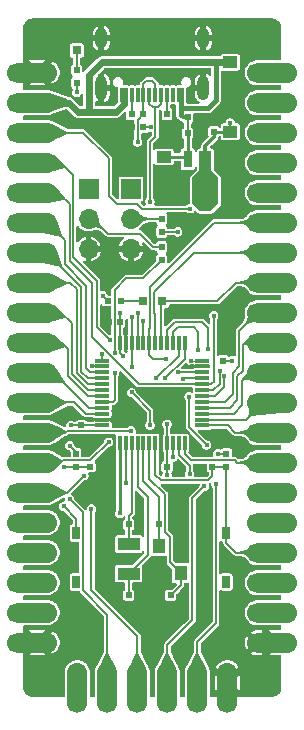
<source format=gbr>
%TF.GenerationSoftware,KiCad,Pcbnew,9.0.0*%
%TF.CreationDate,2025-04-02T16:35:10+02:00*%
%TF.ProjectId,stm32f103-core-board,73746d33-3266-4313-9033-2d636f72652d,1*%
%TF.SameCoordinates,Original*%
%TF.FileFunction,Copper,L1,Top*%
%TF.FilePolarity,Positive*%
%FSLAX46Y46*%
G04 Gerber Fmt 4.6, Leading zero omitted, Abs format (unit mm)*
G04 Created by KiCad (PCBNEW 9.0.0) date 2025-04-02 16:35:10*
%MOMM*%
%LPD*%
G01*
G04 APERTURE LIST*
G04 Aperture macros list*
%AMFreePoly0*
4,1,23,0.000000,0.845907,0.083315,0.845907,0.246742,0.813399,0.400687,0.749633,0.539234,0.657059,0.657059,0.539234,0.749633,0.400687,0.813399,0.246742,0.845907,0.083315,0.845907,-0.083315,0.813399,-0.246742,0.749633,-0.400687,0.657059,-0.539234,0.539234,-0.657059,0.400687,-0.749633,0.246742,-0.813399,0.083315,-0.845907,0.000000,-0.845907,0.000000,-0.850000,-2.540000,-0.850000,
-2.540000,0.850000,0.000000,0.850000,0.000000,0.845907,0.000000,0.845907,$1*%
%AMFreePoly1*
4,1,11,1.100000,3.800000,1.100000,1.600000,0.500000,1.000000,0.500000,-0.700000,-0.500000,-0.700000,-0.500000,1.000000,-1.100000,1.600000,-1.100000,3.800000,-0.500000,4.400000,0.500000,4.400000,1.100000,3.800000,1.100000,3.800000,$1*%
G04 Aperture macros list end*
%TA.AperFunction,SMDPad,CuDef*%
%ADD10R,0.800000X0.800000*%
%TD*%
%TA.AperFunction,SMDPad,CuDef*%
%ADD11R,1.900000X1.100000*%
%TD*%
%TA.AperFunction,SMDPad,CuDef*%
%ADD12R,0.550000X0.500000*%
%TD*%
%TA.AperFunction,SMDPad,CuDef*%
%ADD13R,0.650000X1.050000*%
%TD*%
%TA.AperFunction,SMDPad,CuDef*%
%ADD14R,0.500000X0.550000*%
%TD*%
%TA.AperFunction,SMDPad,CuDef*%
%ADD15R,0.500000X0.600000*%
%TD*%
%TA.AperFunction,SMDPad,CuDef*%
%ADD16R,1.200000X1.000000*%
%TD*%
%TA.AperFunction,SMDPad,CuDef*%
%ADD17R,1.100000X1.300000*%
%TD*%
%TA.AperFunction,ComponentPad*%
%ADD18O,1.700000X1.700000*%
%TD*%
%TA.AperFunction,ComponentPad*%
%ADD19R,1.700000X1.700000*%
%TD*%
%TA.AperFunction,ComponentPad*%
%ADD20FreePoly0,0.000000*%
%TD*%
%TA.AperFunction,ComponentPad*%
%ADD21C,1.700000*%
%TD*%
%TA.AperFunction,SMDPad,CuDef*%
%ADD22R,1.200000X0.300000*%
%TD*%
%TA.AperFunction,SMDPad,CuDef*%
%ADD23R,0.300000X1.200000*%
%TD*%
%TA.AperFunction,ComponentPad*%
%ADD24O,1.000000X1.800000*%
%TD*%
%TA.AperFunction,ComponentPad*%
%ADD25O,1.000000X2.100000*%
%TD*%
%TA.AperFunction,SMDPad,CuDef*%
%ADD26R,0.300000X1.150000*%
%TD*%
%TA.AperFunction,ComponentPad*%
%ADD27FreePoly0,90.000000*%
%TD*%
%TA.AperFunction,SMDPad,CuDef*%
%ADD28R,0.600000X0.500000*%
%TD*%
%TA.AperFunction,SMDPad,CuDef*%
%ADD29R,0.800000X1.400000*%
%TD*%
%TA.AperFunction,SMDPad,CuDef*%
%ADD30FreePoly1,180.000000*%
%TD*%
%TA.AperFunction,ViaPad*%
%ADD31C,0.400000*%
%TD*%
%TA.AperFunction,Conductor*%
%ADD32C,0.600000*%
%TD*%
%TA.AperFunction,Conductor*%
%ADD33C,0.150000*%
%TD*%
%TA.AperFunction,Conductor*%
%ADD34C,0.400000*%
%TD*%
%TA.AperFunction,Conductor*%
%ADD35C,0.300000*%
%TD*%
%TA.AperFunction,Conductor*%
%ADD36C,0.200000*%
%TD*%
%TA.AperFunction,Conductor*%
%ADD37C,0.250000*%
%TD*%
%TA.AperFunction,Conductor*%
%ADD38C,0.100000*%
%TD*%
%TA.AperFunction,Conductor*%
%ADD39C,0.160000*%
%TD*%
G04 APERTURE END LIST*
D10*
%TO.P,LED2,2,A*%
%TO.N,Net-(LED2-A)*%
X149200001Y-95200000D03*
%TO.P,LED2,1,K*%
%TO.N,/PA8*%
X150799999Y-95200000D03*
%TD*%
D11*
%TO.P,X2,2,Out/In*%
%TO.N,/OSC32_OUT*%
X148000000Y-118287500D03*
%TO.P,X2,1,In/Out*%
%TO.N,/OSC32_IN*%
X148000000Y-115787502D03*
%TD*%
D12*
%TO.P,C10,2*%
%TO.N,/OSC_OUT*%
X151550000Y-120125000D03*
%TO.P,C10,1*%
%TO.N,GND*%
X150600000Y-120125000D03*
%TD*%
%TO.P,C18,2*%
%TO.N,/PB9*%
X144725000Y-109250000D03*
%TO.P,C18,1*%
%TO.N,GND*%
X145675000Y-109250000D03*
%TD*%
D13*
%TO.P,SW1,4*%
%TO.N,/~{NRST}*%
X156275000Y-114850000D03*
%TO.P,SW1,3*%
%TO.N,unconnected-(SW1-Pad3)*%
X156275000Y-119000000D03*
%TO.P,SW1,2*%
%TO.N,GND*%
X154125000Y-114850000D03*
%TO.P,SW1,1*%
X154125000Y-119000000D03*
%TD*%
D12*
%TO.P,C11,2*%
%TO.N,/OSC32_IN*%
X148000000Y-114125000D03*
%TO.P,C11,1*%
%TO.N,GND*%
X148950000Y-114125000D03*
%TD*%
D14*
%TO.P,C6,2*%
%TO.N,/+3V3*%
X155200000Y-80875000D03*
%TO.P,C6,1*%
%TO.N,GND*%
X155200000Y-79925000D03*
%TD*%
D12*
%TO.P,C5,2*%
%TO.N,/+5V*%
X153000000Y-81000000D03*
%TO.P,C5,1*%
%TO.N,GND*%
X153950000Y-81000000D03*
%TD*%
D15*
%TO.P,R1,2*%
%TO.N,/PA12*%
X149250000Y-79400000D03*
%TO.P,R1,1*%
%TO.N,/+3V3*%
X149250000Y-80500000D03*
%TD*%
D16*
%TO.P,C2,2*%
%TO.N,/+5V*%
X156600000Y-75000000D03*
%TO.P,C2,1*%
%TO.N,GND*%
X156600000Y-77000000D03*
%TD*%
D17*
%TO.P,X1,4,GND*%
%TO.N,GND*%
X152400000Y-115912500D03*
%TO.P,X1,3,Out/In*%
%TO.N,/OSC_OUT*%
X152400000Y-118212500D03*
%TO.P,X1,2,GND*%
%TO.N,GND*%
X150600000Y-118212500D03*
%TO.P,X1,1,In/Out*%
%TO.N,/OSC_IN*%
X150600000Y-115912500D03*
%TD*%
D12*
%TO.P,C9,2*%
%TO.N,/OSC_IN*%
X150600000Y-114125000D03*
%TO.P,C9,1*%
%TO.N,GND*%
X151550000Y-114125000D03*
%TD*%
D15*
%TO.P,R4,2*%
%TO.N,Net-(J2-Pin_2)*%
X150800000Y-88250000D03*
%TO.P,R4,1*%
%TO.N,/PB2*%
X150800000Y-89350000D03*
%TD*%
D18*
%TO.P,J1,3,Pin_3*%
%TO.N,GND*%
X144600000Y-90800000D03*
%TO.P,J1,2,Pin_2*%
%TO.N,Net-(J1-Pin_2)*%
X144600000Y-88260001D03*
D19*
%TO.P,J1,1,Pin_1*%
%TO.N,/+3V3*%
X144600000Y-85720001D03*
%TD*%
D12*
%TO.P,C3,2*%
%TO.N,/+5V*%
X153000000Y-79670000D03*
%TO.P,C3,1*%
%TO.N,GND*%
X153950000Y-79670000D03*
%TD*%
D15*
%TO.P,R3,2*%
%TO.N,Net-(J1-Pin_2)*%
X150800000Y-90650000D03*
%TO.P,R3,1*%
%TO.N,/BOOT0*%
X150800000Y-91750000D03*
%TD*%
D20*
%TO.P,J5,20,Pin_20*%
%TO.N,GND*%
X161430000Y-124130000D03*
D21*
X158890000Y-124130000D03*
D20*
%TO.P,J5,19,Pin_19*%
%TO.N,/VBAT*%
X161430000Y-121590000D03*
D21*
X158890000Y-121590000D03*
D20*
%TO.P,J5,18,Pin_18*%
%TO.N,/PC13*%
X161430000Y-119050000D03*
D21*
X158890000Y-119050000D03*
D20*
%TO.P,J5,17,Pin_17*%
%TO.N,/~{NRST}*%
X161430000Y-116510001D03*
D21*
X158890000Y-116510000D03*
D20*
%TO.P,J5,16,Pin_16*%
%TO.N,/PA0*%
X161430000Y-113969999D03*
D21*
X158890000Y-113970000D03*
D20*
%TO.P,J5,15,Pin_15*%
%TO.N,/PA1*%
X161430000Y-111430000D03*
D21*
X158890000Y-111430000D03*
D20*
%TO.P,J5,14,Pin_14*%
%TO.N,/PA2*%
X161430000Y-108890000D03*
D21*
X158890000Y-108890000D03*
D20*
%TO.P,J5,13,Pin_13*%
%TO.N,/PA3*%
X161430000Y-106350000D03*
D21*
X158890000Y-106350000D03*
D20*
%TO.P,J5,12,Pin_12*%
%TO.N,/PA4*%
X161430000Y-103809999D03*
D21*
X158890000Y-103810000D03*
D20*
%TO.P,J5,11,Pin_11*%
%TO.N,/PA5*%
X161430000Y-101270000D03*
D21*
X158890000Y-101270000D03*
D20*
%TO.P,J5,10,Pin_10*%
%TO.N,/PA6*%
X161430000Y-98730000D03*
D21*
X158890000Y-98730000D03*
D20*
%TO.P,J5,9,Pin_9*%
%TO.N,/PA7*%
X161430000Y-96190000D03*
D21*
X158890000Y-96190000D03*
D20*
%TO.P,J5,8,Pin_8*%
%TO.N,/PA8*%
X161430000Y-93650001D03*
D21*
X158890000Y-93650000D03*
D20*
%TO.P,J5,7,Pin_7*%
%TO.N,/USART1.TX*%
X161430000Y-91110000D03*
D21*
X158890000Y-91110000D03*
D20*
%TO.P,J5,6,Pin_6*%
%TO.N,/USART1.RX*%
X161430000Y-88570000D03*
D21*
X158890000Y-88570000D03*
D20*
%TO.P,J5,5,Pin_5*%
%TO.N,/PA11*%
X161430000Y-86030000D03*
D21*
X158890000Y-86030000D03*
D20*
%TO.P,J5,4,Pin_4*%
%TO.N,/PA12*%
X161430000Y-83490000D03*
D21*
X158890000Y-83490000D03*
D20*
%TO.P,J5,3,Pin_3*%
%TO.N,/PA13*%
X161430000Y-80949999D03*
D21*
X158890000Y-80950000D03*
D20*
%TO.P,J5,2,Pin_2*%
%TO.N,/PA14*%
X161430000Y-78410000D03*
D21*
X158890000Y-78410000D03*
D20*
%TO.P,J5,1,Pin_1*%
%TO.N,/PA15*%
X161430000Y-75870000D03*
D21*
X158890000Y-75870000D03*
%TD*%
D16*
%TO.P,C4,2*%
%TO.N,/+5V*%
X151000000Y-83000000D03*
%TO.P,C4,1*%
%TO.N,GND*%
X151000000Y-85000000D03*
%TD*%
D15*
%TO.P,R10,2*%
%TO.N,/PB9*%
X143525000Y-109250000D03*
%TO.P,R10,1*%
%TO.N,/+3V3*%
X143525000Y-108150000D03*
%TD*%
%TO.P,R5,2*%
%TO.N,Net-(CN1-CC1)*%
X151249999Y-79400000D03*
%TO.P,R5,1*%
%TO.N,GND*%
X151249999Y-80500000D03*
%TD*%
D18*
%TO.P,J2,3,Pin_3*%
%TO.N,GND*%
X148200000Y-90800000D03*
%TO.P,J2,2,Pin_2*%
%TO.N,Net-(J2-Pin_2)*%
X148200000Y-88260001D03*
D19*
%TO.P,J2,1,Pin_1*%
%TO.N,/+3V3*%
X148200000Y-85720001D03*
%TD*%
D15*
%TO.P,R2,2*%
%TO.N,Net-(LED1-A)*%
X143600000Y-75650000D03*
%TO.P,R2,1*%
%TO.N,/+3V3*%
X143600000Y-76750000D03*
%TD*%
%TO.P,R6,2*%
%TO.N,Net-(CN1-CC2)*%
X148250000Y-79400000D03*
%TO.P,R6,1*%
%TO.N,GND*%
X148250000Y-80500000D03*
%TD*%
D13*
%TO.P,SW2,4*%
%TO.N,GND*%
X145675000Y-114850000D03*
%TO.P,SW2,3*%
X145675000Y-119000000D03*
%TO.P,SW2,2*%
%TO.N,/PB9*%
X143525000Y-114850000D03*
%TO.P,SW2,1*%
%TO.N,unconnected-(SW2-Pad1)*%
X143525000Y-119000000D03*
%TD*%
D10*
%TO.P,LED1,2,A*%
%TO.N,Net-(LED1-A)*%
X143600000Y-73999999D03*
%TO.P,LED1,1,K*%
%TO.N,GND*%
X143600000Y-72400001D03*
%TD*%
D12*
%TO.P,C14,2*%
%TO.N,/+3V3*%
X151250000Y-109250000D03*
%TO.P,C14,1*%
%TO.N,GND*%
X152200000Y-109250000D03*
%TD*%
D20*
%TO.P,J4,20,Pin_20*%
%TO.N,GND*%
X141110000Y-124130000D03*
D21*
X138570000Y-124130000D03*
D20*
%TO.P,J4,19,Pin_19*%
%TO.N,/+3V3*%
X141110000Y-121590000D03*
D21*
X138570000Y-121590000D03*
D20*
%TO.P,J4,18,Pin_18*%
%TO.N,/PB15*%
X141110000Y-119050000D03*
D21*
X138570000Y-119050000D03*
D20*
%TO.P,J4,17,Pin_17*%
%TO.N,/PB14*%
X141110000Y-116510001D03*
D21*
X138570000Y-116510000D03*
D20*
%TO.P,J4,16,Pin_16*%
%TO.N,/PB13*%
X141110000Y-113969999D03*
D21*
X138570000Y-113970000D03*
D20*
%TO.P,J4,15,Pin_15*%
%TO.N,/PB12*%
X141110000Y-111430000D03*
D21*
X138570000Y-111430000D03*
D20*
%TO.P,J4,14,Pin_14*%
%TO.N,/PB11*%
X141110000Y-108890000D03*
D21*
X138570000Y-108890000D03*
D20*
%TO.P,J4,13,Pin_13*%
%TO.N,/PB10*%
X141110000Y-106350000D03*
D21*
X138570000Y-106350000D03*
D20*
%TO.P,J4,12,Pin_12*%
%TO.N,/PB9*%
X141110000Y-103809999D03*
D21*
X138570000Y-103810000D03*
D20*
%TO.P,J4,11,Pin_11*%
%TO.N,/PB8*%
X141110000Y-101270000D03*
D21*
X138570000Y-101270000D03*
D20*
%TO.P,J4,10,Pin_10*%
%TO.N,/PB7*%
X141110000Y-98730000D03*
D21*
X138570000Y-98730000D03*
D20*
%TO.P,J4,9,Pin_9*%
%TO.N,/PB6*%
X141110000Y-96190000D03*
D21*
X138570000Y-96190000D03*
D20*
%TO.P,J4,8,Pin_8*%
%TO.N,/PB5*%
X141110000Y-93650001D03*
D21*
X138570000Y-93650000D03*
D20*
%TO.P,J4,7,Pin_7*%
%TO.N,/PB4*%
X141110000Y-91110000D03*
D21*
X138570000Y-91110000D03*
D20*
%TO.P,J4,6,Pin_6*%
%TO.N,/PB3*%
X141110000Y-88570000D03*
D21*
X138570000Y-88570000D03*
D20*
%TO.P,J4,5,Pin_5*%
%TO.N,/PB2*%
X141110000Y-86030000D03*
D21*
X138570000Y-86030000D03*
D20*
%TO.P,J4,4,Pin_4*%
%TO.N,/PB1*%
X141110000Y-83490000D03*
D21*
X138570000Y-83490000D03*
D20*
%TO.P,J4,3,Pin_3*%
%TO.N,/PB0*%
X141110000Y-80949999D03*
D21*
X138570000Y-80950000D03*
D20*
%TO.P,J4,2,Pin_2*%
%TO.N,/+5V*%
X141110000Y-78410000D03*
D21*
X138570000Y-78410000D03*
D20*
%TO.P,J4,1,Pin_1*%
%TO.N,GND*%
X141110000Y-75870000D03*
D21*
X138570000Y-75870000D03*
%TD*%
D22*
%TO.P,U2,48,VDD_3*%
%TO.N,/+3V3*%
X145750000Y-105750000D03*
%TO.P,U2,47,VSS_3*%
%TO.N,GND*%
X145750000Y-105250000D03*
%TO.P,U2,46,PB9*%
%TO.N,/PB9*%
X145750000Y-104750000D03*
%TO.P,U2,45,PB8*%
%TO.N,/PB8*%
X145750000Y-104250000D03*
%TO.P,U2,44,BOOT0*%
%TO.N,/BOOT0*%
X145750000Y-103750000D03*
%TO.P,U2,43,PB7*%
%TO.N,/PB7*%
X145750000Y-103250000D03*
%TO.P,U2,42,PB6*%
%TO.N,/PB6*%
X145750000Y-102750000D03*
%TO.P,U2,41,PB5*%
%TO.N,/PB5*%
X145750000Y-102250000D03*
%TO.P,U2,40,PB4*%
%TO.N,/PB4*%
X145750000Y-101750000D03*
%TO.P,U2,39,PB3*%
%TO.N,/PB3*%
X145750000Y-101250000D03*
%TO.P,U2,38,PA15*%
%TO.N,/PA15*%
X145750000Y-100750000D03*
%TO.P,U2,37,PA14*%
%TO.N,/PA14*%
X145750000Y-100250000D03*
D23*
%TO.P,U2,36,VDD_2*%
%TO.N,/+3V3*%
X147250000Y-98750000D03*
%TO.P,U2,35,VSS_2*%
%TO.N,GND*%
X147750000Y-98750000D03*
%TO.P,U2,34,PA13*%
%TO.N,/PA13*%
X148250000Y-98750000D03*
%TO.P,U2,33,PA12*%
%TO.N,/PA12*%
X148750000Y-98750000D03*
%TO.P,U2,32,PA11*%
%TO.N,/PA11*%
X149250000Y-98750000D03*
%TO.P,U2,31,PA10*%
%TO.N,/USART1.RX*%
X149750000Y-98750000D03*
%TO.P,U2,30,PA9*%
%TO.N,/USART1.TX*%
X150250000Y-98750000D03*
%TO.P,U2,29,PA8*%
%TO.N,/PA8*%
X150750000Y-98750000D03*
%TO.P,U2,28,PB15*%
%TO.N,/PB15*%
X151250000Y-98750000D03*
%TO.P,U2,27,PB14*%
%TO.N,/PB14*%
X151750000Y-98750000D03*
%TO.P,U2,26,PB13*%
%TO.N,/PB13*%
X152250000Y-98750000D03*
%TO.P,U2,25,PB12*%
%TO.N,/PB12*%
X152750000Y-98750000D03*
D22*
%TO.P,U2,24,VDD_1*%
%TO.N,/+3V3*%
X154250000Y-100250000D03*
%TO.P,U2,23,VSS_1*%
%TO.N,GND*%
X154250000Y-100750000D03*
%TO.P,U2,22,PB11*%
%TO.N,/PB11*%
X154250000Y-101250000D03*
%TO.P,U2,21,PB10*%
%TO.N,/PB10*%
X154250000Y-101750000D03*
%TO.P,U2,20,PB2*%
%TO.N,/PB2*%
X154250000Y-102250000D03*
%TO.P,U2,19,PB1*%
%TO.N,/PB1*%
X154250000Y-102750000D03*
%TO.P,U2,18,PB0*%
%TO.N,/PB0*%
X154250000Y-103250000D03*
%TO.P,U2,17,PA7*%
%TO.N,/PA7*%
X154250000Y-103750000D03*
%TO.P,U2,16,PA6*%
%TO.N,/PA6*%
X154250000Y-104250000D03*
%TO.P,U2,15,PA5*%
%TO.N,/PA5*%
X154250000Y-104750000D03*
%TO.P,U2,14,PA4*%
%TO.N,/PA4*%
X154250000Y-105250000D03*
%TO.P,U2,13,PA3*%
%TO.N,/PA3*%
X154250000Y-105750000D03*
D23*
%TO.P,U2,12,PA2*%
%TO.N,/PA2*%
X152750000Y-107250000D03*
%TO.P,U2,11,PA1*%
%TO.N,/PA1*%
X152250000Y-107250000D03*
%TO.P,U2,10,PA0*%
%TO.N,/PA0*%
X151750000Y-107250000D03*
%TO.P,U2,9,VDDA*%
%TO.N,/+3V3*%
X151250000Y-107250000D03*
%TO.P,U2,8,VSSA*%
%TO.N,GND*%
X150750000Y-107250000D03*
%TO.P,U2,7,~{NRST}*%
%TO.N,/~{NRST}*%
X150250000Y-107250000D03*
%TO.P,U2,6,OSC_OUT*%
%TO.N,/OSC_OUT*%
X149750000Y-107250000D03*
%TO.P,U2,5,OSC_IN*%
%TO.N,/OSC_IN*%
X149250000Y-107250000D03*
%TO.P,U2,4,OS32_OUT/PC15*%
%TO.N,/OSC32_OUT*%
X148750000Y-107250000D03*
%TO.P,U2,3,OSC32_IN/PC14*%
%TO.N,/OSC32_IN*%
X148250000Y-107250000D03*
%TO.P,U2,2,PC13*%
%TO.N,/PC13*%
X147750000Y-107250000D03*
%TO.P,U2,1,VBAT*%
%TO.N,/VBAT*%
X147250000Y-107250000D03*
%TD*%
D24*
%TO.P,CN1,S4,SHIELD*%
%TO.N,GND*%
X154320000Y-72975000D03*
%TO.P,CN1,S3,SHIELD*%
X145680000Y-72975000D03*
D25*
%TO.P,CN1,S2,SHIELD*%
X145680000Y-77155000D03*
%TO.P,CN1,S1,SHIELD*%
X154320000Y-77155000D03*
D26*
%TO.P,CN1,B12,GND*%
X153050000Y-77730000D03*
%TO.P,CN1,B9,VBUS*%
%TO.N,/+5V*%
X152250000Y-77730000D03*
%TO.P,CN1,B8,SBU2*%
%TO.N,unconnected-(CN1-SBU2-PadB8)*%
X151750000Y-77730000D03*
%TO.P,CN1,B7,DN2*%
%TO.N,/PA11*%
X150750000Y-77730000D03*
%TO.P,CN1,B6,DP2*%
%TO.N,/PA12*%
X149250000Y-77730000D03*
%TO.P,CN1,B5,CC2*%
%TO.N,Net-(CN1-CC2)*%
X148250000Y-77730000D03*
%TO.P,CN1,B4,VBUS*%
%TO.N,/+5V*%
X147750000Y-77730000D03*
%TO.P,CN1,B1,GND*%
%TO.N,GND*%
X146950000Y-77730000D03*
%TO.P,CN1,A12,GND*%
X146650000Y-77730000D03*
%TO.P,CN1,A9,VBUS*%
%TO.N,/+5V*%
X147450000Y-77730000D03*
%TO.P,CN1,A8,SBU1*%
%TO.N,unconnected-(CN1-SBU1-PadA8)*%
X148750001Y-77730000D03*
%TO.P,CN1,A7,DN1*%
%TO.N,/PA11*%
X149750000Y-77730000D03*
%TO.P,CN1,A6,DP1*%
%TO.N,/PA12*%
X150250000Y-77730000D03*
%TO.P,CN1,A5,CC1*%
%TO.N,Net-(CN1-CC1)*%
X151249999Y-77730000D03*
%TO.P,CN1,A4,VBUS*%
%TO.N,/+5V*%
X152550000Y-77730000D03*
%TO.P,CN1,A1,GND*%
%TO.N,GND*%
X153350000Y-77730000D03*
%TD*%
D27*
%TO.P,J3,6,Pin_6*%
%TO.N,GND*%
X156350000Y-126670000D03*
D21*
X156350000Y-129210000D03*
D27*
%TO.P,J3,5,Pin_5*%
%TO.N,/USART1.TX*%
X153810000Y-126670000D03*
D21*
X153810000Y-129210000D03*
D27*
%TO.P,J3,4,Pin_4*%
%TO.N,/USART1.RX*%
X151270000Y-126670000D03*
D21*
X151270000Y-129210000D03*
D27*
%TO.P,J3,3,Pin_3*%
%TO.N,/PA13*%
X148729999Y-126670000D03*
D21*
X148730000Y-129210000D03*
D27*
%TO.P,J3,2,Pin_2*%
%TO.N,/PA14*%
X146190000Y-126670000D03*
D21*
X146190000Y-129210000D03*
D27*
%TO.P,J3,1,Pin_1*%
%TO.N,/+3V3*%
X143650000Y-126670000D03*
D21*
X143650000Y-129210000D03*
%TD*%
D12*
%TO.P,C16,2*%
%TO.N,/+3V3*%
X147250000Y-97000000D03*
%TO.P,C16,1*%
%TO.N,GND*%
X146300000Y-97000000D03*
%TD*%
%TO.P,C13,2*%
%TO.N,/~{NRST}*%
X155075000Y-109250000D03*
%TO.P,C13,1*%
%TO.N,GND*%
X154125000Y-109250000D03*
%TD*%
%TO.P,C12,2*%
%TO.N,/OSC32_OUT*%
X148000000Y-120125000D03*
%TO.P,C12,1*%
%TO.N,GND*%
X148950000Y-120125000D03*
%TD*%
D14*
%TO.P,C17,2*%
%TO.N,/+3V3*%
X144000000Y-105750000D03*
%TO.P,C17,1*%
%TO.N,GND*%
X144000000Y-106700000D03*
%TD*%
D15*
%TO.P,R9,2*%
%TO.N,/~{NRST}*%
X156275000Y-109250000D03*
%TO.P,R9,1*%
%TO.N,/+3V3*%
X156275000Y-108150000D03*
%TD*%
D16*
%TO.P,C7,2*%
%TO.N,/+3V3*%
X156600000Y-80875000D03*
%TO.P,C7,1*%
%TO.N,GND*%
X156600000Y-78875000D03*
%TD*%
D28*
%TO.P,R8,2*%
%TO.N,/+3V3*%
X146250000Y-95200000D03*
%TO.P,R8,1*%
%TO.N,Net-(LED2-A)*%
X147350000Y-95200000D03*
%TD*%
D29*
%TO.P,U1,3,INPUT*%
%TO.N,/+5V*%
X153000000Y-83200000D03*
D30*
%TO.P,U1,2,OUT*%
%TO.N,/+3V3*%
X154500000Y-83200000D03*
D29*
%TO.P,U1,1,GND*%
%TO.N,GND*%
X156000000Y-83200000D03*
%TD*%
D14*
%TO.P,C15,2*%
%TO.N,/+3V3*%
X156000000Y-100250000D03*
%TO.P,C15,1*%
%TO.N,GND*%
X156000000Y-99300000D03*
%TD*%
D31*
%TO.N,GND*%
X153350000Y-100750000D03*
X154550000Y-79500000D03*
X155500000Y-79050000D03*
%TO.N,/+3V3*%
X154500000Y-85300000D03*
X155550000Y-108150000D03*
X143600000Y-77550000D03*
X147250000Y-96200000D03*
X151250000Y-109900000D03*
X156750000Y-100250000D03*
X143000000Y-107450000D03*
X145800000Y-94750000D03*
X147550000Y-99900000D03*
X149850000Y-80500000D03*
X153250000Y-100250000D03*
X156600000Y-80150000D03*
X143100000Y-105750000D03*
X154500000Y-84737500D03*
X151250000Y-105650000D03*
X154500000Y-85900000D03*
%TO.N,GND*%
X151000000Y-86150000D03*
X154125000Y-109850000D03*
X157150000Y-82750000D03*
X146350000Y-109250000D03*
X156600000Y-77900000D03*
X143000000Y-106700000D03*
X147500000Y-80500000D03*
X153950000Y-81750000D03*
X150600000Y-119200000D03*
X154125000Y-118000000D03*
X143600000Y-71600000D03*
X150600000Y-120900000D03*
X152400000Y-114900000D03*
X157100000Y-84500000D03*
X150750000Y-106200000D03*
X148950000Y-113200000D03*
X147750000Y-97800000D03*
X156800000Y-99250000D03*
X154125000Y-114000000D03*
X151900000Y-80500000D03*
X145675000Y-115900000D03*
X146300000Y-96200000D03*
X148950000Y-120900000D03*
X152300000Y-114125000D03*
X152200000Y-109900000D03*
X146400000Y-119000000D03*
%TO.N,/PA12*%
X148750000Y-96250000D03*
X148750000Y-81750000D03*
%TO.N,/PA11*%
X149800000Y-86800000D03*
X149250000Y-96900000D03*
%TO.N,/PB2*%
X152150000Y-89350000D03*
X155200000Y-96450000D03*
%TO.N,/PA1*%
X153150000Y-109850000D03*
%TO.N,/USART1.TX*%
X155400000Y-110700000D03*
%TO.N,/VBAT*%
X147250000Y-113200000D03*
%TO.N,/PC13*%
X147750000Y-110600000D03*
%TO.N,/PA0*%
X151750000Y-108400000D03*
%TO.N,/USART1.RX*%
X154600000Y-107400000D03*
X151200000Y-100100000D03*
X154400000Y-110900000D03*
X153100000Y-103300000D03*
%TO.N,/PB12*%
X151100000Y-101750000D03*
X144200000Y-110000000D03*
%TO.N,/BOOT0*%
X146800000Y-99600000D03*
X146800000Y-101300000D03*
%TO.N,/PB9*%
X142500000Y-112600000D03*
X142500000Y-109250000D03*
%TO.N,/PB13*%
X150350000Y-101750000D03*
%TO.N,/PB10*%
X148200000Y-106200000D03*
X152600000Y-101800000D03*
%TO.N,/PB1*%
X146400000Y-98500000D03*
X155700000Y-101100000D03*
%TO.N,/PB0*%
X156100000Y-101600000D03*
X153200000Y-87400000D03*
%TO.N,/PB14*%
X153900000Y-99400000D03*
%TO.N,/PB15*%
X154700000Y-99300000D03*
%TO.N,/PB11*%
X152200000Y-101250000D03*
X146300000Y-107150000D03*
%TO.N,/PA15*%
X144900000Y-100750000D03*
%TO.N,/PA14*%
X145750000Y-99700000D03*
X143000000Y-112000000D03*
%TO.N,/PA13*%
X144850000Y-112800000D03*
X148250000Y-100800000D03*
X149800000Y-105700000D03*
X148250000Y-102950000D03*
X148250000Y-96550000D03*
%TD*%
D32*
%TO.N,/+5V*%
X142910000Y-78410000D02*
X141110000Y-78410000D01*
D33*
%TO.N,GND*%
X154250000Y-100750000D02*
X153350000Y-100750000D01*
X154380000Y-79670000D02*
X154550000Y-79500000D01*
X153950000Y-79670000D02*
X154380000Y-79670000D01*
X155200000Y-79350000D02*
X155500000Y-79050000D01*
X155200000Y-79925000D02*
X155200000Y-79350000D01*
D34*
%TO.N,/+5V*%
X152400000Y-78900000D02*
X154700000Y-78900000D01*
X154700000Y-78900000D02*
X155400000Y-78200000D01*
X152400000Y-78900000D02*
X152400000Y-77880000D01*
X155400000Y-78200000D02*
X155400000Y-75000000D01*
X152400000Y-79450000D02*
X152400000Y-78900000D01*
D35*
X153000000Y-79670000D02*
X152620000Y-79670000D01*
X152620000Y-79670000D02*
X152400000Y-79450000D01*
D32*
X155400000Y-75000000D02*
X156600000Y-75000000D01*
X145700000Y-75000000D02*
X155400000Y-75000000D01*
X144650000Y-76050000D02*
X145700000Y-75000000D01*
X144650000Y-79200000D02*
X144650000Y-76050000D01*
X144650000Y-79200000D02*
X143700000Y-79200000D01*
D33*
%TO.N,/+3V3*%
X147250000Y-97000000D02*
X147250000Y-96200000D01*
D36*
X156600000Y-80875000D02*
X156600000Y-80150000D01*
D33*
X156000000Y-100250000D02*
X156750000Y-100250000D01*
D35*
X154500000Y-82050000D02*
X154500000Y-83200000D01*
D33*
X143525000Y-108150000D02*
X143525000Y-107975000D01*
D37*
X156600000Y-80875000D02*
X155200000Y-80875000D01*
D35*
X155200000Y-81350000D02*
X154500000Y-82050000D01*
D33*
X151250000Y-109250000D02*
X151250000Y-109900000D01*
X147250000Y-98750000D02*
X147250000Y-99600000D01*
X147250000Y-98750000D02*
X147250000Y-97000000D01*
X156275000Y-108150000D02*
X155550000Y-108150000D01*
X144000000Y-105750000D02*
X143100000Y-105750000D01*
X151250000Y-107250000D02*
X151250000Y-105650000D01*
D38*
X154250000Y-100250000D02*
X153250000Y-100250000D01*
D33*
X143600000Y-76750000D02*
X143600000Y-77550000D01*
X143525000Y-107975000D02*
X143000000Y-107450000D01*
X146250000Y-95200000D02*
X145800000Y-94750000D01*
X147250000Y-99600000D02*
X147550000Y-99900000D01*
D36*
X151250000Y-109250000D02*
X151250000Y-107250000D01*
D33*
X145750000Y-105750000D02*
X144000000Y-105750000D01*
X149250000Y-80500000D02*
X149850000Y-80500000D01*
D37*
X155200000Y-80875000D02*
X155200000Y-81350000D01*
D33*
%TO.N,GND*%
X156800000Y-99250000D02*
X156050000Y-99250000D01*
X147750000Y-98750000D02*
X147750000Y-97800000D01*
X145675000Y-114850000D02*
X145675000Y-115900000D01*
X150600000Y-120125000D02*
X150600000Y-120900000D01*
X150750000Y-107250000D02*
X150750000Y-106200000D01*
D37*
X151000000Y-85000000D02*
X151000000Y-86150000D01*
D33*
X152200000Y-109250000D02*
X152200000Y-109900000D01*
X143600000Y-72400001D02*
X143600000Y-71600000D01*
X144000000Y-106700000D02*
X143000000Y-106700000D01*
D36*
X156350000Y-84500000D02*
X157100000Y-84500000D01*
D33*
X151550000Y-114125000D02*
X152300000Y-114125000D01*
X154125000Y-119000000D02*
X154125000Y-118000000D01*
X151900000Y-80500000D02*
X151249999Y-80500000D01*
D36*
X156700000Y-83200000D02*
X157150000Y-82750000D01*
D33*
X148250000Y-80500000D02*
X147500000Y-80500000D01*
X145675000Y-119000000D02*
X146400000Y-119000000D01*
X153950000Y-81000000D02*
X153950000Y-81750000D01*
X148950000Y-120125000D02*
X148950000Y-120900000D01*
X154125000Y-114850000D02*
X154125000Y-114000000D01*
X154125000Y-109250000D02*
X154125000Y-109850000D01*
X152400000Y-115912500D02*
X152400000Y-114900000D01*
D36*
X156000000Y-83200000D02*
X156000000Y-84150000D01*
X156600000Y-77000000D02*
X156600000Y-77900000D01*
D33*
X146300000Y-97000000D02*
X146300000Y-96200000D01*
D36*
X156000000Y-83200000D02*
X156700000Y-83200000D01*
D33*
X148950000Y-114125000D02*
X148950000Y-113200000D01*
X150600000Y-118212500D02*
X150600000Y-119200000D01*
D36*
X156000000Y-84150000D02*
X156350000Y-84500000D01*
D33*
X145675000Y-109250000D02*
X146350000Y-109250000D01*
X156050000Y-99250000D02*
X156000000Y-99300000D01*
D36*
X156600000Y-78875000D02*
X156600000Y-77900000D01*
D32*
%TO.N,/+5V*%
X143150000Y-78650000D02*
X143300000Y-78800000D01*
X143700000Y-79200000D02*
X143150000Y-78650000D01*
D37*
X151000000Y-83000000D02*
X152800000Y-83000000D01*
X153000000Y-81000000D02*
X153000000Y-83200000D01*
D32*
X147600000Y-78550000D02*
X146950000Y-79200000D01*
X146950000Y-79200000D02*
X144650000Y-79200000D01*
D36*
X153000000Y-81000000D02*
X153000000Y-79670000D01*
D32*
X142910000Y-78410000D02*
X143150000Y-78650000D01*
X147600000Y-77880000D02*
X147600000Y-78550000D01*
D33*
%TO.N,/OSC_IN*%
X150600000Y-115912500D02*
X150600000Y-114125000D01*
X150600000Y-111800000D02*
X149250000Y-110450000D01*
X149250000Y-110450000D02*
X149250000Y-107250000D01*
X150600000Y-114125000D02*
X150600000Y-111800000D01*
%TO.N,/OSC_OUT*%
X151075000Y-111575000D02*
X149750000Y-110250000D01*
X151075000Y-114775000D02*
X151075000Y-111575000D01*
X149750000Y-110250000D02*
X149750000Y-107250000D01*
X151550000Y-120125000D02*
X152400000Y-119275000D01*
X151500000Y-115200000D02*
X151075000Y-114775000D01*
X152400000Y-118212500D02*
X151500000Y-117312500D01*
X152400000Y-119275000D02*
X152400000Y-118212500D01*
X151500000Y-117312500D02*
X151500000Y-115200000D01*
%TO.N,/OSC32_IN*%
X148000000Y-113400000D02*
X148000000Y-114125000D01*
X148250000Y-107250000D02*
X148250000Y-113150000D01*
X148000000Y-115787502D02*
X148000000Y-114125000D01*
X148250000Y-113150000D02*
X148000000Y-113400000D01*
%TO.N,/OSC32_OUT*%
X148800000Y-111000000D02*
X148800000Y-107300000D01*
X149600000Y-111800000D02*
X148800000Y-111000000D01*
X148000000Y-118287500D02*
X149600000Y-116687500D01*
X149600000Y-116687500D02*
X149600000Y-111800000D01*
X148800000Y-107300000D02*
X148750000Y-107250000D01*
X148000000Y-120125000D02*
X148000000Y-118287500D01*
%TO.N,/~{NRST}*%
X150250000Y-109950000D02*
X150700000Y-110400000D01*
X155075000Y-110025000D02*
X155075000Y-109250000D01*
X150700000Y-110400000D02*
X154700000Y-110400000D01*
X154700000Y-110400000D02*
X155075000Y-110025000D01*
X150250000Y-107250000D02*
X150250000Y-109950000D01*
X156275000Y-109250000D02*
X155075000Y-109250000D01*
X156275000Y-115675000D02*
X156275000Y-114850000D01*
X156275000Y-114850000D02*
X156275000Y-109250000D01*
X157110000Y-116510000D02*
X156275000Y-115675000D01*
X158890000Y-116510000D02*
X157110000Y-116510000D01*
%TO.N,/PA12*%
X150000000Y-76550000D02*
X149500000Y-76550000D01*
X150250000Y-77730000D02*
X150250000Y-76800000D01*
X149250000Y-76800000D02*
X149250000Y-77730000D01*
X149250000Y-77730000D02*
X149250000Y-79400000D01*
X149500000Y-76550000D02*
X149250000Y-76800000D01*
X148750000Y-79900000D02*
X149250000Y-79400000D01*
X148750000Y-81750000D02*
X148750000Y-79900000D01*
X150250000Y-76800000D02*
X150000000Y-76550000D01*
X148750000Y-98750000D02*
X148750000Y-96250000D01*
%TO.N,/PA11*%
X149750000Y-78500000D02*
X150050000Y-78800000D01*
X149750000Y-77730000D02*
X149750000Y-78500000D01*
X150050000Y-78800000D02*
X150250000Y-78800000D01*
X150250000Y-78800000D02*
X150500000Y-78800000D01*
X149800000Y-86800000D02*
X149800000Y-81750000D01*
X150250000Y-81300000D02*
X150250000Y-78800000D01*
X150750000Y-78550000D02*
X150750000Y-77730000D01*
X149250000Y-98750000D02*
X149250000Y-96900000D01*
X150500000Y-78800000D02*
X150750000Y-78550000D01*
X149800000Y-81750000D02*
X150250000Y-81300000D01*
%TO.N,Net-(CN1-CC2)*%
X148250000Y-79400000D02*
X148250000Y-77730000D01*
%TO.N,Net-(CN1-CC1)*%
X151249999Y-79400000D02*
X151249999Y-77730000D01*
%TO.N,/PB4*%
X144000000Y-101200000D02*
X144550000Y-101750000D01*
X141110000Y-91110000D02*
X144000000Y-94000000D01*
X144550000Y-101750000D02*
X145750000Y-101750000D01*
X144000000Y-94000000D02*
X144000000Y-101200000D01*
%TO.N,/PB2*%
X143000000Y-87000000D02*
X142030000Y-86030000D01*
X155000000Y-102250000D02*
X155150000Y-102100000D01*
X152150000Y-89350000D02*
X150800000Y-89350000D01*
X143000000Y-91800000D02*
X143000000Y-87000000D01*
X155200000Y-100500000D02*
X155200000Y-96450000D01*
X144900000Y-98300000D02*
X144900000Y-93700000D01*
X144900000Y-93700000D02*
X143000000Y-91800000D01*
X142030000Y-86030000D02*
X141110000Y-86030000D01*
X154250000Y-102250000D02*
X155000000Y-102250000D01*
X155150000Y-102100000D02*
X155200000Y-102050000D01*
X148850000Y-102250000D02*
X144900000Y-98300000D01*
X154250000Y-102250000D02*
X148850000Y-102250000D01*
X155200000Y-102050000D02*
X155200000Y-100500000D01*
%TO.N,/PA1*%
X152250000Y-108250000D02*
X152250000Y-107250000D01*
X153150000Y-109150000D02*
X152250000Y-108250000D01*
X153150000Y-109850000D02*
X153150000Y-109150000D01*
%TO.N,/USART1.TX*%
X150150000Y-96250000D02*
X150150000Y-94450000D01*
X155400000Y-122500000D02*
X155400000Y-110700000D01*
X150250000Y-96350000D02*
X150150000Y-96250000D01*
X150250000Y-98750000D02*
X150250000Y-96350000D01*
X153490000Y-91110000D02*
X158890000Y-91110000D01*
X150150000Y-94450000D02*
X153490000Y-91110000D01*
X153810000Y-124090000D02*
X155400000Y-122500000D01*
X153810000Y-126670000D02*
X153810000Y-124090000D01*
%TO.N,/PA8*%
X150750000Y-95249999D02*
X150799999Y-95200000D01*
X150750000Y-98750000D02*
X150750000Y-95249999D01*
X150799999Y-95200000D02*
X155500000Y-95200000D01*
X155500000Y-95200000D02*
X157050000Y-93650000D01*
X157050000Y-93650000D02*
X158890000Y-93650000D01*
D37*
%TO.N,/VBAT*%
X147250000Y-107250000D02*
X147250000Y-113200000D01*
D33*
%TO.N,/PB3*%
X142600000Y-92100000D02*
X144400000Y-93900000D01*
X141110000Y-88570000D02*
X142600000Y-90060000D01*
X144750000Y-101250000D02*
X145750000Y-101250000D01*
X144400000Y-100900000D02*
X144750000Y-101250000D01*
X142600000Y-90060000D02*
X142600000Y-92100000D01*
X144400000Y-93900000D02*
X144400000Y-100900000D01*
%TO.N,/PA7*%
X157340000Y-100740000D02*
X157340000Y-97740000D01*
X157340000Y-97740000D02*
X158890000Y-96190000D01*
X157350000Y-100750000D02*
X157340000Y-100740000D01*
X156800000Y-101300000D02*
X157350000Y-100750000D01*
X154250000Y-103750000D02*
X156150000Y-103750000D01*
X156150000Y-103750000D02*
X156800000Y-103100000D01*
X156800000Y-103100000D02*
X156800000Y-101300000D01*
%TO.N,/PC13*%
X147750000Y-107250000D02*
X147750000Y-110600000D01*
%TO.N,/PA2*%
X158890000Y-108890000D02*
X157190000Y-108890000D01*
X157190000Y-108890000D02*
X157000000Y-108700000D01*
X152750000Y-108150000D02*
X152750000Y-107250000D01*
X157000000Y-108700000D02*
X153300000Y-108700000D01*
X153300000Y-108700000D02*
X152750000Y-108150000D01*
%TO.N,/PA0*%
X151750000Y-108400000D02*
X151750000Y-107250000D01*
%TO.N,/USART1.RX*%
X154600000Y-107400000D02*
X153100000Y-105900000D01*
X153400000Y-122200000D02*
X153400000Y-117900000D01*
X152800000Y-122800000D02*
X153400000Y-122200000D01*
X153100000Y-105900000D02*
X153100000Y-103300000D01*
X153400000Y-117900000D02*
X153400000Y-111900000D01*
X149750000Y-98750000D02*
X149750000Y-99750000D01*
X149800000Y-94000000D02*
X155230000Y-88570000D01*
D39*
X153400000Y-111900000D02*
X154400000Y-110900000D01*
D33*
X151270000Y-124330000D02*
X152800000Y-122800000D01*
X155230000Y-88570000D02*
X158890000Y-88570000D01*
X149750000Y-99750000D02*
X150100000Y-100100000D01*
X151270000Y-126670000D02*
X151270000Y-124330000D01*
X149800000Y-97500000D02*
X149800000Y-94000000D01*
X150100000Y-100100000D02*
X151200000Y-100100000D01*
X149750000Y-98750000D02*
X149750000Y-97550000D01*
X149750000Y-97550000D02*
X149800000Y-97500000D01*
%TO.N,/PA3*%
X156400000Y-105750000D02*
X157000000Y-106350000D01*
X154250000Y-105750000D02*
X156400000Y-105750000D01*
X157000000Y-106350000D02*
X158890000Y-106350000D01*
%TO.N,/PA5*%
X157600000Y-101900000D02*
X158230000Y-101270000D01*
X157600000Y-104050000D02*
X157600000Y-101900000D01*
X154250000Y-104750000D02*
X156900000Y-104750000D01*
X156900000Y-104750000D02*
X157600000Y-104050000D01*
X158230000Y-101270000D02*
X158890000Y-101270000D01*
%TO.N,/PA4*%
X158890000Y-104260000D02*
X158890000Y-103810000D01*
X157900000Y-105250000D02*
X158890000Y-104260000D01*
X154250000Y-105250000D02*
X157900000Y-105250000D01*
%TO.N,/PA6*%
X157200000Y-103600000D02*
X156550000Y-104250000D01*
X158890000Y-98730000D02*
X157870000Y-98730000D01*
X157700000Y-98900000D02*
X157700000Y-101100000D01*
X157870000Y-98730000D02*
X157700000Y-98900000D01*
X157200000Y-101600000D02*
X157200000Y-103600000D01*
X156550000Y-104250000D02*
X154250000Y-104250000D01*
X157700000Y-101100000D02*
X157200000Y-101600000D01*
%TO.N,/PB12*%
X152750000Y-100100000D02*
X151100000Y-101750000D01*
X144200000Y-110000000D02*
X142770000Y-111430000D01*
X142770000Y-111430000D02*
X141110000Y-111430000D01*
X152750000Y-98750000D02*
X152750000Y-100100000D01*
%TO.N,/BOOT0*%
X150800000Y-91750000D02*
X149250000Y-93300000D01*
X147800000Y-93300000D02*
X146800000Y-94300000D01*
X146650000Y-103750000D02*
X146800000Y-103600000D01*
X146800000Y-94800000D02*
X146800000Y-99600000D01*
X146800000Y-103600000D02*
X146800000Y-101300000D01*
X149250000Y-93300000D02*
X147800000Y-93300000D01*
X146800000Y-94300000D02*
X146800000Y-94800000D01*
X145750000Y-103750000D02*
X146650000Y-103750000D01*
%TO.N,/PB5*%
X145750000Y-102250000D02*
X144550000Y-102250000D01*
X143050001Y-93650001D02*
X141110000Y-93650001D01*
X143600000Y-101300000D02*
X143600000Y-94200000D01*
X143600000Y-94200000D02*
X143050001Y-93650001D01*
X144550000Y-102250000D02*
X143600000Y-101300000D01*
%TO.N,/PB9*%
X143525000Y-114850000D02*
X143525000Y-113625000D01*
X145750000Y-104750000D02*
X144350000Y-104750000D01*
X143525000Y-109250000D02*
X142500000Y-109250000D01*
X143525000Y-109250000D02*
X144725000Y-109250000D01*
X143525000Y-113625000D02*
X142500000Y-112600000D01*
X143400000Y-103800000D02*
X141119999Y-103800000D01*
X141119999Y-103800000D02*
X141110000Y-103809999D01*
X144350000Y-104750000D02*
X143400000Y-103800000D01*
%TO.N,/PB13*%
X152250000Y-98750000D02*
X152250000Y-99850000D01*
X152250000Y-99850000D02*
X150350000Y-101750000D01*
%TO.N,/PB7*%
X144550000Y-103250000D02*
X142900000Y-101600000D01*
X145750000Y-103250000D02*
X144550000Y-103250000D01*
X142900000Y-99300000D02*
X142330000Y-98730000D01*
X142330000Y-98730000D02*
X141110000Y-98730000D01*
X142900000Y-101600000D02*
X142900000Y-99300000D01*
%TO.N,/PB6*%
X142290000Y-96190000D02*
X141110000Y-96190000D01*
X143200000Y-101400000D02*
X143200000Y-97100000D01*
X145750000Y-102750000D02*
X144550000Y-102750000D01*
X144550000Y-102750000D02*
X143200000Y-101400000D01*
X143200000Y-97100000D02*
X142290000Y-96190000D01*
%TO.N,/PB10*%
X152650000Y-101750000D02*
X152600000Y-101800000D01*
X148200000Y-106200000D02*
X142800000Y-106200000D01*
X142650000Y-106350000D02*
X141110000Y-106350000D01*
X142800000Y-106200000D02*
X142650000Y-106350000D01*
X154250000Y-101750000D02*
X152650000Y-101750000D01*
%TO.N,/PB1*%
X154250000Y-102750000D02*
X155150000Y-102750000D01*
X143300000Y-91500000D02*
X143300000Y-84500000D01*
X146400000Y-98500000D02*
X145300000Y-97400000D01*
X143300000Y-84500000D02*
X142290000Y-83490000D01*
X155150000Y-102750000D02*
X155700000Y-102200000D01*
X142290000Y-83490000D02*
X141110000Y-83490000D01*
X155700000Y-102200000D02*
X155700000Y-101100000D01*
X145300000Y-97400000D02*
X145300000Y-93500000D01*
X145300000Y-93500000D02*
X143300000Y-91500000D01*
%TO.N,/PB0*%
X149100000Y-87400000D02*
X148700000Y-87000000D01*
X147000000Y-87000000D02*
X146300000Y-86300000D01*
X155350000Y-103250000D02*
X156100000Y-102500000D01*
X144149999Y-80949999D02*
X141110000Y-80949999D01*
X154250000Y-103250000D02*
X155350000Y-103250000D01*
X148700000Y-87000000D02*
X147000000Y-87000000D01*
X146300000Y-83100000D02*
X144149999Y-80949999D01*
X153200000Y-87400000D02*
X149100000Y-87400000D01*
X156100000Y-102500000D02*
X156100000Y-101600000D01*
X146300000Y-86300000D02*
X146300000Y-83100000D01*
%TO.N,/PB14*%
X153900000Y-97800000D02*
X153900000Y-99400000D01*
X151750000Y-97850000D02*
X152200000Y-97400000D01*
X152200000Y-97400000D02*
X153500000Y-97400000D01*
X151750000Y-98750000D02*
X151750000Y-97850000D01*
X153500000Y-97400000D02*
X153900000Y-97800000D01*
%TO.N,/PB15*%
X154700000Y-99300000D02*
X154700000Y-97500000D01*
X154200000Y-97000000D02*
X151900000Y-97000000D01*
X154700000Y-97500000D02*
X154200000Y-97000000D01*
X151900000Y-97000000D02*
X151250000Y-97650000D01*
X151250000Y-97650000D02*
X151250000Y-98750000D01*
%TO.N,/PB11*%
X142210000Y-108890000D02*
X142400000Y-108700000D01*
X144750000Y-108700000D02*
X146300000Y-107150000D01*
X142400000Y-108700000D02*
X144750000Y-108700000D01*
X154250000Y-101250000D02*
X152200000Y-101250000D01*
X141110000Y-108890000D02*
X142210000Y-108890000D01*
%TO.N,/PB8*%
X145750000Y-104250000D02*
X144650000Y-104250000D01*
X144650000Y-104250000D02*
X141670000Y-101270000D01*
X141670000Y-101270000D02*
X141110000Y-101270000D01*
%TO.N,Net-(LED1-A)*%
X143600000Y-73999999D02*
X143600000Y-75650000D01*
%TO.N,Net-(LED2-A)*%
X149200001Y-95200000D02*
X147350000Y-95200000D01*
D38*
%TO.N,Net-(J2-Pin_2)*%
X148210001Y-88250000D02*
X148200000Y-88260001D01*
D33*
X150800000Y-88250000D02*
X148210001Y-88250000D01*
%TO.N,Net-(J1-Pin_2)*%
X145010001Y-88260001D02*
X144600000Y-88260001D01*
X146250000Y-89500000D02*
X145010001Y-88260001D01*
X150800000Y-90650000D02*
X150100000Y-90650000D01*
X148950000Y-89500000D02*
X146250000Y-89500000D01*
X150100000Y-90650000D02*
X148950000Y-89500000D01*
%TO.N,/PA15*%
X145750000Y-100750000D02*
X144900000Y-100750000D01*
%TO.N,/PA14*%
X145750000Y-100250000D02*
X145750000Y-99700000D01*
X146190000Y-121790000D02*
X146190000Y-126670000D01*
X144100000Y-113100000D02*
X144100000Y-119700000D01*
X143000000Y-112000000D02*
X144100000Y-113100000D01*
X144100000Y-119700000D02*
X146190000Y-121790000D01*
%TO.N,/PA13*%
X144850000Y-119700000D02*
X148729999Y-123579999D01*
X148250000Y-102950000D02*
X149800000Y-104500000D01*
X148250000Y-98750000D02*
X148250000Y-96550000D01*
X148729999Y-123579999D02*
X148729999Y-126670000D01*
X144850000Y-112800000D02*
X144850000Y-119700000D01*
X148250000Y-98750000D02*
X148250000Y-100800000D01*
X149800000Y-104500000D02*
X149800000Y-105700000D01*
%TD*%
%TA.AperFunction,Conductor*%
%TO.N,GND*%
G36*
X142568827Y-111919794D02*
G01*
X142597887Y-111973638D01*
X142599500Y-111991435D01*
X142599500Y-112052728D01*
X142605435Y-112074876D01*
X142602234Y-112135977D01*
X142563729Y-112183528D01*
X142509809Y-112199500D01*
X142447273Y-112199500D01*
X142345413Y-112226793D01*
X142345412Y-112226793D01*
X142345410Y-112226794D01*
X142345409Y-112226794D01*
X142254089Y-112279518D01*
X142179518Y-112354089D01*
X142126794Y-112445409D01*
X142126794Y-112445410D01*
X142126793Y-112445412D01*
X142126793Y-112445413D01*
X142099500Y-112547273D01*
X142099500Y-112652727D01*
X142124834Y-112747274D01*
X142126794Y-112754589D01*
X142126794Y-112754590D01*
X142161960Y-112815499D01*
X142179520Y-112845913D01*
X142254087Y-112920480D01*
X142345413Y-112973207D01*
X142447273Y-113000500D01*
X142469877Y-113000500D01*
X142528068Y-113019407D01*
X142539881Y-113029496D01*
X143220504Y-113710119D01*
X143248281Y-113764636D01*
X143249500Y-113780123D01*
X143249500Y-114029478D01*
X143230593Y-114087669D01*
X143181093Y-114123633D01*
X143169816Y-114126575D01*
X143121772Y-114136132D01*
X143121766Y-114136134D01*
X143055451Y-114180445D01*
X143055445Y-114180451D01*
X143011134Y-114246766D01*
X143011132Y-114246772D01*
X142999501Y-114305241D01*
X142999500Y-114305253D01*
X142999500Y-115394746D01*
X142999501Y-115394758D01*
X143011132Y-115453227D01*
X143011134Y-115453233D01*
X143055445Y-115519548D01*
X143055448Y-115519552D01*
X143121769Y-115563867D01*
X143166231Y-115572711D01*
X143180241Y-115575498D01*
X143180246Y-115575498D01*
X143180252Y-115575500D01*
X143725500Y-115575500D01*
X143783691Y-115594407D01*
X143819655Y-115643907D01*
X143824500Y-115674500D01*
X143824500Y-118175500D01*
X143805593Y-118233691D01*
X143756093Y-118269655D01*
X143725500Y-118274500D01*
X143180252Y-118274500D01*
X143180251Y-118274500D01*
X143180241Y-118274501D01*
X143121772Y-118286132D01*
X143121766Y-118286134D01*
X143055451Y-118330445D01*
X143055445Y-118330451D01*
X143011134Y-118396766D01*
X143011132Y-118396772D01*
X142999501Y-118455241D01*
X142999500Y-118455253D01*
X142999500Y-119544746D01*
X142999501Y-119544758D01*
X143011132Y-119603227D01*
X143011134Y-119603233D01*
X143040790Y-119647615D01*
X143055448Y-119669552D01*
X143121769Y-119713867D01*
X143166231Y-119722711D01*
X143180241Y-119725498D01*
X143180246Y-119725498D01*
X143180252Y-119725500D01*
X143746214Y-119725500D01*
X143804405Y-119744407D01*
X143837677Y-119786613D01*
X143866109Y-119855252D01*
X143866232Y-119855548D01*
X143866443Y-119856058D01*
X145885504Y-121875119D01*
X145913281Y-121929636D01*
X145914500Y-121945123D01*
X145914500Y-124889943D01*
X145903303Y-124935677D01*
X145283170Y-126126262D01*
X145277684Y-126135527D01*
X145265875Y-126153201D01*
X145265869Y-126153210D01*
X145246885Y-126188726D01*
X145182808Y-126343421D01*
X145182804Y-126343432D01*
X145171114Y-126381969D01*
X145138448Y-126546193D01*
X145134500Y-126586283D01*
X145134500Y-128610500D01*
X145115593Y-128668691D01*
X145066093Y-128704655D01*
X145035500Y-128709500D01*
X144804500Y-128709500D01*
X144746309Y-128690593D01*
X144710345Y-128641093D01*
X144705500Y-128610500D01*
X144705500Y-126586283D01*
X144701551Y-126546193D01*
X144668885Y-126381969D01*
X144657195Y-126343432D01*
X144657192Y-126343422D01*
X144593117Y-126188732D01*
X144593115Y-126188727D01*
X144583104Y-126170000D01*
X144574127Y-126153205D01*
X144481105Y-126013987D01*
X144481102Y-126013983D01*
X144481096Y-126013975D01*
X144455554Y-125982853D01*
X144455552Y-125982851D01*
X144455548Y-125982846D01*
X144337154Y-125864452D01*
X144337148Y-125864447D01*
X144337146Y-125864445D01*
X144306024Y-125838903D01*
X144306016Y-125838897D01*
X144166803Y-125745878D01*
X144166800Y-125745876D01*
X144166795Y-125745873D01*
X144152990Y-125738494D01*
X144131272Y-125726884D01*
X143976578Y-125662808D01*
X143976567Y-125662804D01*
X143938030Y-125651114D01*
X143773804Y-125618448D01*
X143773808Y-125618448D01*
X143738794Y-125615000D01*
X143733718Y-125614500D01*
X143566282Y-125614500D01*
X143558386Y-125615277D01*
X143526193Y-125618448D01*
X143361969Y-125651114D01*
X143323432Y-125662804D01*
X143323421Y-125662808D01*
X143168727Y-125726884D01*
X143133196Y-125745878D01*
X142993983Y-125838897D01*
X142993975Y-125838903D01*
X142962853Y-125864445D01*
X142844445Y-125982853D01*
X142818903Y-126013975D01*
X142818897Y-126013983D01*
X142725878Y-126153196D01*
X142725873Y-126153203D01*
X142725873Y-126153205D01*
X142725721Y-126153489D01*
X142706884Y-126188727D01*
X142642808Y-126343421D01*
X142642804Y-126343432D01*
X142631114Y-126381969D01*
X142598448Y-126546193D01*
X142594500Y-126586283D01*
X142594500Y-128610500D01*
X142575593Y-128668691D01*
X142526093Y-128704655D01*
X142495500Y-128709500D01*
X139844861Y-128709500D01*
X139835157Y-128709023D01*
X139699582Y-128695669D01*
X139680548Y-128691883D01*
X139554855Y-128653755D01*
X139536925Y-128646328D01*
X139421089Y-128584413D01*
X139404952Y-128573631D01*
X139303418Y-128490304D01*
X139289695Y-128476581D01*
X139266254Y-128448018D01*
X139206365Y-128375043D01*
X139195589Y-128358915D01*
X139133670Y-128243071D01*
X139126244Y-128225144D01*
X139088116Y-128099451D01*
X139084330Y-128080417D01*
X139070977Y-127944842D01*
X139070500Y-127935138D01*
X139070500Y-125185000D01*
X139563553Y-125185000D01*
X140966447Y-125185000D01*
X140265000Y-124483553D01*
X139563553Y-125185000D01*
X139070500Y-125185000D01*
X139070500Y-125011955D01*
X139089407Y-124953764D01*
X139099496Y-124941951D01*
X139911447Y-124129999D01*
X139845622Y-124064174D01*
X140610000Y-124064174D01*
X140610000Y-124195826D01*
X140644075Y-124322993D01*
X140709901Y-124437007D01*
X140802993Y-124530099D01*
X140917007Y-124595925D01*
X141044174Y-124630000D01*
X141118553Y-124630000D01*
X141569955Y-125081402D01*
X141591085Y-125072650D01*
X141626510Y-125053715D01*
X141765739Y-124960686D01*
X141796798Y-124935196D01*
X141915196Y-124816798D01*
X141940686Y-124785739D01*
X142033715Y-124646510D01*
X142052652Y-124611080D01*
X142052655Y-124611075D01*
X142116728Y-124456390D01*
X142128396Y-124417925D01*
X142128398Y-124417918D01*
X142161061Y-124253709D01*
X142165000Y-124213724D01*
X142165000Y-124046275D01*
X142161061Y-124006290D01*
X142128398Y-123842081D01*
X142128396Y-123842074D01*
X142116728Y-123803609D01*
X142052655Y-123648924D01*
X142052652Y-123648919D01*
X142033715Y-123613489D01*
X141940686Y-123474260D01*
X141915196Y-123443201D01*
X141796798Y-123324803D01*
X141765739Y-123299313D01*
X141626510Y-123206284D01*
X141591072Y-123187343D01*
X141591065Y-123187339D01*
X141569957Y-123178595D01*
X141569956Y-123178595D01*
X141118551Y-123630000D01*
X141044174Y-123630000D01*
X140917007Y-123664075D01*
X140802993Y-123729901D01*
X140709901Y-123822993D01*
X140644075Y-123937007D01*
X140610000Y-124064174D01*
X139845622Y-124064174D01*
X139099496Y-123318048D01*
X139095869Y-123310930D01*
X139089407Y-123306235D01*
X139082243Y-123284186D01*
X139071719Y-123263531D01*
X139070500Y-123248044D01*
X139070500Y-123075000D01*
X139563553Y-123075000D01*
X140265000Y-123776447D01*
X140966447Y-123075000D01*
X139563553Y-123075000D01*
X139070500Y-123075000D01*
X139070500Y-122744500D01*
X139089407Y-122686309D01*
X139138907Y-122650345D01*
X139169500Y-122645500D01*
X141193716Y-122645500D01*
X141193718Y-122645500D01*
X141233809Y-122641551D01*
X141398027Y-122608886D01*
X141436578Y-122597192D01*
X141591268Y-122533117D01*
X141626795Y-122514127D01*
X141766013Y-122421105D01*
X141797154Y-122395548D01*
X141915548Y-122277154D01*
X141941105Y-122246013D01*
X142034127Y-122106795D01*
X142053117Y-122071268D01*
X142117192Y-121916578D01*
X142128886Y-121878027D01*
X142161551Y-121713809D01*
X142165500Y-121673718D01*
X142165500Y-121506282D01*
X142161551Y-121466191D01*
X142128886Y-121301973D01*
X142117192Y-121263422D01*
X142053117Y-121108732D01*
X142053115Y-121108727D01*
X142044388Y-121092402D01*
X142034127Y-121073205D01*
X141941105Y-120933987D01*
X141941102Y-120933983D01*
X141941096Y-120933975D01*
X141915554Y-120902853D01*
X141915552Y-120902851D01*
X141915548Y-120902846D01*
X141797154Y-120784452D01*
X141797148Y-120784447D01*
X141797146Y-120784445D01*
X141766024Y-120758903D01*
X141766016Y-120758897D01*
X141626803Y-120665878D01*
X141626800Y-120665876D01*
X141626795Y-120665873D01*
X141610498Y-120657162D01*
X141591272Y-120646884D01*
X141436578Y-120582808D01*
X141436567Y-120582804D01*
X141398030Y-120571114D01*
X141233804Y-120538448D01*
X141233808Y-120538448D01*
X141200905Y-120535208D01*
X141193718Y-120534500D01*
X141193716Y-120534500D01*
X139169500Y-120534500D01*
X139111309Y-120515593D01*
X139075345Y-120466093D01*
X139070500Y-120435500D01*
X139070500Y-120204500D01*
X139089407Y-120146309D01*
X139138907Y-120110345D01*
X139169500Y-120105500D01*
X141193716Y-120105500D01*
X141193718Y-120105500D01*
X141233809Y-120101551D01*
X141398027Y-120068886D01*
X141436578Y-120057192D01*
X141591268Y-119993117D01*
X141626795Y-119974127D01*
X141766013Y-119881105D01*
X141797154Y-119855548D01*
X141915548Y-119737154D01*
X141941105Y-119706013D01*
X142034127Y-119566795D01*
X142053117Y-119531268D01*
X142117192Y-119376578D01*
X142128886Y-119338027D01*
X142161551Y-119173809D01*
X142165500Y-119133718D01*
X142165500Y-118966282D01*
X142161551Y-118926191D01*
X142128886Y-118761973D01*
X142117192Y-118723422D01*
X142053117Y-118568732D01*
X142053115Y-118568727D01*
X142044388Y-118552402D01*
X142034127Y-118533205D01*
X141941105Y-118393987D01*
X141941102Y-118393983D01*
X141941096Y-118393975D01*
X141915554Y-118362853D01*
X141915552Y-118362851D01*
X141915548Y-118362846D01*
X141797154Y-118244452D01*
X141797148Y-118244447D01*
X141797146Y-118244445D01*
X141766024Y-118218903D01*
X141766016Y-118218897D01*
X141626803Y-118125878D01*
X141626800Y-118125876D01*
X141626795Y-118125873D01*
X141610498Y-118117162D01*
X141591272Y-118106884D01*
X141436578Y-118042808D01*
X141436567Y-118042804D01*
X141398030Y-118031114D01*
X141233804Y-117998448D01*
X141233808Y-117998448D01*
X141200905Y-117995208D01*
X141193718Y-117994500D01*
X141193716Y-117994500D01*
X139169500Y-117994500D01*
X139111309Y-117975593D01*
X139075345Y-117926093D01*
X139070500Y-117895500D01*
X139070500Y-117664501D01*
X139089407Y-117606310D01*
X139138907Y-117570346D01*
X139169500Y-117565501D01*
X141193716Y-117565501D01*
X141193718Y-117565501D01*
X141233809Y-117561552D01*
X141398027Y-117528887D01*
X141436578Y-117517193D01*
X141591268Y-117453118D01*
X141626795Y-117434128D01*
X141766013Y-117341106D01*
X141797154Y-117315549D01*
X141915548Y-117197155D01*
X141941105Y-117166014D01*
X142034127Y-117026796D01*
X142053117Y-116991269D01*
X142117192Y-116836579D01*
X142128886Y-116798028D01*
X142161551Y-116633810D01*
X142165500Y-116593719D01*
X142165500Y-116426283D01*
X142161551Y-116386192D01*
X142128886Y-116221974D01*
X142126367Y-116213671D01*
X142117195Y-116183433D01*
X142117192Y-116183423D01*
X142053117Y-116028733D01*
X142053115Y-116028728D01*
X142043808Y-116011317D01*
X142034127Y-115993206D01*
X141941105Y-115853988D01*
X141941102Y-115853984D01*
X141941096Y-115853976D01*
X141915554Y-115822854D01*
X141915552Y-115822852D01*
X141915548Y-115822847D01*
X141797154Y-115704453D01*
X141797148Y-115704448D01*
X141797146Y-115704446D01*
X141766024Y-115678904D01*
X141766016Y-115678898D01*
X141626803Y-115585879D01*
X141626800Y-115585877D01*
X141626795Y-115585874D01*
X141610498Y-115577163D01*
X141591272Y-115566885D01*
X141436578Y-115502809D01*
X141436567Y-115502805D01*
X141398030Y-115491115D01*
X141233804Y-115458449D01*
X141233808Y-115458449D01*
X141200905Y-115455209D01*
X141193718Y-115454501D01*
X141193716Y-115454501D01*
X139169500Y-115454501D01*
X139111309Y-115435594D01*
X139075345Y-115386094D01*
X139070500Y-115355501D01*
X139070500Y-115124499D01*
X139089407Y-115066308D01*
X139138907Y-115030344D01*
X139169500Y-115025499D01*
X141193716Y-115025499D01*
X141193718Y-115025499D01*
X141233809Y-115021550D01*
X141398027Y-114988885D01*
X141436578Y-114977191D01*
X141591268Y-114913116D01*
X141626795Y-114894126D01*
X141766013Y-114801104D01*
X141797154Y-114775547D01*
X141915548Y-114657153D01*
X141941105Y-114626012D01*
X142034127Y-114486794D01*
X142053117Y-114451267D01*
X142117192Y-114296577D01*
X142128886Y-114258026D01*
X142161551Y-114093808D01*
X142165500Y-114053717D01*
X142165500Y-113886281D01*
X142161551Y-113846190D01*
X142128886Y-113681972D01*
X142126619Y-113674500D01*
X142117195Y-113643431D01*
X142117192Y-113643421D01*
X142053117Y-113488731D01*
X142053115Y-113488726D01*
X142042539Y-113468942D01*
X142034127Y-113453204D01*
X141941105Y-113313986D01*
X141941102Y-113313982D01*
X141941096Y-113313974D01*
X141915554Y-113282852D01*
X141915552Y-113282850D01*
X141915548Y-113282845D01*
X141797154Y-113164451D01*
X141797148Y-113164446D01*
X141797146Y-113164444D01*
X141766024Y-113138902D01*
X141766016Y-113138896D01*
X141626803Y-113045877D01*
X141626800Y-113045875D01*
X141626795Y-113045872D01*
X141609720Y-113036745D01*
X141591272Y-113026883D01*
X141436578Y-112962807D01*
X141436567Y-112962803D01*
X141398030Y-112951113D01*
X141233804Y-112918447D01*
X141233808Y-112918447D01*
X141199129Y-112915032D01*
X141193718Y-112914499D01*
X141193716Y-112914499D01*
X139169500Y-112914499D01*
X139111309Y-112895592D01*
X139075345Y-112846092D01*
X139070500Y-112815499D01*
X139070500Y-112584500D01*
X139089407Y-112526309D01*
X139138907Y-112490345D01*
X139169500Y-112485500D01*
X141193716Y-112485500D01*
X141193718Y-112485500D01*
X141233809Y-112481551D01*
X141398027Y-112448886D01*
X141436578Y-112437192D01*
X141591268Y-112373117D01*
X141591273Y-112373113D01*
X141591276Y-112373113D01*
X141614047Y-112360941D01*
X141626795Y-112354127D01*
X141651264Y-112337776D01*
X141659219Y-112332985D01*
X142453480Y-111904313D01*
X142513668Y-111893315D01*
X142568827Y-111919794D01*
G37*
%TD.AperFunction*%
%TA.AperFunction,Conductor*%
G36*
X146867841Y-106494407D02*
G01*
X146903805Y-106543907D01*
X146906748Y-106593814D01*
X146899500Y-106630249D01*
X146899500Y-106630252D01*
X146899500Y-107869748D01*
X146911133Y-107928231D01*
X146911133Y-107928232D01*
X146911134Y-107928233D01*
X146914866Y-107937243D01*
X146912367Y-107938277D01*
X146924500Y-107978268D01*
X146924500Y-112936253D01*
X146911237Y-112985752D01*
X146876794Y-113045410D01*
X146876793Y-113045412D01*
X146876793Y-113045413D01*
X146849500Y-113147273D01*
X146849500Y-113252727D01*
X146874278Y-113345200D01*
X146876794Y-113354589D01*
X146876794Y-113354590D01*
X146927659Y-113442690D01*
X146929520Y-113445913D01*
X147004087Y-113520480D01*
X147095413Y-113573207D01*
X147197273Y-113600500D01*
X147197275Y-113600500D01*
X147302725Y-113600500D01*
X147302727Y-113600500D01*
X147404587Y-113573207D01*
X147495913Y-113520480D01*
X147555498Y-113460894D01*
X147576151Y-113450371D01*
X147594907Y-113436745D01*
X147602896Y-113436745D01*
X147610013Y-113433119D01*
X147632908Y-113436745D01*
X147656093Y-113436745D01*
X147662555Y-113441440D01*
X147670445Y-113442690D01*
X147686836Y-113459081D01*
X147705593Y-113472709D01*
X147708061Y-113480306D01*
X147713710Y-113485955D01*
X147724500Y-113530900D01*
X147724500Y-113589424D01*
X147705593Y-113647615D01*
X147656093Y-113683579D01*
X147647563Y-113685804D01*
X147646766Y-113686134D01*
X147580451Y-113730445D01*
X147580445Y-113730451D01*
X147536134Y-113796766D01*
X147536132Y-113796772D01*
X147524501Y-113855241D01*
X147524500Y-113855253D01*
X147524500Y-114394746D01*
X147524501Y-114394758D01*
X147536132Y-114453227D01*
X147536134Y-114453233D01*
X147580445Y-114519548D01*
X147580448Y-114519552D01*
X147646769Y-114563867D01*
X147646772Y-114563867D01*
X147655776Y-114567597D01*
X147655096Y-114569236D01*
X147698195Y-114593371D01*
X147723813Y-114648935D01*
X147724500Y-114660575D01*
X147724500Y-114938002D01*
X147705593Y-114996193D01*
X147656093Y-115032157D01*
X147625500Y-115037002D01*
X147030252Y-115037002D01*
X147030251Y-115037002D01*
X147030241Y-115037003D01*
X146971772Y-115048634D01*
X146971766Y-115048636D01*
X146905451Y-115092947D01*
X146905445Y-115092953D01*
X146861134Y-115159268D01*
X146861132Y-115159274D01*
X146849501Y-115217743D01*
X146849500Y-115217755D01*
X146849500Y-116357248D01*
X146849501Y-116357260D01*
X146861132Y-116415729D01*
X146861134Y-116415735D01*
X146893566Y-116464272D01*
X146905448Y-116482054D01*
X146971769Y-116526369D01*
X147016231Y-116535213D01*
X147030241Y-116538000D01*
X147030246Y-116538000D01*
X147030252Y-116538002D01*
X147030253Y-116538002D01*
X148969747Y-116538002D01*
X148969748Y-116538002D01*
X149028231Y-116526369D01*
X149094552Y-116482054D01*
X149138867Y-116415733D01*
X149138867Y-116415731D01*
X149143185Y-116409270D01*
X149191235Y-116371391D01*
X149252373Y-116368989D01*
X149303247Y-116402982D01*
X149324424Y-116460386D01*
X149324500Y-116464272D01*
X149324500Y-116532376D01*
X149305593Y-116590567D01*
X149295504Y-116602380D01*
X148389881Y-117508004D01*
X148335364Y-117535781D01*
X148319877Y-117537000D01*
X147030252Y-117537000D01*
X147030251Y-117537000D01*
X147030241Y-117537001D01*
X146971772Y-117548632D01*
X146971766Y-117548634D01*
X146905451Y-117592945D01*
X146905445Y-117592951D01*
X146861134Y-117659266D01*
X146861132Y-117659272D01*
X146849501Y-117717741D01*
X146849500Y-117717753D01*
X146849500Y-118857246D01*
X146849501Y-118857258D01*
X146861132Y-118915727D01*
X146861134Y-118915733D01*
X146894911Y-118966283D01*
X146905448Y-118982052D01*
X146971769Y-119026367D01*
X147016231Y-119035211D01*
X147030241Y-119037998D01*
X147030246Y-119037998D01*
X147030252Y-119038000D01*
X147625500Y-119038000D01*
X147683691Y-119056907D01*
X147719655Y-119106407D01*
X147724500Y-119137000D01*
X147724500Y-119589424D01*
X147705593Y-119647615D01*
X147656093Y-119683579D01*
X147647563Y-119685804D01*
X147646766Y-119686134D01*
X147580451Y-119730445D01*
X147580445Y-119730451D01*
X147536134Y-119796766D01*
X147536132Y-119796772D01*
X147524501Y-119855241D01*
X147524500Y-119855253D01*
X147524500Y-120394746D01*
X147524501Y-120394758D01*
X147536132Y-120453227D01*
X147536134Y-120453233D01*
X147580445Y-120519548D01*
X147580448Y-120519552D01*
X147646769Y-120563867D01*
X147691231Y-120572711D01*
X147705241Y-120575498D01*
X147705246Y-120575498D01*
X147705252Y-120575500D01*
X147705253Y-120575500D01*
X148294747Y-120575500D01*
X148294748Y-120575500D01*
X148353231Y-120563867D01*
X148419552Y-120519552D01*
X148463867Y-120453231D01*
X148475500Y-120394748D01*
X148475500Y-119855252D01*
X148463867Y-119796769D01*
X148419552Y-119730448D01*
X148412144Y-119725498D01*
X148353233Y-119686134D01*
X148344224Y-119682403D01*
X148344902Y-119680764D01*
X148301796Y-119656619D01*
X148276185Y-119601052D01*
X148275500Y-119589424D01*
X148275500Y-119137000D01*
X148294407Y-119078809D01*
X148343907Y-119042845D01*
X148374500Y-119038000D01*
X148969747Y-119038000D01*
X148969748Y-119038000D01*
X149028231Y-119026367D01*
X149094552Y-118982052D01*
X149138867Y-118915731D01*
X149150500Y-118857248D01*
X149150500Y-117717752D01*
X149138867Y-117659269D01*
X149138864Y-117659264D01*
X149135530Y-117654274D01*
X149118923Y-117595386D01*
X149140102Y-117537983D01*
X149147834Y-117529280D01*
X149833558Y-116843558D01*
X149848507Y-116807466D01*
X149888242Y-116760942D01*
X149947737Y-116746657D01*
X149962080Y-116750100D01*
X149962207Y-116749465D01*
X150030241Y-116762998D01*
X150030246Y-116762998D01*
X150030252Y-116763000D01*
X150030253Y-116763000D01*
X151125500Y-116763000D01*
X151183691Y-116781907D01*
X151219655Y-116831407D01*
X151224500Y-116862000D01*
X151224500Y-117367300D01*
X151266443Y-117468558D01*
X151620505Y-117822620D01*
X151648281Y-117877135D01*
X151649500Y-117892622D01*
X151649500Y-118882246D01*
X151649501Y-118882258D01*
X151661132Y-118940727D01*
X151661134Y-118940733D01*
X151705445Y-119007048D01*
X151705448Y-119007052D01*
X151771769Y-119051367D01*
X151816231Y-119060211D01*
X151830241Y-119062998D01*
X151830246Y-119062998D01*
X151830252Y-119063000D01*
X151983376Y-119063000D01*
X152041567Y-119081907D01*
X152077531Y-119131407D01*
X152077531Y-119192593D01*
X152053380Y-119232003D01*
X151639881Y-119645503D01*
X151585364Y-119673281D01*
X151569877Y-119674500D01*
X151255252Y-119674500D01*
X151255251Y-119674500D01*
X151255241Y-119674501D01*
X151196772Y-119686132D01*
X151196766Y-119686134D01*
X151130451Y-119730445D01*
X151130445Y-119730451D01*
X151086134Y-119796766D01*
X151086132Y-119796772D01*
X151074501Y-119855241D01*
X151074500Y-119855253D01*
X151074500Y-120394746D01*
X151074501Y-120394758D01*
X151086132Y-120453227D01*
X151086134Y-120453233D01*
X151130445Y-120519548D01*
X151130448Y-120519552D01*
X151196769Y-120563867D01*
X151241231Y-120572711D01*
X151255241Y-120575498D01*
X151255246Y-120575498D01*
X151255252Y-120575500D01*
X151255253Y-120575500D01*
X151844747Y-120575500D01*
X151844748Y-120575500D01*
X151903231Y-120563867D01*
X151969552Y-120519552D01*
X152013867Y-120453231D01*
X152025500Y-120394748D01*
X152025500Y-120080123D01*
X152044407Y-120021932D01*
X152054496Y-120010119D01*
X152327469Y-119737146D01*
X152633558Y-119431058D01*
X152672091Y-119338030D01*
X152675500Y-119329801D01*
X152675500Y-119162000D01*
X152694407Y-119103809D01*
X152743907Y-119067845D01*
X152774500Y-119063000D01*
X152969747Y-119063000D01*
X152969748Y-119063000D01*
X153006184Y-119055752D01*
X153066945Y-119062942D01*
X153111876Y-119104473D01*
X153124500Y-119152849D01*
X153124500Y-122044876D01*
X153105593Y-122103067D01*
X153095504Y-122114880D01*
X152643942Y-122566442D01*
X151113942Y-124096443D01*
X151113941Y-124096442D01*
X151036446Y-124173938D01*
X151036444Y-124173940D01*
X151036443Y-124173942D01*
X151003402Y-124253709D01*
X150994500Y-124275200D01*
X150994500Y-124889943D01*
X150983303Y-124935677D01*
X150363170Y-126126262D01*
X150357684Y-126135527D01*
X150345875Y-126153201D01*
X150345869Y-126153210D01*
X150326885Y-126188726D01*
X150262808Y-126343421D01*
X150262804Y-126343432D01*
X150251114Y-126381969D01*
X150218448Y-126546193D01*
X150214500Y-126586283D01*
X150214500Y-128610500D01*
X150195593Y-128668691D01*
X150146093Y-128704655D01*
X150115500Y-128709500D01*
X149884499Y-128709500D01*
X149826308Y-128690593D01*
X149790344Y-128641093D01*
X149785499Y-128610500D01*
X149785499Y-126586283D01*
X149781550Y-126546193D01*
X149748884Y-126381969D01*
X149737194Y-126343432D01*
X149737191Y-126343422D01*
X149673116Y-126188732D01*
X149673114Y-126188727D01*
X149662533Y-126168934D01*
X149654126Y-126153205D01*
X149642306Y-126135515D01*
X149636823Y-126126255D01*
X149500642Y-125864803D01*
X149016696Y-124935678D01*
X149005499Y-124889944D01*
X149005499Y-123525199D01*
X148963556Y-123423941D01*
X148963556Y-123423940D01*
X145154496Y-119614880D01*
X145126719Y-119560363D01*
X145125500Y-119544876D01*
X145125500Y-113131900D01*
X145144407Y-113073709D01*
X145154490Y-113061902D01*
X145170480Y-113045913D01*
X145223207Y-112954587D01*
X145250500Y-112852727D01*
X145250500Y-112747273D01*
X145223207Y-112645413D01*
X145217033Y-112634720D01*
X145188039Y-112584500D01*
X145170480Y-112554087D01*
X145095913Y-112479520D01*
X145062091Y-112459993D01*
X145004589Y-112426794D01*
X145004588Y-112426793D01*
X145004587Y-112426793D01*
X144902727Y-112399500D01*
X144797273Y-112399500D01*
X144695413Y-112426793D01*
X144695412Y-112426793D01*
X144695410Y-112426794D01*
X144695409Y-112426794D01*
X144604089Y-112479518D01*
X144529518Y-112554089D01*
X144476794Y-112645409D01*
X144476794Y-112645410D01*
X144449500Y-112747274D01*
X144449500Y-112820877D01*
X144430593Y-112879068D01*
X144381093Y-112915032D01*
X144319907Y-112915032D01*
X144280496Y-112890881D01*
X143429496Y-112039881D01*
X143401719Y-111985364D01*
X143400500Y-111969877D01*
X143400500Y-111947274D01*
X143400372Y-111946795D01*
X143373207Y-111845413D01*
X143320480Y-111754087D01*
X143245913Y-111679520D01*
X143184290Y-111643942D01*
X143148967Y-111623548D01*
X143149787Y-111622127D01*
X143109349Y-111587591D01*
X143095064Y-111528097D01*
X143118477Y-111471568D01*
X143123756Y-111465858D01*
X144160121Y-110429496D01*
X144214637Y-110401719D01*
X144230124Y-110400500D01*
X144252725Y-110400500D01*
X144252727Y-110400500D01*
X144354587Y-110373207D01*
X144445913Y-110320480D01*
X144520480Y-110245913D01*
X144573207Y-110154587D01*
X144600500Y-110052727D01*
X144600500Y-109947273D01*
X144573207Y-109845413D01*
X144573204Y-109845408D01*
X144570724Y-109839419D01*
X144573038Y-109838460D01*
X144562555Y-109789161D01*
X144587437Y-109733263D01*
X144640422Y-109702665D01*
X144661014Y-109700500D01*
X145019747Y-109700500D01*
X145019748Y-109700500D01*
X145078231Y-109688867D01*
X145144552Y-109644552D01*
X145188867Y-109578231D01*
X145200500Y-109519748D01*
X145200500Y-108980252D01*
X145188867Y-108921769D01*
X145144552Y-108855448D01*
X145144548Y-108855445D01*
X145137657Y-108848554D01*
X145139572Y-108846638D01*
X145110826Y-108810164D01*
X145108431Y-108749026D01*
X145133705Y-108705908D01*
X146260119Y-107579496D01*
X146314636Y-107551719D01*
X146330123Y-107550500D01*
X146352725Y-107550500D01*
X146352727Y-107550500D01*
X146454587Y-107523207D01*
X146545913Y-107470480D01*
X146620480Y-107395913D01*
X146673207Y-107304587D01*
X146700500Y-107202727D01*
X146700500Y-107097273D01*
X146673207Y-106995413D01*
X146620480Y-106904087D01*
X146545913Y-106829520D01*
X146454587Y-106776793D01*
X146352727Y-106749500D01*
X146247273Y-106749500D01*
X146145413Y-106776793D01*
X146145412Y-106776793D01*
X146145410Y-106776794D01*
X146145409Y-106776794D01*
X146054089Y-106829518D01*
X145979518Y-106904089D01*
X145926794Y-106995409D01*
X145926794Y-106995410D01*
X145926793Y-106995412D01*
X145926793Y-106995413D01*
X145904258Y-107079518D01*
X145899500Y-107097274D01*
X145899500Y-107119877D01*
X145880593Y-107178068D01*
X145870504Y-107189881D01*
X144664881Y-108395504D01*
X144610364Y-108423281D01*
X144594877Y-108424500D01*
X144074500Y-108424500D01*
X144016309Y-108405593D01*
X143980345Y-108356093D01*
X143975500Y-108325500D01*
X143975500Y-107830253D01*
X143975498Y-107830241D01*
X143969582Y-107800500D01*
X143963867Y-107771769D01*
X143919552Y-107705448D01*
X143919548Y-107705445D01*
X143853233Y-107661134D01*
X143853231Y-107661133D01*
X143853228Y-107661132D01*
X143853227Y-107661132D01*
X143794758Y-107649501D01*
X143794748Y-107649500D01*
X143794747Y-107649500D01*
X143630124Y-107649500D01*
X143622526Y-107647031D01*
X143614637Y-107648281D01*
X143593981Y-107637756D01*
X143571933Y-107630593D01*
X143560120Y-107620504D01*
X143429496Y-107489880D01*
X143401719Y-107435363D01*
X143400500Y-107419876D01*
X143400500Y-107397274D01*
X143400500Y-107397273D01*
X143373207Y-107295413D01*
X143371881Y-107293117D01*
X143320481Y-107204089D01*
X143320480Y-107204087D01*
X143245913Y-107129520D01*
X143190061Y-107097274D01*
X143154589Y-107076794D01*
X143154588Y-107076793D01*
X143154587Y-107076793D01*
X143052727Y-107049500D01*
X142947273Y-107049500D01*
X142845413Y-107076793D01*
X142845412Y-107076793D01*
X142845410Y-107076794D01*
X142845409Y-107076794D01*
X142754089Y-107129518D01*
X142679518Y-107204089D01*
X142626794Y-107295409D01*
X142626794Y-107295410D01*
X142626793Y-107295412D01*
X142626793Y-107295413D01*
X142599500Y-107397273D01*
X142599500Y-107502727D01*
X142620070Y-107579496D01*
X142626794Y-107604589D01*
X142626794Y-107604590D01*
X142659440Y-107661134D01*
X142679520Y-107695913D01*
X142754087Y-107770480D01*
X142845413Y-107823207D01*
X142947273Y-107850500D01*
X142969877Y-107850500D01*
X142977474Y-107852968D01*
X142985364Y-107851719D01*
X143006019Y-107862243D01*
X143028068Y-107869407D01*
X143039881Y-107879496D01*
X143045504Y-107885119D01*
X143073281Y-107939636D01*
X143074500Y-107955123D01*
X143074500Y-108325500D01*
X143055593Y-108383691D01*
X143006093Y-108419655D01*
X142975500Y-108424500D01*
X142403992Y-108424500D01*
X142352698Y-108410175D01*
X141701823Y-108015888D01*
X141698128Y-108013536D01*
X141671005Y-107995413D01*
X141626803Y-107965877D01*
X141591272Y-107946884D01*
X141436578Y-107882808D01*
X141436567Y-107882804D01*
X141398030Y-107871114D01*
X141233804Y-107838448D01*
X141233808Y-107838448D01*
X141200905Y-107835208D01*
X141193718Y-107834500D01*
X141193716Y-107834500D01*
X139169500Y-107834500D01*
X139111309Y-107815593D01*
X139075345Y-107766093D01*
X139070500Y-107735500D01*
X139070500Y-107504500D01*
X139089407Y-107446309D01*
X139138907Y-107410345D01*
X139169500Y-107405500D01*
X141193716Y-107405500D01*
X141193718Y-107405500D01*
X141233809Y-107401551D01*
X141398027Y-107368886D01*
X141436578Y-107357192D01*
X141591268Y-107293117D01*
X141626795Y-107274127D01*
X141721499Y-107210846D01*
X141724262Y-107209067D01*
X142642441Y-106640336D01*
X142694569Y-106625500D01*
X142704799Y-106625500D01*
X142704800Y-106625500D01*
X142806058Y-106583557D01*
X142883557Y-106506058D01*
X142885119Y-106504496D01*
X142939636Y-106476719D01*
X142955123Y-106475500D01*
X146809650Y-106475500D01*
X146867841Y-106494407D01*
G37*
%TD.AperFunction*%
%TA.AperFunction,Conductor*%
G36*
X154927052Y-110628149D02*
G01*
X154931093Y-110628149D01*
X154952853Y-110643959D01*
X154975779Y-110658007D01*
X154977324Y-110661738D01*
X154980593Y-110664113D01*
X154988902Y-110689687D01*
X154999195Y-110714534D01*
X154999500Y-110722304D01*
X154999500Y-110752727D01*
X155024834Y-110847274D01*
X155026794Y-110854589D01*
X155026794Y-110854590D01*
X155071719Y-110932402D01*
X155079520Y-110945913D01*
X155095505Y-110961898D01*
X155123281Y-111016413D01*
X155124500Y-111031900D01*
X155124500Y-122344876D01*
X155105593Y-122403067D01*
X155095504Y-122414880D01*
X153653942Y-123856443D01*
X153653941Y-123856442D01*
X153576446Y-123933938D01*
X153576444Y-123933940D01*
X153576443Y-123933942D01*
X153549839Y-123998169D01*
X153534500Y-124035200D01*
X153534500Y-124889943D01*
X153523303Y-124935677D01*
X152903170Y-126126262D01*
X152897684Y-126135527D01*
X152885875Y-126153201D01*
X152885869Y-126153210D01*
X152866885Y-126188726D01*
X152802808Y-126343421D01*
X152802804Y-126343432D01*
X152791114Y-126381969D01*
X152758448Y-126546193D01*
X152754500Y-126586283D01*
X152754500Y-128610500D01*
X152735593Y-128668691D01*
X152686093Y-128704655D01*
X152655500Y-128709500D01*
X152424500Y-128709500D01*
X152366309Y-128690593D01*
X152330345Y-128641093D01*
X152325500Y-128610500D01*
X152325500Y-126586283D01*
X152321551Y-126546193D01*
X152288885Y-126381969D01*
X152277195Y-126343432D01*
X152277192Y-126343422D01*
X152213117Y-126188732D01*
X152213115Y-126188727D01*
X152202534Y-126168934D01*
X152194127Y-126153205D01*
X152182307Y-126135515D01*
X152176824Y-126126255D01*
X152040643Y-125864803D01*
X151556697Y-124935678D01*
X151545500Y-124889944D01*
X151545500Y-124485123D01*
X151564407Y-124426932D01*
X151574496Y-124415119D01*
X152269980Y-123719635D01*
X153033558Y-122956058D01*
X153033558Y-122956057D01*
X153047482Y-122942133D01*
X153047482Y-122942131D01*
X153633557Y-122356059D01*
X153660712Y-122290500D01*
X153675500Y-122254800D01*
X153675500Y-117845200D01*
X153675500Y-112062194D01*
X153694407Y-112004003D01*
X153704496Y-111992190D01*
X154367191Y-111329496D01*
X154421708Y-111301719D01*
X154437195Y-111300500D01*
X154452725Y-111300500D01*
X154452727Y-111300500D01*
X154554587Y-111273207D01*
X154645913Y-111220480D01*
X154720480Y-111145913D01*
X154773207Y-111054587D01*
X154800500Y-110952727D01*
X154800500Y-110847273D01*
X154776976Y-110759479D01*
X154780178Y-110698382D01*
X154818684Y-110650832D01*
X154834708Y-110642400D01*
X154856058Y-110633557D01*
X154856059Y-110633555D01*
X154862612Y-110630841D01*
X154866638Y-110630524D01*
X154869907Y-110628149D01*
X154896807Y-110628149D01*
X154923609Y-110626039D01*
X154927052Y-110628149D01*
G37*
%TD.AperFunction*%
%TA.AperFunction,Conductor*%
G36*
X155778314Y-115523784D02*
G01*
X155805093Y-115523784D01*
X155810490Y-115526402D01*
X155812628Y-115526576D01*
X155821502Y-115530279D01*
X155871769Y-115563867D01*
X155929507Y-115575351D01*
X155938628Y-115579158D01*
X155985048Y-115619017D01*
X155999500Y-115670521D01*
X155999500Y-115729799D01*
X156032338Y-115809076D01*
X156032338Y-115809077D01*
X156041442Y-115831057D01*
X156041443Y-115831058D01*
X156953941Y-116743557D01*
X156983595Y-116755839D01*
X156983597Y-116755841D01*
X156983598Y-116755841D01*
X157019399Y-116770670D01*
X157055200Y-116785500D01*
X157176927Y-116785500D01*
X157182842Y-116785677D01*
X157191243Y-116786179D01*
X157210862Y-116790761D01*
X157337863Y-116794955D01*
X157339184Y-116795035D01*
X157339370Y-116795108D01*
X157343657Y-116795404D01*
X157455380Y-116807195D01*
X157463109Y-116808321D01*
X157558589Y-116826117D01*
X157566835Y-116828022D01*
X157649579Y-116850910D01*
X157658199Y-116853727D01*
X157729592Y-116880741D01*
X157738335Y-116884541D01*
X157793077Y-116911540D01*
X157805793Y-116919039D01*
X157915960Y-116995643D01*
X157930928Y-117008437D01*
X158019791Y-117101208D01*
X158030613Y-117114689D01*
X158074017Y-117179648D01*
X158074020Y-117179651D01*
X158074023Y-117179655D01*
X158220345Y-117325977D01*
X158392402Y-117440941D01*
X158583580Y-117520130D01*
X158786535Y-117560500D01*
X158854999Y-117560500D01*
X158871083Y-117561815D01*
X158873046Y-117562138D01*
X158873217Y-117562190D01*
X158873466Y-117562207D01*
X158878025Y-117562958D01*
X158878379Y-117563141D01*
X158878687Y-117563198D01*
X158878669Y-117563291D01*
X158878800Y-117563359D01*
X158883969Y-117564125D01*
X158888659Y-117565194D01*
X158890000Y-117565501D01*
X160830500Y-117565501D01*
X160888691Y-117584408D01*
X160924655Y-117633908D01*
X160929500Y-117664501D01*
X160929500Y-117895500D01*
X160910593Y-117953691D01*
X160861093Y-117989655D01*
X160830500Y-117994500D01*
X158890000Y-117994500D01*
X158854950Y-117998449D01*
X158851142Y-117998878D01*
X158840058Y-117999500D01*
X158786532Y-117999500D01*
X158583581Y-118039869D01*
X158392402Y-118119058D01*
X158220348Y-118234020D01*
X158074020Y-118380348D01*
X157959058Y-118552402D01*
X157879869Y-118743581D01*
X157839500Y-118946532D01*
X157839500Y-119153467D01*
X157879869Y-119356418D01*
X157959058Y-119547597D01*
X158074020Y-119719651D01*
X158074023Y-119719655D01*
X158220345Y-119865977D01*
X158392402Y-119980941D01*
X158583580Y-120060130D01*
X158786535Y-120100500D01*
X158856938Y-120100500D01*
X158878967Y-120102982D01*
X158889995Y-120105499D01*
X158889996Y-120105499D01*
X158890000Y-120105500D01*
X160830500Y-120105500D01*
X160888691Y-120124407D01*
X160924655Y-120173907D01*
X160929500Y-120204500D01*
X160929500Y-120435500D01*
X160910593Y-120493691D01*
X160861093Y-120529655D01*
X160830500Y-120534500D01*
X158890000Y-120534500D01*
X158854950Y-120538449D01*
X158851142Y-120538878D01*
X158840058Y-120539500D01*
X158786532Y-120539500D01*
X158583581Y-120579869D01*
X158392402Y-120659058D01*
X158220348Y-120774020D01*
X158074020Y-120920348D01*
X157959058Y-121092402D01*
X157879869Y-121283581D01*
X157839500Y-121486532D01*
X157839500Y-121693467D01*
X157879869Y-121896418D01*
X157959058Y-122087597D01*
X158064915Y-122246024D01*
X158074023Y-122259655D01*
X158220345Y-122405977D01*
X158392402Y-122520941D01*
X158583580Y-122600130D01*
X158786535Y-122640500D01*
X158856938Y-122640500D01*
X158878967Y-122642982D01*
X158889995Y-122645499D01*
X158889996Y-122645499D01*
X158890000Y-122645500D01*
X160830500Y-122645500D01*
X160888691Y-122664407D01*
X160924655Y-122713907D01*
X160929500Y-122744500D01*
X160929500Y-122976000D01*
X160910593Y-123034191D01*
X160861093Y-123070155D01*
X160830500Y-123075000D01*
X159883553Y-123075000D01*
X160691772Y-123883220D01*
X160719549Y-123937737D01*
X160709978Y-123998169D01*
X160691772Y-124023227D01*
X160585000Y-124129999D01*
X160691772Y-124236771D01*
X160719549Y-124291288D01*
X160709978Y-124351720D01*
X160691772Y-124376778D01*
X159883551Y-125185000D01*
X160830500Y-125185000D01*
X160888691Y-125203907D01*
X160924655Y-125253407D01*
X160929500Y-125284000D01*
X160929500Y-127935138D01*
X160929023Y-127944842D01*
X160915669Y-128080417D01*
X160911883Y-128099451D01*
X160873755Y-128225144D01*
X160866328Y-128243074D01*
X160804413Y-128358910D01*
X160793631Y-128375047D01*
X160710304Y-128476581D01*
X160696581Y-128490304D01*
X160595047Y-128573631D01*
X160578910Y-128584413D01*
X160463074Y-128646328D01*
X160445144Y-128653755D01*
X160319451Y-128691883D01*
X160300418Y-128695669D01*
X160180442Y-128707486D01*
X160164841Y-128709023D01*
X160155139Y-128709500D01*
X157231956Y-128709500D01*
X157173765Y-128690593D01*
X157161952Y-128680504D01*
X156350000Y-127868552D01*
X155538048Y-128680504D01*
X155483531Y-128708281D01*
X155468044Y-128709500D01*
X154964500Y-128709500D01*
X154906309Y-128690593D01*
X154870345Y-128641093D01*
X154865500Y-128610500D01*
X154865500Y-128216447D01*
X155295000Y-128216447D01*
X155996447Y-127515000D01*
X156703553Y-127515000D01*
X157405000Y-128216447D01*
X157405000Y-126813553D01*
X156703553Y-127515000D01*
X155996447Y-127515000D01*
X155295000Y-126813553D01*
X155295000Y-128216447D01*
X154865500Y-128216447D01*
X154865500Y-126586283D01*
X154861551Y-126546193D01*
X154828885Y-126381969D01*
X154817195Y-126343432D01*
X154817192Y-126343422D01*
X154761944Y-126210043D01*
X155398595Y-126210043D01*
X155850000Y-126661448D01*
X155850000Y-126735826D01*
X155884075Y-126862993D01*
X155949901Y-126977007D01*
X156042993Y-127070099D01*
X156157007Y-127135925D01*
X156284174Y-127170000D01*
X156415826Y-127170000D01*
X156542993Y-127135925D01*
X156657007Y-127070099D01*
X156750099Y-126977007D01*
X156815925Y-126862993D01*
X156850000Y-126735826D01*
X156850000Y-126661445D01*
X157301402Y-126210043D01*
X157292658Y-126188933D01*
X157292644Y-126188904D01*
X157273715Y-126153489D01*
X157180686Y-126014260D01*
X157155196Y-125983201D01*
X157036798Y-125864803D01*
X157005739Y-125839313D01*
X156866510Y-125746284D01*
X156831080Y-125727347D01*
X156831075Y-125727344D01*
X156676390Y-125663271D01*
X156637925Y-125651603D01*
X156637918Y-125651601D01*
X156473706Y-125618938D01*
X156473712Y-125618938D01*
X156433724Y-125615000D01*
X156266276Y-125615000D01*
X156226290Y-125618938D01*
X156062081Y-125651601D01*
X156062074Y-125651603D01*
X156023609Y-125663271D01*
X155868924Y-125727344D01*
X155868919Y-125727347D01*
X155833489Y-125746284D01*
X155694260Y-125839313D01*
X155663201Y-125864803D01*
X155544803Y-125983201D01*
X155519313Y-126014260D01*
X155426286Y-126153485D01*
X155407346Y-126188920D01*
X155407342Y-126188929D01*
X155398595Y-126210043D01*
X154761944Y-126210043D01*
X154753117Y-126188732D01*
X154734127Y-126153205D01*
X154719316Y-126131039D01*
X154096697Y-124935678D01*
X154085500Y-124889944D01*
X154085500Y-124245123D01*
X154104407Y-124186932D01*
X154114496Y-124175119D01*
X154263034Y-124026581D01*
X157840000Y-124026581D01*
X157840000Y-124233418D01*
X157880349Y-124436272D01*
X157959501Y-124627360D01*
X157959505Y-124627369D01*
X157991377Y-124675067D01*
X158407036Y-124259407D01*
X158424075Y-124322993D01*
X158489901Y-124437007D01*
X158582993Y-124530099D01*
X158697007Y-124595925D01*
X158760589Y-124612962D01*
X158344930Y-125028620D01*
X158392638Y-125060498D01*
X158583727Y-125139650D01*
X158786581Y-125179999D01*
X158786586Y-125180000D01*
X158856939Y-125180000D01*
X158878968Y-125182482D01*
X158890000Y-125185000D01*
X159329999Y-125185000D01*
X159323227Y-125178228D01*
X159295450Y-125123711D01*
X159305021Y-125063279D01*
X159323227Y-125038220D01*
X160231447Y-124129999D01*
X159323227Y-123221779D01*
X159295450Y-123167262D01*
X159305021Y-123106830D01*
X159323228Y-123081771D01*
X159329999Y-123075000D01*
X158889991Y-123075000D01*
X158851154Y-123079377D01*
X158840069Y-123080000D01*
X158786581Y-123080000D01*
X158583727Y-123120349D01*
X158392638Y-123199501D01*
X158344931Y-123231377D01*
X158760591Y-123647037D01*
X158697007Y-123664075D01*
X158582993Y-123729901D01*
X158489901Y-123822993D01*
X158424075Y-123937007D01*
X158407037Y-124000591D01*
X157991377Y-123584931D01*
X157959501Y-123632638D01*
X157880349Y-123823727D01*
X157840000Y-124026581D01*
X154263034Y-124026581D01*
X154846414Y-123443201D01*
X155633558Y-122656058D01*
X155653097Y-122608886D01*
X155675500Y-122554801D01*
X155675500Y-119767939D01*
X155694407Y-119709748D01*
X155743907Y-119673784D01*
X155805093Y-119673784D01*
X155829495Y-119685620D01*
X155871769Y-119713867D01*
X155916231Y-119722711D01*
X155930241Y-119725498D01*
X155930246Y-119725498D01*
X155930252Y-119725500D01*
X155930253Y-119725500D01*
X156619747Y-119725500D01*
X156619748Y-119725500D01*
X156678231Y-119713867D01*
X156744552Y-119669552D01*
X156788867Y-119603231D01*
X156800500Y-119544748D01*
X156800500Y-118455252D01*
X156788867Y-118396769D01*
X156744552Y-118330448D01*
X156744548Y-118330445D01*
X156678233Y-118286134D01*
X156678231Y-118286133D01*
X156678228Y-118286132D01*
X156678227Y-118286132D01*
X156619758Y-118274501D01*
X156619748Y-118274500D01*
X155930252Y-118274500D01*
X155930251Y-118274500D01*
X155930241Y-118274501D01*
X155871772Y-118286132D01*
X155871766Y-118286134D01*
X155829502Y-118314375D01*
X155770614Y-118330984D01*
X155713210Y-118309807D01*
X155679217Y-118258933D01*
X155675500Y-118232060D01*
X155675500Y-115617939D01*
X155676789Y-115613970D01*
X155675826Y-115609910D01*
X155686134Y-115585207D01*
X155694407Y-115559748D01*
X155697783Y-115557294D01*
X155699390Y-115553445D01*
X155722242Y-115539523D01*
X155743907Y-115523784D01*
X155748082Y-115523784D01*
X155751644Y-115521614D01*
X155778314Y-115523784D01*
G37*
%TD.AperFunction*%
%TA.AperFunction,Conductor*%
G36*
X153974698Y-110694407D02*
G01*
X154010662Y-110743907D01*
X154012133Y-110800121D01*
X153999500Y-110847273D01*
X153999500Y-110865194D01*
X153999383Y-110867606D01*
X153989344Y-110894061D01*
X153980593Y-110920996D01*
X153977949Y-110924090D01*
X153977676Y-110924812D01*
X153976899Y-110925320D01*
X153970504Y-110932808D01*
X153175545Y-111727768D01*
X153175543Y-111727770D01*
X153138615Y-111791731D01*
X153119500Y-111863068D01*
X153119500Y-111863071D01*
X153119500Y-111936929D01*
X153121126Y-111942998D01*
X153124500Y-111968622D01*
X153124500Y-117272150D01*
X153105593Y-117330341D01*
X153056093Y-117366305D01*
X153006186Y-117369248D01*
X152969750Y-117362000D01*
X152969748Y-117362000D01*
X151980122Y-117362000D01*
X151972524Y-117359531D01*
X151964635Y-117360781D01*
X151943981Y-117350257D01*
X151921931Y-117343093D01*
X151910118Y-117333003D01*
X151804496Y-117227380D01*
X151776719Y-117172864D01*
X151775500Y-117157377D01*
X151775500Y-115145200D01*
X151766925Y-115124499D01*
X151764212Y-115117948D01*
X151733558Y-115043942D01*
X151583736Y-114894120D01*
X151379496Y-114689879D01*
X151351719Y-114635363D01*
X151350500Y-114619876D01*
X151350500Y-111520200D01*
X151347815Y-111513718D01*
X151308557Y-111418942D01*
X151308553Y-111418938D01*
X151231058Y-111341442D01*
X151231058Y-111341443D01*
X150734119Y-110844504D01*
X150706342Y-110789987D01*
X150715913Y-110729555D01*
X150759178Y-110686290D01*
X150804123Y-110675500D01*
X153916507Y-110675500D01*
X153974698Y-110694407D01*
G37*
%TD.AperFunction*%
%TA.AperFunction,Conductor*%
G36*
X148694501Y-111284116D02*
G01*
X149295505Y-111885120D01*
X149323281Y-111939635D01*
X149324500Y-111955122D01*
X149324500Y-115110731D01*
X149305593Y-115168922D01*
X149256093Y-115204886D01*
X149194907Y-115204886D01*
X149145407Y-115168922D01*
X149143185Y-115165733D01*
X149094554Y-115092953D01*
X149094552Y-115092950D01*
X149065643Y-115073633D01*
X149028233Y-115048636D01*
X149028231Y-115048635D01*
X149028228Y-115048634D01*
X149028227Y-115048634D01*
X148969758Y-115037003D01*
X148969748Y-115037002D01*
X148969747Y-115037002D01*
X148374500Y-115037002D01*
X148316309Y-115018095D01*
X148280345Y-114968595D01*
X148275500Y-114938002D01*
X148275500Y-114660575D01*
X148294407Y-114602384D01*
X148343907Y-114566420D01*
X148352442Y-114564192D01*
X148353225Y-114563868D01*
X148353231Y-114563867D01*
X148419552Y-114519552D01*
X148463867Y-114453231D01*
X148475500Y-114394748D01*
X148475500Y-113855252D01*
X148473697Y-113846190D01*
X148472711Y-113841231D01*
X148463867Y-113796769D01*
X148419552Y-113730448D01*
X148389128Y-113710119D01*
X148353233Y-113686134D01*
X148347063Y-113683579D01*
X148343907Y-113683579D01*
X148323642Y-113668855D01*
X148301796Y-113656619D01*
X148299276Y-113651153D01*
X148294407Y-113647615D01*
X148286668Y-113623796D01*
X148276185Y-113601052D01*
X148275500Y-113589424D01*
X148275500Y-113555122D01*
X148294407Y-113496931D01*
X148304497Y-113485118D01*
X148356496Y-113433119D01*
X148483557Y-113306059D01*
X148498700Y-113269499D01*
X148505648Y-113252727D01*
X148525500Y-113204799D01*
X148525500Y-111354122D01*
X148544407Y-111295931D01*
X148593907Y-111259967D01*
X148655093Y-111259967D01*
X148694501Y-111284116D01*
G37*
%TD.AperFunction*%
%TA.AperFunction,Conductor*%
G36*
X152229724Y-108619339D02*
G01*
X152845504Y-109235119D01*
X152873281Y-109289636D01*
X152874500Y-109305123D01*
X152874500Y-109518099D01*
X152855593Y-109576290D01*
X152845505Y-109588101D01*
X152829519Y-109604086D01*
X152776794Y-109695409D01*
X152776794Y-109695410D01*
X152776793Y-109695412D01*
X152776793Y-109695413D01*
X152749500Y-109797273D01*
X152749500Y-109902727D01*
X152751686Y-109910884D01*
X152775531Y-109999878D01*
X152772328Y-110060979D01*
X152733823Y-110108529D01*
X152679904Y-110124500D01*
X151733493Y-110124500D01*
X151675302Y-110105593D01*
X151639338Y-110056093D01*
X151637866Y-109999877D01*
X151640988Y-109988226D01*
X151650500Y-109952727D01*
X151650500Y-109847273D01*
X151625683Y-109754654D01*
X151628886Y-109693556D01*
X151666309Y-109646718D01*
X151669552Y-109644552D01*
X151713867Y-109578231D01*
X151725500Y-109519748D01*
X151725500Y-108980252D01*
X151725499Y-108980250D01*
X151725499Y-108980244D01*
X151720869Y-108956974D01*
X151713867Y-108921769D01*
X151713865Y-108921767D01*
X151713249Y-108918667D01*
X151720439Y-108857906D01*
X151761970Y-108812975D01*
X151797425Y-108801198D01*
X151802723Y-108800500D01*
X151802727Y-108800500D01*
X151904587Y-108773207D01*
X151995913Y-108720480D01*
X152070480Y-108645913D01*
X152073983Y-108639844D01*
X152119449Y-108598904D01*
X152180299Y-108592506D01*
X152229724Y-108619339D01*
G37*
%TD.AperFunction*%
%TA.AperFunction,Conductor*%
G36*
X154558691Y-108994407D02*
G01*
X154594655Y-109043907D01*
X154599500Y-109074500D01*
X154599500Y-109519746D01*
X154599501Y-109519758D01*
X154611132Y-109578227D01*
X154611134Y-109578233D01*
X154655445Y-109644548D01*
X154655448Y-109644552D01*
X154721769Y-109688867D01*
X154721772Y-109688867D01*
X154727934Y-109691420D01*
X154731093Y-109691420D01*
X154751352Y-109706139D01*
X154773195Y-109718371D01*
X154775717Y-109723841D01*
X154780593Y-109727384D01*
X154788331Y-109751201D01*
X154798813Y-109773935D01*
X154799500Y-109785575D01*
X154799500Y-109869877D01*
X154780593Y-109928068D01*
X154770504Y-109939880D01*
X154614882Y-110095503D01*
X154560365Y-110123281D01*
X154544878Y-110124500D01*
X153620096Y-110124500D01*
X153561905Y-110105593D01*
X153525941Y-110056093D01*
X153524469Y-109999878D01*
X153533973Y-109964407D01*
X153550500Y-109902727D01*
X153550500Y-109797273D01*
X153523207Y-109695413D01*
X153520902Y-109691420D01*
X153470480Y-109604086D01*
X153454495Y-109588101D01*
X153426718Y-109533584D01*
X153425500Y-109518099D01*
X153425500Y-109095202D01*
X153425224Y-109093815D01*
X153425500Y-109091482D01*
X153425500Y-109085449D01*
X153426214Y-109085449D01*
X153432415Y-109033054D01*
X153473948Y-108988123D01*
X153522322Y-108975500D01*
X154500500Y-108975500D01*
X154558691Y-108994407D01*
G37*
%TD.AperFunction*%
%TA.AperFunction,Conductor*%
G36*
X147359929Y-101150312D02*
G01*
X147367627Y-101157242D01*
X148693942Y-102483558D01*
X148693943Y-102483558D01*
X148693944Y-102483559D01*
X148795198Y-102525500D01*
X148795200Y-102525500D01*
X153350500Y-102525500D01*
X153408691Y-102544407D01*
X153444655Y-102593907D01*
X153449500Y-102624500D01*
X153449500Y-102867853D01*
X153430593Y-102926044D01*
X153381093Y-102962008D01*
X153319907Y-102962008D01*
X153301003Y-102953591D01*
X153254587Y-102926793D01*
X153152727Y-102899500D01*
X153047273Y-102899500D01*
X152945413Y-102926793D01*
X152945412Y-102926793D01*
X152945410Y-102926794D01*
X152945409Y-102926794D01*
X152854089Y-102979518D01*
X152779518Y-103054089D01*
X152726794Y-103145409D01*
X152726794Y-103145410D01*
X152726793Y-103145412D01*
X152726793Y-103145413D01*
X152699500Y-103247273D01*
X152699500Y-103352727D01*
X152714850Y-103410013D01*
X152726794Y-103454589D01*
X152726794Y-103454590D01*
X152779518Y-103545910D01*
X152779520Y-103545913D01*
X152795505Y-103561898D01*
X152823281Y-103616413D01*
X152824500Y-103631900D01*
X152824500Y-105954800D01*
X152834016Y-105977773D01*
X152857836Y-106035281D01*
X152866441Y-106056055D01*
X152866442Y-106056056D01*
X152866443Y-106056058D01*
X153151345Y-106340960D01*
X153209037Y-106398653D01*
X153209040Y-106398655D01*
X154170505Y-107360120D01*
X154198281Y-107414635D01*
X154199500Y-107430122D01*
X154199500Y-107452727D01*
X154218385Y-107523207D01*
X154226794Y-107554589D01*
X154226794Y-107554590D01*
X154279518Y-107645910D01*
X154279520Y-107645913D01*
X154354087Y-107720480D01*
X154445413Y-107773207D01*
X154547273Y-107800500D01*
X154547275Y-107800500D01*
X154652725Y-107800500D01*
X154652727Y-107800500D01*
X154754587Y-107773207D01*
X154845913Y-107720480D01*
X154920480Y-107645913D01*
X154973207Y-107554587D01*
X155000500Y-107452727D01*
X155000500Y-107347273D01*
X154973207Y-107245413D01*
X154953262Y-107210868D01*
X154924405Y-107160885D01*
X154920480Y-107154087D01*
X154845913Y-107079520D01*
X154841191Y-107076794D01*
X154754589Y-107026794D01*
X154754588Y-107026793D01*
X154754587Y-107026793D01*
X154652727Y-106999500D01*
X154652725Y-106999500D01*
X154630124Y-106999500D01*
X154571933Y-106980593D01*
X154560120Y-106970504D01*
X154215116Y-106625500D01*
X153859118Y-106269503D01*
X153831342Y-106214987D01*
X153840913Y-106154555D01*
X153884178Y-106111290D01*
X153929123Y-106100500D01*
X154869747Y-106100500D01*
X154869748Y-106100500D01*
X154928231Y-106088867D01*
X154994552Y-106044552D01*
X154994552Y-106044551D01*
X154998094Y-106042185D01*
X155053096Y-106025500D01*
X156244877Y-106025500D01*
X156303068Y-106044407D01*
X156314880Y-106054495D01*
X156843941Y-106583557D01*
X156873599Y-106595841D01*
X156876448Y-106597021D01*
X156876456Y-106597025D01*
X156915855Y-106613344D01*
X156945200Y-106625500D01*
X157176927Y-106625500D01*
X157182842Y-106625677D01*
X157191243Y-106626179D01*
X157210862Y-106630761D01*
X157337863Y-106634955D01*
X157339184Y-106635035D01*
X157339370Y-106635108D01*
X157343657Y-106635404D01*
X157455380Y-106647195D01*
X157463109Y-106648321D01*
X157558589Y-106666117D01*
X157566835Y-106668022D01*
X157649579Y-106690910D01*
X157658199Y-106693727D01*
X157729592Y-106720741D01*
X157738335Y-106724541D01*
X157793077Y-106751540D01*
X157805793Y-106759039D01*
X157915960Y-106835643D01*
X157930928Y-106848437D01*
X158019791Y-106941208D01*
X158030613Y-106954689D01*
X158074017Y-107019648D01*
X158074020Y-107019651D01*
X158074023Y-107019655D01*
X158220345Y-107165977D01*
X158392402Y-107280941D01*
X158583580Y-107360130D01*
X158786535Y-107400500D01*
X158855000Y-107400500D01*
X158871077Y-107401814D01*
X158873045Y-107402137D01*
X158873217Y-107402190D01*
X158873468Y-107402207D01*
X158878028Y-107402958D01*
X158878381Y-107403141D01*
X158878686Y-107403197D01*
X158878668Y-107403289D01*
X158878803Y-107403359D01*
X158883985Y-107404127D01*
X158885690Y-107404516D01*
X158890000Y-107405500D01*
X160830500Y-107405500D01*
X160888691Y-107424407D01*
X160924655Y-107473907D01*
X160929500Y-107504500D01*
X160929500Y-107735500D01*
X160910593Y-107793691D01*
X160861093Y-107829655D01*
X160830500Y-107834500D01*
X158890000Y-107834500D01*
X158854950Y-107838449D01*
X158851142Y-107838878D01*
X158840058Y-107839500D01*
X158786532Y-107839500D01*
X158583581Y-107879869D01*
X158392402Y-107959058D01*
X158220348Y-108074020D01*
X158074022Y-108220346D01*
X158030638Y-108285274D01*
X158025007Y-108292885D01*
X157994759Y-108329930D01*
X157987481Y-108337912D01*
X157933161Y-108391317D01*
X157924880Y-108398597D01*
X157873968Y-108438558D01*
X157865209Y-108444698D01*
X157805447Y-108481947D01*
X157796354Y-108486973D01*
X157732977Y-108517773D01*
X157723990Y-108521604D01*
X157649640Y-108549052D01*
X157640914Y-108551823D01*
X157557198Y-108574195D01*
X157548996Y-108576017D01*
X157457337Y-108592341D01*
X157446320Y-108593672D01*
X157337803Y-108600637D01*
X157278521Y-108585495D01*
X157261466Y-108571851D01*
X157156058Y-108466443D01*
X157156056Y-108466442D01*
X157054800Y-108424500D01*
X157054798Y-108424500D01*
X156824500Y-108424500D01*
X156766309Y-108405593D01*
X156730345Y-108356093D01*
X156725500Y-108325500D01*
X156725500Y-107830253D01*
X156725498Y-107830241D01*
X156719582Y-107800500D01*
X156713867Y-107771769D01*
X156669552Y-107705448D01*
X156669548Y-107705445D01*
X156603233Y-107661134D01*
X156603231Y-107661133D01*
X156603228Y-107661132D01*
X156603227Y-107661132D01*
X156544758Y-107649501D01*
X156544748Y-107649500D01*
X156005252Y-107649500D01*
X156005251Y-107649500D01*
X156005241Y-107649501D01*
X155946772Y-107661132D01*
X155946766Y-107661134D01*
X155880451Y-107705445D01*
X155880446Y-107705450D01*
X155848603Y-107753105D01*
X155800552Y-107790983D01*
X155739414Y-107793383D01*
X155716791Y-107783839D01*
X155704587Y-107776793D01*
X155602727Y-107749500D01*
X155497273Y-107749500D01*
X155395413Y-107776793D01*
X155395412Y-107776793D01*
X155395410Y-107776794D01*
X155395409Y-107776794D01*
X155304089Y-107829518D01*
X155229518Y-107904089D01*
X155176794Y-107995409D01*
X155176794Y-107995410D01*
X155176793Y-107995412D01*
X155176793Y-107995413D01*
X155152936Y-108084452D01*
X155149500Y-108097274D01*
X155149500Y-108202726D01*
X155175531Y-108299878D01*
X155172328Y-108360979D01*
X155133823Y-108408529D01*
X155079904Y-108424500D01*
X153455124Y-108424500D01*
X153396933Y-108405593D01*
X153385120Y-108395504D01*
X153077816Y-108088200D01*
X153050039Y-108033683D01*
X153059610Y-107973251D01*
X153065505Y-107963194D01*
X153068269Y-107959058D01*
X153088867Y-107928231D01*
X153100500Y-107869748D01*
X153100500Y-106630252D01*
X153088867Y-106571769D01*
X153044552Y-106505448D01*
X153018232Y-106487861D01*
X153018231Y-106487860D01*
X152978233Y-106461134D01*
X152978231Y-106461133D01*
X152978228Y-106461132D01*
X152978227Y-106461132D01*
X152919758Y-106449501D01*
X152919748Y-106449500D01*
X152580252Y-106449500D01*
X152580248Y-106449500D01*
X152519314Y-106461621D01*
X152480686Y-106461621D01*
X152419751Y-106449500D01*
X152419748Y-106449500D01*
X152080252Y-106449500D01*
X152080248Y-106449500D01*
X152019314Y-106461621D01*
X151980686Y-106461621D01*
X151919751Y-106449500D01*
X151919748Y-106449500D01*
X151624500Y-106449500D01*
X151566309Y-106430593D01*
X151530345Y-106381093D01*
X151525500Y-106350500D01*
X151525500Y-105981900D01*
X151544407Y-105923709D01*
X151554490Y-105911902D01*
X151570480Y-105895913D01*
X151623207Y-105804587D01*
X151650500Y-105702727D01*
X151650500Y-105597273D01*
X151623207Y-105495413D01*
X151604684Y-105463331D01*
X151583058Y-105425873D01*
X151570480Y-105404087D01*
X151495913Y-105329520D01*
X151472426Y-105315960D01*
X151404589Y-105276794D01*
X151404588Y-105276793D01*
X151404587Y-105276793D01*
X151302727Y-105249500D01*
X151197273Y-105249500D01*
X151095413Y-105276793D01*
X151095412Y-105276793D01*
X151095410Y-105276794D01*
X151095409Y-105276794D01*
X151004089Y-105329518D01*
X150929518Y-105404089D01*
X150876794Y-105495409D01*
X150876794Y-105495410D01*
X150876793Y-105495412D01*
X150876793Y-105495413D01*
X150849500Y-105597273D01*
X150849500Y-105702727D01*
X150875430Y-105799500D01*
X150876794Y-105804589D01*
X150876794Y-105804590D01*
X150925811Y-105889489D01*
X150929520Y-105895913D01*
X150945505Y-105911898D01*
X150973281Y-105966413D01*
X150974500Y-105981900D01*
X150974500Y-106446903D01*
X150957815Y-106501905D01*
X150911134Y-106571766D01*
X150911132Y-106571772D01*
X150899501Y-106630241D01*
X150899500Y-106630253D01*
X150899500Y-107869746D01*
X150899501Y-107869758D01*
X150908325Y-107914115D01*
X150911133Y-107928231D01*
X150932815Y-107960681D01*
X150949500Y-108015681D01*
X150949500Y-108723141D01*
X150930593Y-108781332D01*
X150903086Y-108803037D01*
X150904876Y-108805716D01*
X150830451Y-108855445D01*
X150830445Y-108855451D01*
X150786134Y-108921766D01*
X150786132Y-108921772D01*
X150774501Y-108980241D01*
X150774500Y-108980253D01*
X150774500Y-109519746D01*
X150774501Y-109519758D01*
X150786132Y-109578227D01*
X150786134Y-109578233D01*
X150830445Y-109644548D01*
X150830448Y-109644552D01*
X150830451Y-109644554D01*
X150833691Y-109646719D01*
X150848864Y-109665967D01*
X150866390Y-109683105D01*
X150867046Y-109689030D01*
X150871570Y-109694769D01*
X150876637Y-109743426D01*
X150875801Y-109749114D01*
X150849500Y-109847273D01*
X150849500Y-109928108D01*
X150848448Y-109935268D01*
X150837921Y-109956511D01*
X150830593Y-109979067D01*
X150824580Y-109983435D01*
X150821282Y-109990092D01*
X150800279Y-110001091D01*
X150781093Y-110015031D01*
X150773662Y-110015031D01*
X150767080Y-110018478D01*
X150743621Y-110015031D01*
X150719907Y-110015031D01*
X150712427Y-110010447D01*
X150706544Y-110009583D01*
X150699036Y-110002241D01*
X150680496Y-109990880D01*
X150554496Y-109864880D01*
X150526719Y-109810363D01*
X150525500Y-109794876D01*
X150525500Y-108053096D01*
X150542185Y-107998094D01*
X150550500Y-107985650D01*
X150588867Y-107928231D01*
X150600500Y-107869748D01*
X150600500Y-106630252D01*
X150588867Y-106571769D01*
X150544552Y-106505448D01*
X150544548Y-106505445D01*
X150478233Y-106461134D01*
X150478231Y-106461133D01*
X150478228Y-106461132D01*
X150478227Y-106461132D01*
X150419758Y-106449501D01*
X150419748Y-106449500D01*
X150080252Y-106449500D01*
X150080248Y-106449500D01*
X150019314Y-106461621D01*
X149980686Y-106461621D01*
X149919751Y-106449500D01*
X149919748Y-106449500D01*
X149580252Y-106449500D01*
X149580248Y-106449500D01*
X149519314Y-106461621D01*
X149480686Y-106461621D01*
X149419751Y-106449500D01*
X149419748Y-106449500D01*
X149080252Y-106449500D01*
X149080248Y-106449500D01*
X149019314Y-106461621D01*
X148980686Y-106461621D01*
X148919751Y-106449500D01*
X148919748Y-106449500D01*
X148676794Y-106449500D01*
X148618603Y-106430593D01*
X148582639Y-106381093D01*
X148581167Y-106324879D01*
X148600500Y-106252727D01*
X148600500Y-106147273D01*
X148573207Y-106045413D01*
X148571343Y-106042185D01*
X148527596Y-105966413D01*
X148520480Y-105954087D01*
X148445913Y-105879520D01*
X148411902Y-105859884D01*
X148354589Y-105826794D01*
X148354588Y-105826793D01*
X148354587Y-105826793D01*
X148252727Y-105799500D01*
X148147273Y-105799500D01*
X148045413Y-105826793D01*
X148045412Y-105826793D01*
X148045410Y-105826794D01*
X148045409Y-105826794D01*
X147954089Y-105879518D01*
X147954087Y-105879519D01*
X147954087Y-105879520D01*
X147938101Y-105895505D01*
X147883587Y-105923281D01*
X147868100Y-105924500D01*
X146649500Y-105924500D01*
X146591309Y-105905593D01*
X146555345Y-105856093D01*
X146550500Y-105825500D01*
X146550500Y-105580253D01*
X146550498Y-105580241D01*
X146539609Y-105525500D01*
X146538867Y-105521769D01*
X146494552Y-105455448D01*
X146494259Y-105455252D01*
X146428233Y-105411134D01*
X146428231Y-105411133D01*
X146428228Y-105411132D01*
X146428227Y-105411132D01*
X146369758Y-105399501D01*
X146369748Y-105399500D01*
X145130252Y-105399500D01*
X145130251Y-105399500D01*
X145130241Y-105399501D01*
X145071772Y-105411132D01*
X145071766Y-105411134D01*
X145035426Y-105435417D01*
X145005453Y-105455445D01*
X145001906Y-105457815D01*
X144946904Y-105474500D01*
X144535575Y-105474500D01*
X144477384Y-105455593D01*
X144441420Y-105406093D01*
X144439192Y-105397557D01*
X144438867Y-105396772D01*
X144438867Y-105396769D01*
X144394552Y-105330448D01*
X144394548Y-105330445D01*
X144328233Y-105286134D01*
X144328231Y-105286133D01*
X144328228Y-105286132D01*
X144328227Y-105286132D01*
X144269758Y-105274501D01*
X144269748Y-105274500D01*
X143730252Y-105274500D01*
X143730251Y-105274500D01*
X143730241Y-105274501D01*
X143671772Y-105286132D01*
X143671766Y-105286134D01*
X143605451Y-105330445D01*
X143605445Y-105330451D01*
X143561134Y-105396766D01*
X143558580Y-105402934D01*
X143558580Y-105406093D01*
X143543860Y-105426352D01*
X143531629Y-105448195D01*
X143526158Y-105450717D01*
X143522616Y-105455593D01*
X143498798Y-105463331D01*
X143476065Y-105473813D01*
X143464425Y-105474500D01*
X143431900Y-105474500D01*
X143373709Y-105455593D01*
X143361902Y-105445509D01*
X143345913Y-105429520D01*
X143340318Y-105426290D01*
X143254589Y-105376794D01*
X143254588Y-105376793D01*
X143254587Y-105376793D01*
X143152727Y-105349500D01*
X143047273Y-105349500D01*
X142945413Y-105376793D01*
X142945412Y-105376793D01*
X142945410Y-105376794D01*
X142945409Y-105376794D01*
X142854089Y-105429518D01*
X142779518Y-105504089D01*
X142726794Y-105595409D01*
X142726794Y-105595410D01*
X142726793Y-105595412D01*
X142726793Y-105595413D01*
X142700381Y-105693987D01*
X142699500Y-105697274D01*
X142699500Y-105795334D01*
X142680593Y-105853525D01*
X142631093Y-105889489D01*
X142569907Y-105889489D01*
X142556935Y-105884233D01*
X142182825Y-105700900D01*
X141647016Y-105438326D01*
X141635586Y-105431747D01*
X141626795Y-105425873D01*
X141613424Y-105418726D01*
X141591272Y-105406884D01*
X141436578Y-105342808D01*
X141436567Y-105342804D01*
X141398030Y-105331114D01*
X141233804Y-105298448D01*
X141233808Y-105298448D01*
X141200905Y-105295208D01*
X141193718Y-105294500D01*
X141193716Y-105294500D01*
X139169500Y-105294500D01*
X139111309Y-105275593D01*
X139075345Y-105226093D01*
X139070500Y-105195500D01*
X139070500Y-104964499D01*
X139089407Y-104906308D01*
X139138907Y-104870344D01*
X139169500Y-104865499D01*
X141193716Y-104865499D01*
X141193718Y-104865499D01*
X141233809Y-104861550D01*
X141398027Y-104828885D01*
X141436578Y-104817191D01*
X141591268Y-104753116D01*
X141591273Y-104753112D01*
X141591276Y-104753112D01*
X141626791Y-104734128D01*
X141626789Y-104734128D01*
X141626795Y-104734126D01*
X141647103Y-104720555D01*
X141655817Y-104715359D01*
X142844628Y-104086975D01*
X142890892Y-104075500D01*
X143244877Y-104075500D01*
X143303068Y-104094407D01*
X143314881Y-104104496D01*
X144116443Y-104906058D01*
X144116442Y-104906058D01*
X144165978Y-104955593D01*
X144193942Y-104983557D01*
X144295200Y-105025500D01*
X144946904Y-105025500D01*
X145001906Y-105042185D01*
X145005447Y-105044551D01*
X145005448Y-105044552D01*
X145071769Y-105088867D01*
X145116231Y-105097711D01*
X145130241Y-105100498D01*
X145130246Y-105100498D01*
X145130252Y-105100500D01*
X145130253Y-105100500D01*
X146369747Y-105100500D01*
X146369748Y-105100500D01*
X146428231Y-105088867D01*
X146494552Y-105044552D01*
X146538867Y-104978231D01*
X146550500Y-104919748D01*
X146550500Y-104580252D01*
X146538867Y-104521769D01*
X146538379Y-104519315D01*
X146538379Y-104480685D01*
X146550498Y-104419758D01*
X146550500Y-104419746D01*
X146550500Y-104124500D01*
X146569407Y-104066309D01*
X146618907Y-104030345D01*
X146649500Y-104025500D01*
X146704799Y-104025500D01*
X146704800Y-104025500D01*
X146806058Y-103983557D01*
X146855924Y-103933691D01*
X146883558Y-103906058D01*
X146958556Y-103831058D01*
X147033557Y-103756058D01*
X147033913Y-103755199D01*
X147075500Y-103654800D01*
X147075500Y-102897273D01*
X147849500Y-102897273D01*
X147849500Y-103002727D01*
X147870273Y-103080252D01*
X147876794Y-103104589D01*
X147876794Y-103104590D01*
X147929518Y-103195910D01*
X147929520Y-103195913D01*
X148004087Y-103270480D01*
X148095413Y-103323207D01*
X148197273Y-103350500D01*
X148219877Y-103350500D01*
X148278068Y-103369407D01*
X148289881Y-103379496D01*
X149495504Y-104585119D01*
X149523281Y-104639636D01*
X149524500Y-104655123D01*
X149524500Y-105368099D01*
X149505593Y-105426290D01*
X149495505Y-105438101D01*
X149479519Y-105454086D01*
X149426794Y-105545409D01*
X149426794Y-105545410D01*
X149426793Y-105545412D01*
X149426793Y-105545413D01*
X149399500Y-105647273D01*
X149399500Y-105752727D01*
X149426793Y-105854587D01*
X149426794Y-105854589D01*
X149426794Y-105854590D01*
X149477230Y-105941947D01*
X149479520Y-105945913D01*
X149554087Y-106020480D01*
X149645413Y-106073207D01*
X149747273Y-106100500D01*
X149747275Y-106100500D01*
X149852725Y-106100500D01*
X149852727Y-106100500D01*
X149954587Y-106073207D01*
X150045913Y-106020480D01*
X150120480Y-105945913D01*
X150173207Y-105854587D01*
X150200500Y-105752727D01*
X150200500Y-105647273D01*
X150173207Y-105545413D01*
X150166631Y-105534023D01*
X150120480Y-105454086D01*
X150104495Y-105438101D01*
X150076718Y-105383584D01*
X150075500Y-105368099D01*
X150075500Y-104445200D01*
X150064956Y-104419746D01*
X150033557Y-104343942D01*
X149997213Y-104307598D01*
X149956058Y-104266442D01*
X149956058Y-104266443D01*
X148679496Y-102989881D01*
X148651719Y-102935364D01*
X148650500Y-102919877D01*
X148650500Y-102897274D01*
X148650500Y-102897273D01*
X148623207Y-102795413D01*
X148620724Y-102791113D01*
X148570481Y-102704089D01*
X148570480Y-102704087D01*
X148495913Y-102629520D01*
X148487218Y-102624500D01*
X148404589Y-102576794D01*
X148404588Y-102576793D01*
X148404587Y-102576793D01*
X148302727Y-102549500D01*
X148197273Y-102549500D01*
X148095413Y-102576793D01*
X148095412Y-102576793D01*
X148095410Y-102576794D01*
X148095409Y-102576794D01*
X148004089Y-102629518D01*
X147929518Y-102704089D01*
X147876794Y-102795409D01*
X147876794Y-102795410D01*
X147876793Y-102795412D01*
X147876793Y-102795413D01*
X147849500Y-102897273D01*
X147075500Y-102897273D01*
X147075500Y-101631900D01*
X147094407Y-101573709D01*
X147104490Y-101561902D01*
X147120480Y-101545913D01*
X147173207Y-101454587D01*
X147200500Y-101352727D01*
X147200500Y-101247273D01*
X147200499Y-101247272D01*
X147199653Y-101240841D01*
X147202652Y-101240446D01*
X147205202Y-101191773D01*
X147243707Y-101144222D01*
X147302807Y-101128386D01*
X147359929Y-101150312D01*
G37*
%TD.AperFunction*%
%TA.AperFunction,Conductor*%
G36*
X152885224Y-100451133D02*
G01*
X152926014Y-100489841D01*
X152929520Y-100495913D01*
X153004087Y-100570480D01*
X153095413Y-100623207D01*
X153197273Y-100650500D01*
X153197275Y-100650500D01*
X153302725Y-100650500D01*
X153302727Y-100650500D01*
X153404587Y-100623207D01*
X153468529Y-100586289D01*
X153528377Y-100573568D01*
X153562446Y-100585883D01*
X153562757Y-100585134D01*
X153571764Y-100588863D01*
X153571769Y-100588867D01*
X153616231Y-100597711D01*
X153630241Y-100600498D01*
X153630246Y-100600498D01*
X153630252Y-100600500D01*
X153630253Y-100600500D01*
X154825500Y-100600500D01*
X154840412Y-100605345D01*
X154856093Y-100605345D01*
X154868778Y-100614561D01*
X154883691Y-100619407D01*
X154892907Y-100632092D01*
X154905593Y-100641309D01*
X154910438Y-100656221D01*
X154919655Y-100668907D01*
X154924500Y-100699500D01*
X154924500Y-100800500D01*
X154905593Y-100858691D01*
X154856093Y-100894655D01*
X154825500Y-100899500D01*
X153630252Y-100899500D01*
X153630251Y-100899500D01*
X153630241Y-100899501D01*
X153571772Y-100911132D01*
X153571766Y-100911134D01*
X153501906Y-100957815D01*
X153446904Y-100974500D01*
X152531900Y-100974500D01*
X152524302Y-100972031D01*
X152516413Y-100973281D01*
X152495757Y-100962756D01*
X152473709Y-100955593D01*
X152461902Y-100945509D01*
X152448005Y-100931612D01*
X152420230Y-100877098D01*
X152429801Y-100816666D01*
X152448004Y-100791610D01*
X152770277Y-100469337D01*
X152824792Y-100441562D01*
X152885224Y-100451133D01*
G37*
%TD.AperFunction*%
%TA.AperFunction,Conductor*%
G36*
X157210860Y-93930760D02*
G01*
X157210862Y-93930761D01*
X157336541Y-93934912D01*
X157343657Y-93935404D01*
X157455380Y-93947195D01*
X157463109Y-93948321D01*
X157558589Y-93966117D01*
X157566835Y-93968022D01*
X157649579Y-93990910D01*
X157658199Y-93993727D01*
X157729592Y-94020741D01*
X157738335Y-94024541D01*
X157793077Y-94051540D01*
X157805793Y-94059039D01*
X157915960Y-94135643D01*
X157930928Y-94148437D01*
X158019791Y-94241208D01*
X158030613Y-94254689D01*
X158074017Y-94319648D01*
X158074020Y-94319651D01*
X158074023Y-94319655D01*
X158220345Y-94465977D01*
X158392402Y-94580941D01*
X158583580Y-94660130D01*
X158786535Y-94700500D01*
X158854999Y-94700500D01*
X158871083Y-94701815D01*
X158873046Y-94702138D01*
X158873217Y-94702190D01*
X158873466Y-94702207D01*
X158878025Y-94702958D01*
X158878379Y-94703141D01*
X158878687Y-94703198D01*
X158878669Y-94703291D01*
X158878800Y-94703359D01*
X158883969Y-94704125D01*
X158888659Y-94705194D01*
X158890000Y-94705501D01*
X160830500Y-94705501D01*
X160888691Y-94724408D01*
X160924655Y-94773908D01*
X160929500Y-94804501D01*
X160929500Y-95035500D01*
X160910593Y-95093691D01*
X160861093Y-95129655D01*
X160830500Y-95134500D01*
X158890000Y-95134500D01*
X158854950Y-95138449D01*
X158851142Y-95138878D01*
X158840058Y-95139500D01*
X158786532Y-95139500D01*
X158583581Y-95179869D01*
X158392402Y-95259058D01*
X158220348Y-95374020D01*
X158074020Y-95520348D01*
X157959058Y-95692402D01*
X157879869Y-95883581D01*
X157839500Y-96086532D01*
X157839500Y-96293469D01*
X157854734Y-96370056D01*
X157856135Y-96379420D01*
X157860942Y-96427011D01*
X157861439Y-96437802D01*
X157860791Y-96513960D01*
X157860084Y-96524962D01*
X157852340Y-96589227D01*
X157850488Y-96599763D01*
X157834568Y-96668364D01*
X157831692Y-96678347D01*
X157808663Y-96744923D01*
X157805017Y-96753988D01*
X157771842Y-96825990D01*
X157767632Y-96834115D01*
X157742747Y-96877154D01*
X157724254Y-96909135D01*
X157719743Y-96916223D01*
X157666484Y-96992563D01*
X157659635Y-97001293D01*
X157499365Y-97183549D01*
X157499358Y-97183559D01*
X157494379Y-97191846D01*
X157479524Y-97210859D01*
X157183942Y-97506442D01*
X157106446Y-97583938D01*
X157106444Y-97583940D01*
X157106443Y-97583942D01*
X157068013Y-97676719D01*
X157064500Y-97685200D01*
X157064500Y-99797646D01*
X157045593Y-99855837D01*
X156996093Y-99891801D01*
X156934907Y-99891801D01*
X156916005Y-99883385D01*
X156904587Y-99876793D01*
X156802727Y-99849500D01*
X156697273Y-99849500D01*
X156662076Y-99858931D01*
X156595411Y-99876793D01*
X156553114Y-99901214D01*
X156493266Y-99913935D01*
X156437371Y-99889048D01*
X156421300Y-99870479D01*
X156420769Y-99869684D01*
X156394552Y-99830448D01*
X156386233Y-99824889D01*
X156328233Y-99786134D01*
X156328231Y-99786133D01*
X156328228Y-99786132D01*
X156328227Y-99786132D01*
X156269758Y-99774501D01*
X156269748Y-99774500D01*
X155730252Y-99774500D01*
X155730251Y-99774500D01*
X155730241Y-99774501D01*
X155671772Y-99786132D01*
X155671766Y-99786134D01*
X155629502Y-99814375D01*
X155570614Y-99830984D01*
X155513210Y-99809807D01*
X155479217Y-99758933D01*
X155475500Y-99732060D01*
X155475500Y-96781900D01*
X155494407Y-96723709D01*
X155504490Y-96711902D01*
X155520480Y-96695913D01*
X155573207Y-96604587D01*
X155600500Y-96502727D01*
X155600500Y-96397273D01*
X155573207Y-96295413D01*
X155572082Y-96293465D01*
X155520481Y-96204089D01*
X155520480Y-96204087D01*
X155445913Y-96129520D01*
X155371455Y-96086532D01*
X155354589Y-96076794D01*
X155354588Y-96076793D01*
X155354587Y-96076793D01*
X155252727Y-96049500D01*
X155147273Y-96049500D01*
X155045413Y-96076793D01*
X155045412Y-96076793D01*
X155045410Y-96076794D01*
X155045409Y-96076794D01*
X154954089Y-96129518D01*
X154879518Y-96204089D01*
X154826794Y-96295409D01*
X154826794Y-96295410D01*
X154826793Y-96295412D01*
X154826793Y-96295413D01*
X154799500Y-96397273D01*
X154799500Y-96502727D01*
X154826295Y-96602727D01*
X154826794Y-96604589D01*
X154826794Y-96604590D01*
X154879518Y-96695910D01*
X154879520Y-96695913D01*
X154895505Y-96711898D01*
X154923281Y-96766413D01*
X154924500Y-96781900D01*
X154924500Y-97095876D01*
X154905593Y-97154067D01*
X154856093Y-97190031D01*
X154794907Y-97190031D01*
X154755497Y-97165880D01*
X154356059Y-96766444D01*
X154356057Y-96766442D01*
X154315261Y-96749544D01*
X154254800Y-96724500D01*
X151954800Y-96724500D01*
X151845200Y-96724500D01*
X151845198Y-96724500D01*
X151743944Y-96766440D01*
X151194504Y-97315881D01*
X151139987Y-97343658D01*
X151079555Y-97334087D01*
X151036290Y-97290822D01*
X151025500Y-97245877D01*
X151025500Y-95899500D01*
X151044407Y-95841309D01*
X151093907Y-95805345D01*
X151124500Y-95800500D01*
X151219746Y-95800500D01*
X151219747Y-95800500D01*
X151278230Y-95788867D01*
X151344551Y-95744552D01*
X151388866Y-95678231D01*
X151400499Y-95619748D01*
X151400499Y-95574500D01*
X151419406Y-95516309D01*
X151468906Y-95480345D01*
X151499499Y-95475500D01*
X155554799Y-95475500D01*
X155554800Y-95475500D01*
X155656058Y-95433557D01*
X155733557Y-95356058D01*
X157130384Y-93959230D01*
X157184899Y-93931455D01*
X157205980Y-93931183D01*
X157206000Y-93930600D01*
X157210860Y-93930760D01*
G37*
%TD.AperFunction*%
%TA.AperFunction,Conductor*%
G36*
X147854983Y-96717857D02*
G01*
X147855093Y-96717857D01*
X147879960Y-96735924D01*
X147904471Y-96753654D01*
X147907587Y-96757924D01*
X147929520Y-96795913D01*
X147950940Y-96817333D01*
X147955471Y-96823542D01*
X147974500Y-96881693D01*
X147974500Y-97946903D01*
X147957815Y-98001905D01*
X147911134Y-98071766D01*
X147911132Y-98071772D01*
X147899501Y-98130241D01*
X147899500Y-98130253D01*
X147899500Y-99369746D01*
X147899501Y-99369758D01*
X147910673Y-99425919D01*
X147911133Y-99428231D01*
X147912189Y-99429811D01*
X147913044Y-99432843D01*
X147913495Y-99433932D01*
X147916303Y-99436534D01*
X147921509Y-99462862D01*
X147928796Y-99488700D01*
X147927378Y-99492541D01*
X147928173Y-99496557D01*
X147916908Y-99520920D01*
X147907617Y-99546103D01*
X147904212Y-99548377D01*
X147902495Y-99552093D01*
X147879062Y-99565181D01*
X147856742Y-99580095D01*
X147852651Y-99579934D01*
X147849078Y-99581930D01*
X147832168Y-99579128D01*
X147795604Y-99577691D01*
X147788324Y-99574671D01*
X147784258Y-99572791D01*
X147704587Y-99526793D01*
X147657464Y-99514166D01*
X147649748Y-99510599D01*
X147633234Y-99495299D01*
X147614358Y-99483041D01*
X147611242Y-99474924D01*
X147604865Y-99469016D01*
X147600497Y-99446931D01*
X147592432Y-99425919D01*
X147593477Y-99411430D01*
X147592995Y-99408993D01*
X147593774Y-99407307D01*
X147594198Y-99401427D01*
X147600500Y-99369748D01*
X147600500Y-98130252D01*
X147588867Y-98071769D01*
X147544552Y-98005448D01*
X147542185Y-98001905D01*
X147525500Y-97946903D01*
X147525500Y-97535575D01*
X147544407Y-97477384D01*
X147593907Y-97441420D01*
X147602442Y-97439192D01*
X147603225Y-97438868D01*
X147603231Y-97438867D01*
X147669552Y-97394552D01*
X147713867Y-97328231D01*
X147725500Y-97269748D01*
X147725500Y-96812012D01*
X147734952Y-96782920D01*
X147744286Y-96753989D01*
X147744373Y-96753925D01*
X147744407Y-96753821D01*
X147769419Y-96735648D01*
X147793711Y-96717922D01*
X147793817Y-96717921D01*
X147793907Y-96717857D01*
X147824782Y-96717857D01*
X147854896Y-96717794D01*
X147854983Y-96717857D01*
G37*
%TD.AperFunction*%
%TA.AperFunction,Conductor*%
G36*
X145754593Y-95518579D02*
G01*
X145756815Y-95521768D01*
X145761132Y-95528230D01*
X145761133Y-95528231D01*
X145805448Y-95594552D01*
X145871769Y-95638867D01*
X145916231Y-95647711D01*
X145930241Y-95650498D01*
X145930246Y-95650498D01*
X145930252Y-95650500D01*
X146425500Y-95650500D01*
X146483691Y-95669407D01*
X146519655Y-95718907D01*
X146524500Y-95749500D01*
X146524500Y-97995877D01*
X146505593Y-98054068D01*
X146456093Y-98090032D01*
X146394907Y-98090032D01*
X146355496Y-98065881D01*
X145604496Y-97314881D01*
X145576719Y-97260364D01*
X145575500Y-97244877D01*
X145575500Y-95576770D01*
X145594407Y-95518579D01*
X145643907Y-95482615D01*
X145705093Y-95482615D01*
X145754593Y-95518579D01*
G37*
%TD.AperFunction*%
%TA.AperFunction,Conductor*%
G36*
X143754593Y-88885747D02*
G01*
X143756806Y-88888923D01*
X143784023Y-88929656D01*
X143930345Y-89075978D01*
X144102402Y-89190942D01*
X144293580Y-89270131D01*
X144496535Y-89310501D01*
X144496536Y-89310501D01*
X144703464Y-89310501D01*
X144703465Y-89310501D01*
X144906420Y-89270131D01*
X145019325Y-89223362D01*
X145030162Y-89219595D01*
X145059302Y-89211328D01*
X145071480Y-89208691D01*
X145209747Y-89187772D01*
X145223074Y-89186670D01*
X145286433Y-89185728D01*
X145297888Y-89186222D01*
X145367223Y-89193262D01*
X145378826Y-89195144D01*
X145434548Y-89207611D01*
X145445614Y-89210772D01*
X145504484Y-89231364D01*
X145514896Y-89235686D01*
X145569133Y-89261927D01*
X145578508Y-89267109D01*
X145631110Y-89300022D01*
X145642543Y-89308369D01*
X145765203Y-89412149D01*
X145771584Y-89415859D01*
X145791819Y-89431436D01*
X145956294Y-89595910D01*
X146093941Y-89733557D01*
X146123595Y-89745839D01*
X146123597Y-89745841D01*
X146123598Y-89745841D01*
X146134846Y-89750500D01*
X146195200Y-89775500D01*
X147516962Y-89775500D01*
X147575153Y-89794407D01*
X147611117Y-89843907D01*
X147611117Y-89905093D01*
X147575153Y-89954593D01*
X147571963Y-89956816D01*
X147530667Y-89984408D01*
X147384405Y-90130670D01*
X147269508Y-90302625D01*
X147269501Y-90302639D01*
X147190351Y-90493723D01*
X147190349Y-90493730D01*
X147179157Y-90550000D01*
X147766988Y-90550000D01*
X147734075Y-90607007D01*
X147700000Y-90734174D01*
X147700000Y-90865826D01*
X147734075Y-90992993D01*
X147766988Y-91050000D01*
X147179157Y-91050000D01*
X147190349Y-91106269D01*
X147190351Y-91106276D01*
X147269501Y-91297360D01*
X147269508Y-91297374D01*
X147384405Y-91469329D01*
X147530670Y-91615594D01*
X147702625Y-91730491D01*
X147702639Y-91730498D01*
X147893723Y-91809648D01*
X147893730Y-91809650D01*
X147950000Y-91820842D01*
X147950000Y-91233012D01*
X148007007Y-91265925D01*
X148134174Y-91300000D01*
X148265826Y-91300000D01*
X148392993Y-91265925D01*
X148450000Y-91233012D01*
X148450000Y-91820841D01*
X148506269Y-91809650D01*
X148506276Y-91809648D01*
X148697360Y-91730498D01*
X148697374Y-91730491D01*
X148869329Y-91615594D01*
X149015594Y-91469329D01*
X149130491Y-91297374D01*
X149130498Y-91297360D01*
X149209648Y-91106276D01*
X149209650Y-91106269D01*
X149220843Y-91050000D01*
X148633012Y-91050000D01*
X148665925Y-90992993D01*
X148700000Y-90865826D01*
X148700000Y-90734174D01*
X148665925Y-90607007D01*
X148633012Y-90550000D01*
X149220842Y-90550000D01*
X149209650Y-90493730D01*
X149209648Y-90493723D01*
X149156543Y-90365516D01*
X149151742Y-90304519D01*
X149183712Y-90252350D01*
X149240239Y-90228935D01*
X149299734Y-90243219D01*
X149318008Y-90257624D01*
X149943942Y-90883558D01*
X149943943Y-90883558D01*
X149943944Y-90883559D01*
X150045198Y-90925500D01*
X150045200Y-90925500D01*
X150154800Y-90925500D01*
X150259451Y-90925500D01*
X150317642Y-90944407D01*
X150353606Y-90993907D01*
X150356548Y-91005184D01*
X150361132Y-91028227D01*
X150361134Y-91028233D01*
X150375679Y-91050001D01*
X150405448Y-91094552D01*
X150405451Y-91094554D01*
X150440068Y-91117685D01*
X150477947Y-91165736D01*
X150480349Y-91226874D01*
X150446355Y-91277747D01*
X150440068Y-91282315D01*
X150405451Y-91305445D01*
X150405445Y-91305451D01*
X150361134Y-91371766D01*
X150361132Y-91371772D01*
X150349501Y-91430241D01*
X150349500Y-91430253D01*
X150349500Y-91769877D01*
X150330593Y-91828068D01*
X150320504Y-91839881D01*
X149164881Y-92995504D01*
X149110364Y-93023281D01*
X149094877Y-93024500D01*
X147745198Y-93024500D01*
X147643944Y-93066440D01*
X147643942Y-93066441D01*
X147643942Y-93066442D01*
X146643942Y-94066443D01*
X146643941Y-94066442D01*
X146566446Y-94143938D01*
X146566444Y-94143940D01*
X146566443Y-94143942D01*
X146526154Y-94241208D01*
X146524500Y-94245200D01*
X146524500Y-94650500D01*
X146519655Y-94665411D01*
X146519655Y-94681093D01*
X146510438Y-94693778D01*
X146505593Y-94708691D01*
X146492907Y-94717907D01*
X146483691Y-94730593D01*
X146468778Y-94735438D01*
X146456093Y-94744655D01*
X146425500Y-94749500D01*
X146290459Y-94749500D01*
X146232268Y-94730593D01*
X146196304Y-94681093D01*
X146194839Y-94676145D01*
X146173207Y-94595413D01*
X146172769Y-94594655D01*
X146120481Y-94504089D01*
X146120480Y-94504087D01*
X146045913Y-94429520D01*
X145954587Y-94376793D01*
X145852727Y-94349500D01*
X145747273Y-94349500D01*
X145700121Y-94362133D01*
X145639021Y-94358931D01*
X145591471Y-94320426D01*
X145575500Y-94266507D01*
X145575500Y-93445200D01*
X145533557Y-93343942D01*
X145533557Y-93343941D01*
X144142980Y-91953364D01*
X144115205Y-91898850D01*
X144124776Y-91838418D01*
X144168041Y-91795153D01*
X144228473Y-91785582D01*
X144250871Y-91791899D01*
X144293719Y-91809647D01*
X144293730Y-91809650D01*
X144350000Y-91820842D01*
X144350000Y-91233012D01*
X144407007Y-91265925D01*
X144534174Y-91300000D01*
X144665826Y-91300000D01*
X144792993Y-91265925D01*
X144850000Y-91233012D01*
X144850000Y-91820841D01*
X144906269Y-91809650D01*
X144906276Y-91809648D01*
X145097360Y-91730498D01*
X145097374Y-91730491D01*
X145269329Y-91615594D01*
X145415594Y-91469329D01*
X145530491Y-91297374D01*
X145530498Y-91297360D01*
X145609648Y-91106276D01*
X145609650Y-91106269D01*
X145620843Y-91050000D01*
X145033012Y-91050000D01*
X145065925Y-90992993D01*
X145100000Y-90865826D01*
X145100000Y-90734174D01*
X145065925Y-90607007D01*
X145033012Y-90550000D01*
X145620842Y-90550000D01*
X145609650Y-90493730D01*
X145609648Y-90493723D01*
X145530498Y-90302639D01*
X145530491Y-90302625D01*
X145415594Y-90130670D01*
X145269329Y-89984405D01*
X145097374Y-89869508D01*
X145097360Y-89869501D01*
X144906274Y-89790350D01*
X144850000Y-89779156D01*
X144850000Y-90366988D01*
X144792993Y-90334075D01*
X144665826Y-90300000D01*
X144534174Y-90300000D01*
X144407007Y-90334075D01*
X144350000Y-90366988D01*
X144350000Y-89779156D01*
X144293725Y-89790350D01*
X144102639Y-89869501D01*
X144102625Y-89869508D01*
X143930670Y-89984405D01*
X143784407Y-90130668D01*
X143756815Y-90171963D01*
X143708765Y-90209842D01*
X143647627Y-90212244D01*
X143596753Y-90178251D01*
X143575576Y-90120847D01*
X143575500Y-90116961D01*
X143575500Y-88943938D01*
X143594407Y-88885747D01*
X143643907Y-88849783D01*
X143705093Y-88849783D01*
X143754593Y-88885747D01*
G37*
%TD.AperFunction*%
%TA.AperFunction,Conductor*%
G36*
X160164842Y-71290976D02*
G01*
X160300418Y-71304330D01*
X160319451Y-71308116D01*
X160445148Y-71346245D01*
X160463071Y-71353670D01*
X160578915Y-71415589D01*
X160595043Y-71426365D01*
X160668018Y-71486254D01*
X160696581Y-71509695D01*
X160710304Y-71523418D01*
X160793631Y-71624952D01*
X160804413Y-71641089D01*
X160866328Y-71756925D01*
X160873755Y-71774855D01*
X160911883Y-71900548D01*
X160915669Y-71919582D01*
X160929023Y-72055157D01*
X160929500Y-72064861D01*
X160929500Y-74715500D01*
X160910593Y-74773691D01*
X160861093Y-74809655D01*
X160830500Y-74814500D01*
X158890000Y-74814500D01*
X158851142Y-74818878D01*
X158840058Y-74819500D01*
X158786532Y-74819500D01*
X158583581Y-74859869D01*
X158392402Y-74939058D01*
X158220348Y-75054020D01*
X158074020Y-75200348D01*
X157959058Y-75372402D01*
X157879869Y-75563581D01*
X157839500Y-75766532D01*
X157839500Y-75973467D01*
X157879869Y-76176418D01*
X157959058Y-76367597D01*
X158071619Y-76536057D01*
X158074023Y-76539655D01*
X158220345Y-76685977D01*
X158392402Y-76800941D01*
X158583580Y-76880130D01*
X158786535Y-76920500D01*
X158856938Y-76920500D01*
X158878967Y-76922982D01*
X158889995Y-76925499D01*
X158889996Y-76925499D01*
X158890000Y-76925500D01*
X160830500Y-76925500D01*
X160888691Y-76944407D01*
X160924655Y-76993907D01*
X160929500Y-77024500D01*
X160929500Y-77255500D01*
X160910593Y-77313691D01*
X160861093Y-77349655D01*
X160830500Y-77354500D01*
X158890000Y-77354500D01*
X158854950Y-77358449D01*
X158851142Y-77358878D01*
X158840058Y-77359500D01*
X158786532Y-77359500D01*
X158583581Y-77399869D01*
X158392402Y-77479058D01*
X158220348Y-77594020D01*
X158074020Y-77740348D01*
X157959058Y-77912402D01*
X157879869Y-78103581D01*
X157839500Y-78306532D01*
X157839500Y-78513467D01*
X157879869Y-78716418D01*
X157959058Y-78907597D01*
X158074020Y-79079651D01*
X158074023Y-79079655D01*
X158220345Y-79225977D01*
X158392402Y-79340941D01*
X158583580Y-79420130D01*
X158786535Y-79460500D01*
X158856938Y-79460500D01*
X158878967Y-79462982D01*
X158889995Y-79465499D01*
X158889996Y-79465499D01*
X158890000Y-79465500D01*
X160830500Y-79465500D01*
X160888691Y-79484407D01*
X160924655Y-79533907D01*
X160929500Y-79564500D01*
X160929500Y-79795499D01*
X160910593Y-79853690D01*
X160861093Y-79889654D01*
X160830500Y-79894499D01*
X158890000Y-79894499D01*
X158854950Y-79898448D01*
X158851133Y-79898878D01*
X158840049Y-79899500D01*
X158786532Y-79899500D01*
X158583581Y-79939869D01*
X158392402Y-80019058D01*
X158220348Y-80134020D01*
X158074020Y-80280348D01*
X157959058Y-80452402D01*
X157879869Y-80643581D01*
X157839500Y-80846532D01*
X157839500Y-81053467D01*
X157879869Y-81256418D01*
X157959058Y-81447597D01*
X158056842Y-81593942D01*
X158074023Y-81619655D01*
X158220345Y-81765977D01*
X158392402Y-81880941D01*
X158583580Y-81960130D01*
X158786535Y-82000500D01*
X158856943Y-82000500D01*
X158878972Y-82002982D01*
X158882806Y-82003857D01*
X158890000Y-82005499D01*
X160830500Y-82005499D01*
X160888691Y-82024406D01*
X160924655Y-82073906D01*
X160929500Y-82104499D01*
X160929500Y-82335500D01*
X160910593Y-82393691D01*
X160861093Y-82429655D01*
X160830500Y-82434500D01*
X158890000Y-82434500D01*
X158854950Y-82438449D01*
X158851142Y-82438878D01*
X158840058Y-82439500D01*
X158786532Y-82439500D01*
X158583581Y-82479869D01*
X158392402Y-82559058D01*
X158220348Y-82674020D01*
X158074020Y-82820348D01*
X157959058Y-82992402D01*
X157879869Y-83183581D01*
X157839500Y-83386532D01*
X157839500Y-83593467D01*
X157879869Y-83796418D01*
X157959058Y-83987597D01*
X158072963Y-84158069D01*
X158074023Y-84159655D01*
X158220345Y-84305977D01*
X158392402Y-84420941D01*
X158583580Y-84500130D01*
X158786535Y-84540500D01*
X158856938Y-84540500D01*
X158878967Y-84542982D01*
X158889995Y-84545499D01*
X158889996Y-84545499D01*
X158890000Y-84545500D01*
X160830500Y-84545500D01*
X160888691Y-84564407D01*
X160924655Y-84613907D01*
X160929500Y-84644500D01*
X160929500Y-84875500D01*
X160910593Y-84933691D01*
X160861093Y-84969655D01*
X160830500Y-84974500D01*
X158890000Y-84974500D01*
X158854950Y-84978449D01*
X158851142Y-84978878D01*
X158840058Y-84979500D01*
X158786532Y-84979500D01*
X158583581Y-85019869D01*
X158392402Y-85099058D01*
X158220348Y-85214020D01*
X158074020Y-85360348D01*
X157959058Y-85532402D01*
X157879869Y-85723581D01*
X157839500Y-85926532D01*
X157839500Y-86133467D01*
X157879869Y-86336418D01*
X157959058Y-86527597D01*
X158074020Y-86699651D01*
X158074023Y-86699655D01*
X158220345Y-86845977D01*
X158392402Y-86960941D01*
X158583580Y-87040130D01*
X158786535Y-87080500D01*
X158856938Y-87080500D01*
X158878967Y-87082982D01*
X158889995Y-87085499D01*
X158889996Y-87085499D01*
X158890000Y-87085500D01*
X160830500Y-87085500D01*
X160888691Y-87104407D01*
X160924655Y-87153907D01*
X160929500Y-87184500D01*
X160929500Y-87415500D01*
X160910593Y-87473691D01*
X160861093Y-87509655D01*
X160830500Y-87514500D01*
X158890000Y-87514500D01*
X158854950Y-87518449D01*
X158851142Y-87518878D01*
X158840058Y-87519500D01*
X158786532Y-87519500D01*
X158583581Y-87559869D01*
X158392402Y-87639058D01*
X158220348Y-87754020D01*
X158074022Y-87900346D01*
X158030638Y-87965274D01*
X158025007Y-87972885D01*
X157994759Y-88009930D01*
X157987481Y-88017912D01*
X157933161Y-88071317D01*
X157924880Y-88078597D01*
X157873968Y-88118558D01*
X157865209Y-88124698D01*
X157805447Y-88161947D01*
X157796354Y-88166973D01*
X157732977Y-88197773D01*
X157723990Y-88201604D01*
X157649640Y-88229052D01*
X157640914Y-88231823D01*
X157557198Y-88254195D01*
X157548995Y-88256018D01*
X157457336Y-88272341D01*
X157446321Y-88273671D01*
X157204119Y-88289218D01*
X157194746Y-88291557D01*
X157170786Y-88294500D01*
X155175198Y-88294500D01*
X155073944Y-88336440D01*
X155073942Y-88336441D01*
X155073942Y-88336442D01*
X152360384Y-91050001D01*
X151419504Y-91990881D01*
X151364987Y-92018658D01*
X151304555Y-92009087D01*
X151261290Y-91965822D01*
X151250500Y-91920877D01*
X151250500Y-91430253D01*
X151250498Y-91430241D01*
X151243470Y-91394912D01*
X151238867Y-91371769D01*
X151194552Y-91305448D01*
X151159930Y-91282314D01*
X151122052Y-91234265D01*
X151119650Y-91173127D01*
X151153643Y-91122254D01*
X151159924Y-91117689D01*
X151194552Y-91094552D01*
X151238867Y-91028231D01*
X151250500Y-90969748D01*
X151250500Y-90330252D01*
X151238867Y-90271769D01*
X151194552Y-90205448D01*
X151194548Y-90205445D01*
X151128233Y-90161134D01*
X151128231Y-90161133D01*
X151128228Y-90161132D01*
X151128227Y-90161132D01*
X151069758Y-90149501D01*
X151069748Y-90149500D01*
X150530252Y-90149500D01*
X150530251Y-90149500D01*
X150530241Y-90149501D01*
X150471772Y-90161132D01*
X150471766Y-90161134D01*
X150405451Y-90205445D01*
X150405445Y-90205451D01*
X150361134Y-90271766D01*
X150361132Y-90271772D01*
X150356548Y-90294816D01*
X150353606Y-90300069D01*
X150353606Y-90306093D01*
X150338883Y-90326356D01*
X150326650Y-90348200D01*
X150321182Y-90350720D01*
X150317642Y-90355593D01*
X150293825Y-90363331D01*
X150271085Y-90373814D01*
X150259451Y-90374500D01*
X150255124Y-90374500D01*
X150196933Y-90355593D01*
X150185120Y-90345504D01*
X149930730Y-90091114D01*
X149106058Y-89266443D01*
X149097116Y-89262739D01*
X149004800Y-89224500D01*
X149004799Y-89224500D01*
X148960140Y-89224500D01*
X148901949Y-89205593D01*
X148865985Y-89156093D01*
X148865985Y-89094907D01*
X148890134Y-89055498D01*
X149015977Y-88929656D01*
X149018616Y-88925706D01*
X149057327Y-88867770D01*
X149062522Y-88860695D01*
X149100367Y-88813677D01*
X149107567Y-88805666D01*
X149162349Y-88751030D01*
X149170552Y-88743714D01*
X149221395Y-88703220D01*
X149230092Y-88697032D01*
X149240610Y-88690377D01*
X149289771Y-88659266D01*
X149298870Y-88654160D01*
X149361623Y-88623169D01*
X149370648Y-88619257D01*
X149444295Y-88591593D01*
X149453068Y-88588756D01*
X149535545Y-88566289D01*
X149543816Y-88564414D01*
X149633892Y-88548017D01*
X149645120Y-88546631D01*
X149886221Y-88530775D01*
X149895407Y-88528471D01*
X149919482Y-88525500D01*
X150259451Y-88525500D01*
X150317642Y-88544407D01*
X150353606Y-88593907D01*
X150356548Y-88605184D01*
X150361132Y-88628227D01*
X150361134Y-88628233D01*
X150405445Y-88694548D01*
X150405448Y-88694552D01*
X150405451Y-88694554D01*
X150440068Y-88717685D01*
X150477947Y-88765736D01*
X150480349Y-88826874D01*
X150446355Y-88877747D01*
X150440068Y-88882315D01*
X150405451Y-88905445D01*
X150405445Y-88905451D01*
X150361134Y-88971766D01*
X150361132Y-88971772D01*
X150349501Y-89030241D01*
X150349500Y-89030253D01*
X150349500Y-89669746D01*
X150349501Y-89669758D01*
X150361132Y-89728227D01*
X150361134Y-89728233D01*
X150402640Y-89790350D01*
X150405448Y-89794552D01*
X150471769Y-89838867D01*
X150516231Y-89847711D01*
X150530241Y-89850498D01*
X150530246Y-89850498D01*
X150530252Y-89850500D01*
X150530253Y-89850500D01*
X151069747Y-89850500D01*
X151069748Y-89850500D01*
X151128231Y-89838867D01*
X151194552Y-89794552D01*
X151238867Y-89728231D01*
X151241367Y-89715662D01*
X151243452Y-89705184D01*
X151273350Y-89651800D01*
X151328915Y-89626186D01*
X151340549Y-89625500D01*
X151818100Y-89625500D01*
X151876291Y-89644407D01*
X151888097Y-89654490D01*
X151904087Y-89670480D01*
X151995413Y-89723207D01*
X152097273Y-89750500D01*
X152097275Y-89750500D01*
X152202725Y-89750500D01*
X152202727Y-89750500D01*
X152304587Y-89723207D01*
X152395913Y-89670480D01*
X152470480Y-89595913D01*
X152523207Y-89504587D01*
X152550500Y-89402727D01*
X152550500Y-89297273D01*
X152523207Y-89195413D01*
X152518159Y-89186670D01*
X152470481Y-89104089D01*
X152470480Y-89104087D01*
X152395913Y-89029520D01*
X152355336Y-89006093D01*
X152304589Y-88976794D01*
X152304588Y-88976793D01*
X152304587Y-88976793D01*
X152202727Y-88949500D01*
X152097273Y-88949500D01*
X151995413Y-88976793D01*
X151995412Y-88976793D01*
X151995410Y-88976794D01*
X151995409Y-88976794D01*
X151904089Y-89029518D01*
X151904087Y-89029519D01*
X151904087Y-89029520D01*
X151888101Y-89045505D01*
X151833587Y-89073281D01*
X151818100Y-89074500D01*
X151340549Y-89074500D01*
X151282358Y-89055593D01*
X151246394Y-89006093D01*
X151243452Y-88994816D01*
X151240314Y-88979046D01*
X151238867Y-88971769D01*
X151194552Y-88905448D01*
X151159930Y-88882314D01*
X151122052Y-88834265D01*
X151119650Y-88773127D01*
X151153643Y-88722254D01*
X151159924Y-88717689D01*
X151194552Y-88694552D01*
X151238867Y-88628231D01*
X151250500Y-88569748D01*
X151250500Y-87930252D01*
X151238867Y-87871769D01*
X151210625Y-87829502D01*
X151194016Y-87770614D01*
X151215193Y-87713210D01*
X151266067Y-87679217D01*
X151292940Y-87675500D01*
X152868100Y-87675500D01*
X152926291Y-87694407D01*
X152938097Y-87704490D01*
X152954087Y-87720480D01*
X153045413Y-87773207D01*
X153147273Y-87800500D01*
X153147275Y-87800500D01*
X153252725Y-87800500D01*
X153252727Y-87800500D01*
X153354587Y-87773207D01*
X153445913Y-87720480D01*
X153520480Y-87645913D01*
X153541919Y-87608779D01*
X153587384Y-87567841D01*
X153648234Y-87561444D01*
X153697657Y-87588277D01*
X153854690Y-87745310D01*
X153910837Y-87785149D01*
X154000000Y-87805500D01*
X154000001Y-87805500D01*
X154999999Y-87805500D01*
X155000000Y-87805500D01*
X155067872Y-87793968D01*
X155145310Y-87745310D01*
X155745310Y-87145310D01*
X155785149Y-87089163D01*
X155805500Y-87000000D01*
X155805500Y-84800000D01*
X155793968Y-84732128D01*
X155745310Y-84654690D01*
X155234496Y-84143876D01*
X155206719Y-84089359D01*
X155205500Y-84073872D01*
X155205500Y-82500000D01*
X155200348Y-82454272D01*
X155160666Y-82371873D01*
X155089163Y-82314851D01*
X155089162Y-82314850D01*
X155000000Y-82294500D01*
X154990190Y-82294500D01*
X154931999Y-82275593D01*
X154896035Y-82226093D01*
X154896035Y-82164907D01*
X154920186Y-82125496D01*
X155049772Y-81995910D01*
X155480469Y-81565213D01*
X155526614Y-81485288D01*
X155550499Y-81396144D01*
X155550499Y-81376903D01*
X155569406Y-81318712D01*
X155572689Y-81314443D01*
X155582096Y-81302874D01*
X155594552Y-81294552D01*
X155620765Y-81255321D01*
X155623690Y-81251725D01*
X155645676Y-81237510D01*
X155666235Y-81221304D01*
X155671036Y-81221115D01*
X155675073Y-81218506D01*
X155701216Y-81219929D01*
X155727373Y-81218902D01*
X155731368Y-81221571D01*
X155736168Y-81221833D01*
X155756481Y-81238351D01*
X155778247Y-81252895D01*
X155779910Y-81257403D01*
X155783639Y-81260436D01*
X155790363Y-81285738D01*
X155799424Y-81310299D01*
X155799500Y-81314185D01*
X155799500Y-81394746D01*
X155799501Y-81394758D01*
X155811132Y-81453227D01*
X155811134Y-81453233D01*
X155855445Y-81519548D01*
X155855448Y-81519552D01*
X155921769Y-81563867D01*
X155966231Y-81572711D01*
X155980241Y-81575498D01*
X155980246Y-81575498D01*
X155980252Y-81575500D01*
X155980253Y-81575500D01*
X157219747Y-81575500D01*
X157219748Y-81575500D01*
X157278231Y-81563867D01*
X157344552Y-81519552D01*
X157388867Y-81453231D01*
X157400500Y-81394748D01*
X157400500Y-80355252D01*
X157388867Y-80296769D01*
X157344552Y-80230448D01*
X157294282Y-80196858D01*
X157278233Y-80186134D01*
X157278231Y-80186133D01*
X157278228Y-80186132D01*
X157278227Y-80186132D01*
X157219758Y-80174501D01*
X157219748Y-80174500D01*
X157219747Y-80174500D01*
X157097158Y-80174500D01*
X157038967Y-80155593D01*
X157003003Y-80106093D01*
X157001531Y-80101123D01*
X157000500Y-80097275D01*
X157000500Y-80097273D01*
X156973207Y-79995413D01*
X156962562Y-79976976D01*
X156927972Y-79917063D01*
X156920480Y-79904087D01*
X156845913Y-79829520D01*
X156843441Y-79828093D01*
X156754589Y-79776794D01*
X156754588Y-79776793D01*
X156754587Y-79776793D01*
X156652727Y-79749500D01*
X156547273Y-79749500D01*
X156445413Y-79776793D01*
X156445412Y-79776793D01*
X156445410Y-79776794D01*
X156445409Y-79776794D01*
X156354089Y-79829518D01*
X156279518Y-79904089D01*
X156226794Y-79995409D01*
X156226794Y-79995410D01*
X156226793Y-79995412D01*
X156226793Y-79995413D01*
X156199500Y-80097273D01*
X156199500Y-80097275D01*
X156198469Y-80101123D01*
X156165145Y-80152437D01*
X156108024Y-80174364D01*
X156102842Y-80174500D01*
X155980252Y-80174500D01*
X155980251Y-80174500D01*
X155980241Y-80174501D01*
X155921772Y-80186132D01*
X155921766Y-80186134D01*
X155855451Y-80230445D01*
X155855445Y-80230451D01*
X155811134Y-80296766D01*
X155811132Y-80296772D01*
X155799501Y-80355241D01*
X155799500Y-80355253D01*
X155799500Y-80435814D01*
X155780593Y-80494005D01*
X155731093Y-80529969D01*
X155669907Y-80529969D01*
X155620407Y-80494005D01*
X155618185Y-80490817D01*
X155606374Y-80473141D01*
X155594552Y-80455448D01*
X155594548Y-80455445D01*
X155528233Y-80411134D01*
X155528231Y-80411133D01*
X155528228Y-80411132D01*
X155528227Y-80411132D01*
X155469758Y-80399501D01*
X155469748Y-80399500D01*
X154930252Y-80399500D01*
X154930251Y-80399500D01*
X154930241Y-80399501D01*
X154871772Y-80411132D01*
X154871766Y-80411134D01*
X154805451Y-80455445D01*
X154805445Y-80455451D01*
X154761134Y-80521766D01*
X154761132Y-80521772D01*
X154749501Y-80580241D01*
X154749500Y-80580251D01*
X154749500Y-80580252D01*
X154749500Y-81169748D01*
X154761133Y-81228231D01*
X154761133Y-81228232D01*
X154761586Y-81230505D01*
X154754395Y-81291266D01*
X154734492Y-81319823D01*
X154219530Y-81834787D01*
X154182455Y-81899001D01*
X154182456Y-81899002D01*
X154173386Y-81914711D01*
X154173386Y-81914712D01*
X154151629Y-81995913D01*
X154149500Y-82003857D01*
X154149500Y-82195500D01*
X154130593Y-82253691D01*
X154081093Y-82289655D01*
X154050500Y-82294500D01*
X153999998Y-82294500D01*
X153954272Y-82299651D01*
X153871872Y-82339334D01*
X153814850Y-82410836D01*
X153795738Y-82494576D01*
X153764356Y-82547100D01*
X153708094Y-82571147D01*
X153648443Y-82557532D01*
X153608187Y-82511456D01*
X153600696Y-82482243D01*
X153600499Y-82480243D01*
X153592185Y-82438449D01*
X153588867Y-82421769D01*
X153544552Y-82355448D01*
X153544548Y-82355445D01*
X153478233Y-82311134D01*
X153478231Y-82311133D01*
X153478228Y-82311132D01*
X153478227Y-82311132D01*
X153419758Y-82299501D01*
X153414912Y-82299024D01*
X153415163Y-82296466D01*
X153366309Y-82280593D01*
X153330345Y-82231093D01*
X153325500Y-82200500D01*
X153325500Y-81510312D01*
X153344407Y-81452121D01*
X153369496Y-81427998D01*
X153419552Y-81394552D01*
X153463867Y-81328231D01*
X153475500Y-81269748D01*
X153475500Y-80730252D01*
X153463867Y-80671769D01*
X153419552Y-80605448D01*
X153353231Y-80561133D01*
X153345124Y-80555716D01*
X153347327Y-80552418D01*
X153315039Y-80524788D01*
X153300500Y-80473141D01*
X153300500Y-80196858D01*
X153319407Y-80138667D01*
X153346933Y-80116994D01*
X153345123Y-80114285D01*
X153374500Y-80094655D01*
X153419552Y-80064552D01*
X153463867Y-79998231D01*
X153475500Y-79939748D01*
X153475500Y-79400252D01*
X153475500Y-79399500D01*
X153494407Y-79341309D01*
X153543907Y-79305345D01*
X153574500Y-79300500D01*
X154752725Y-79300500D01*
X154752727Y-79300500D01*
X154854588Y-79273207D01*
X154854590Y-79273205D01*
X154854592Y-79273205D01*
X154945908Y-79220483D01*
X154945908Y-79220482D01*
X154945913Y-79220480D01*
X155720480Y-78445913D01*
X155739247Y-78413408D01*
X155773207Y-78354587D01*
X155800500Y-78252727D01*
X155800500Y-75785376D01*
X155819407Y-75727185D01*
X155868907Y-75691221D01*
X155918816Y-75688279D01*
X155921767Y-75688866D01*
X155921769Y-75688867D01*
X155950042Y-75694490D01*
X155980244Y-75700499D01*
X155980250Y-75700499D01*
X155980252Y-75700500D01*
X155980253Y-75700500D01*
X157219747Y-75700500D01*
X157219748Y-75700500D01*
X157278231Y-75688867D01*
X157344552Y-75644552D01*
X157388867Y-75578231D01*
X157400500Y-75519748D01*
X157400500Y-74480252D01*
X157388867Y-74421769D01*
X157344552Y-74355448D01*
X157344548Y-74355445D01*
X157278233Y-74311134D01*
X157278231Y-74311133D01*
X157278228Y-74311132D01*
X157278227Y-74311132D01*
X157219758Y-74299501D01*
X157219748Y-74299500D01*
X155980252Y-74299500D01*
X155980251Y-74299500D01*
X155980241Y-74299501D01*
X155921772Y-74311132D01*
X155921766Y-74311134D01*
X155855451Y-74355445D01*
X155855445Y-74355451D01*
X155811134Y-74421766D01*
X155807403Y-74430776D01*
X155805763Y-74430096D01*
X155781629Y-74473195D01*
X155726065Y-74498813D01*
X155714425Y-74499500D01*
X155465892Y-74499500D01*
X145765892Y-74499500D01*
X145634107Y-74499500D01*
X145556200Y-74520374D01*
X145506809Y-74533609D01*
X145392690Y-74599496D01*
X145392685Y-74599500D01*
X145299499Y-74692685D01*
X145299500Y-74692686D01*
X145299498Y-74692688D01*
X144342686Y-75649499D01*
X144342686Y-75649500D01*
X144342685Y-75649499D01*
X144249500Y-75742685D01*
X144249498Y-75742687D01*
X144235236Y-75767391D01*
X144189766Y-75808331D01*
X144128916Y-75814726D01*
X144075928Y-75784133D01*
X144051042Y-75728237D01*
X144050500Y-75717890D01*
X144050500Y-75330253D01*
X144050498Y-75330241D01*
X144047711Y-75316231D01*
X144038867Y-75271769D01*
X143994552Y-75205448D01*
X143986919Y-75200348D01*
X143920124Y-75155716D01*
X143922327Y-75152418D01*
X143890039Y-75124788D01*
X143875500Y-75073141D01*
X143875500Y-74699499D01*
X143894407Y-74641308D01*
X143943907Y-74605344D01*
X143974500Y-74600499D01*
X144019747Y-74600499D01*
X144019748Y-74600499D01*
X144078231Y-74588866D01*
X144144552Y-74544551D01*
X144188867Y-74478230D01*
X144200500Y-74419747D01*
X144200500Y-73580251D01*
X144188867Y-73521768D01*
X144144552Y-73455447D01*
X144127334Y-73443942D01*
X144078233Y-73411133D01*
X144078231Y-73411132D01*
X144078228Y-73411131D01*
X144078227Y-73411131D01*
X144019758Y-73399500D01*
X144019748Y-73399499D01*
X143180252Y-73399499D01*
X143180251Y-73399499D01*
X143180241Y-73399500D01*
X143121772Y-73411131D01*
X143121766Y-73411133D01*
X143055451Y-73455444D01*
X143055445Y-73455450D01*
X143011134Y-73521765D01*
X143011132Y-73521771D01*
X142999501Y-73580240D01*
X142999500Y-73580252D01*
X142999500Y-74419745D01*
X142999501Y-74419757D01*
X143011132Y-74478226D01*
X143011134Y-74478232D01*
X143055445Y-74544547D01*
X143055448Y-74544551D01*
X143121769Y-74588866D01*
X143166231Y-74597710D01*
X143180241Y-74600497D01*
X143180246Y-74600497D01*
X143180252Y-74600499D01*
X143225500Y-74600499D01*
X143283691Y-74619406D01*
X143319655Y-74668906D01*
X143324500Y-74699499D01*
X143324500Y-75073141D01*
X143305593Y-75131332D01*
X143278086Y-75153037D01*
X143279876Y-75155716D01*
X143205451Y-75205445D01*
X143205445Y-75205451D01*
X143161134Y-75271766D01*
X143161132Y-75271772D01*
X143149501Y-75330241D01*
X143149500Y-75330253D01*
X143149500Y-75969746D01*
X143149501Y-75969758D01*
X143161132Y-76028227D01*
X143161134Y-76028233D01*
X143205445Y-76094548D01*
X143205448Y-76094552D01*
X143205451Y-76094554D01*
X143240068Y-76117685D01*
X143277947Y-76165736D01*
X143280349Y-76226874D01*
X143246355Y-76277747D01*
X143240068Y-76282315D01*
X143205451Y-76305445D01*
X143205445Y-76305451D01*
X143161134Y-76371766D01*
X143161132Y-76371772D01*
X143149501Y-76430241D01*
X143149500Y-76430253D01*
X143149500Y-77069746D01*
X143149501Y-77069758D01*
X143161132Y-77128227D01*
X143161134Y-77128233D01*
X143179020Y-77155001D01*
X143205448Y-77194552D01*
X143205451Y-77194554D01*
X143205452Y-77194555D01*
X143227439Y-77209247D01*
X143265318Y-77257297D01*
X143267719Y-77318435D01*
X143258173Y-77341060D01*
X143226793Y-77395411D01*
X143217556Y-77429885D01*
X143199500Y-77497273D01*
X143199500Y-77602727D01*
X143226225Y-77702467D01*
X143226794Y-77704589D01*
X143226794Y-77704590D01*
X143263815Y-77768711D01*
X143279520Y-77795913D01*
X143354087Y-77870480D01*
X143445413Y-77923207D01*
X143547273Y-77950500D01*
X143547275Y-77950500D01*
X143652725Y-77950500D01*
X143652727Y-77950500D01*
X143754587Y-77923207D01*
X143845913Y-77870480D01*
X143920480Y-77795913D01*
X143964764Y-77719209D01*
X144010233Y-77678270D01*
X144071083Y-77671874D01*
X144124071Y-77702467D01*
X144148958Y-77758363D01*
X144149500Y-77768711D01*
X144149500Y-78600500D01*
X144144655Y-78615411D01*
X144144655Y-78631093D01*
X144135438Y-78643778D01*
X144130593Y-78658691D01*
X144117907Y-78667907D01*
X144108691Y-78680593D01*
X144093778Y-78685438D01*
X144081093Y-78694655D01*
X144050500Y-78699500D01*
X143948322Y-78699500D01*
X143890131Y-78680593D01*
X143878319Y-78670504D01*
X143451671Y-78243857D01*
X143451666Y-78243853D01*
X143235516Y-78027702D01*
X143235515Y-78027701D01*
X143217314Y-78009500D01*
X143210096Y-78005332D01*
X143210092Y-78005329D01*
X143103189Y-77943609D01*
X143103191Y-77943609D01*
X143047667Y-77928732D01*
X142975892Y-77909500D01*
X142975890Y-77909500D01*
X142872365Y-77909500D01*
X142839305Y-77903817D01*
X141506774Y-77431738D01*
X141501949Y-77429885D01*
X141436585Y-77402811D01*
X141436578Y-77402808D01*
X141436574Y-77402807D01*
X141436567Y-77402804D01*
X141398030Y-77391114D01*
X141233804Y-77358448D01*
X141233808Y-77358448D01*
X141200905Y-77355208D01*
X141193718Y-77354500D01*
X141193716Y-77354500D01*
X139169500Y-77354500D01*
X139111309Y-77335593D01*
X139075345Y-77286093D01*
X139070500Y-77255500D01*
X139070500Y-76925000D01*
X139563553Y-76925000D01*
X140966447Y-76925000D01*
X140265000Y-76223553D01*
X139563553Y-76925000D01*
X139070500Y-76925000D01*
X139070500Y-76751955D01*
X139089407Y-76693764D01*
X139099496Y-76681951D01*
X139911447Y-75869999D01*
X139845622Y-75804174D01*
X140610000Y-75804174D01*
X140610000Y-75935826D01*
X140644075Y-76062993D01*
X140709901Y-76177007D01*
X140802993Y-76270099D01*
X140917007Y-76335925D01*
X141044174Y-76370000D01*
X141118553Y-76370000D01*
X141569955Y-76821402D01*
X141591085Y-76812650D01*
X141626510Y-76793715D01*
X141765739Y-76700686D01*
X141796798Y-76675196D01*
X141915196Y-76556798D01*
X141940686Y-76525739D01*
X142033715Y-76386510D01*
X142052652Y-76351080D01*
X142052655Y-76351075D01*
X142116728Y-76196390D01*
X142128396Y-76157925D01*
X142128398Y-76157918D01*
X142161061Y-75993709D01*
X142165000Y-75953724D01*
X142165000Y-75786275D01*
X142161061Y-75746290D01*
X142128398Y-75582081D01*
X142128396Y-75582074D01*
X142116728Y-75543609D01*
X142052655Y-75388924D01*
X142052652Y-75388919D01*
X142033715Y-75353489D01*
X141940686Y-75214260D01*
X141915196Y-75183201D01*
X141796798Y-75064803D01*
X141765739Y-75039313D01*
X141626510Y-74946284D01*
X141591072Y-74927343D01*
X141591065Y-74927339D01*
X141569957Y-74918595D01*
X141569956Y-74918595D01*
X141118551Y-75370000D01*
X141044174Y-75370000D01*
X140917007Y-75404075D01*
X140802993Y-75469901D01*
X140709901Y-75562993D01*
X140644075Y-75677007D01*
X140610000Y-75804174D01*
X139845622Y-75804174D01*
X139099496Y-75058048D01*
X139095869Y-75050930D01*
X139089407Y-75046235D01*
X139082243Y-75024186D01*
X139071719Y-75003531D01*
X139070500Y-74988044D01*
X139070500Y-74815000D01*
X139563553Y-74815000D01*
X140265000Y-75516447D01*
X140966447Y-74815000D01*
X139563553Y-74815000D01*
X139070500Y-74815000D01*
X139070500Y-72506055D01*
X144980000Y-72506055D01*
X144980000Y-72724999D01*
X144980001Y-72725000D01*
X145380000Y-72725000D01*
X145380000Y-73225000D01*
X144980001Y-73225000D01*
X144980000Y-73225001D01*
X144980000Y-73443944D01*
X145006901Y-73579183D01*
X145059666Y-73706571D01*
X145136271Y-73821220D01*
X145233779Y-73918728D01*
X145348421Y-73995329D01*
X145348431Y-73995334D01*
X145429999Y-74029120D01*
X145430000Y-74029120D01*
X145430000Y-73541988D01*
X145439940Y-73559205D01*
X145495795Y-73615060D01*
X145564204Y-73654556D01*
X145640504Y-73675000D01*
X145719496Y-73675000D01*
X145795796Y-73654556D01*
X145864205Y-73615060D01*
X145920060Y-73559205D01*
X145930000Y-73541988D01*
X145930000Y-74029120D01*
X146011568Y-73995334D01*
X146011578Y-73995329D01*
X146126220Y-73918728D01*
X146223728Y-73821220D01*
X146300333Y-73706571D01*
X146353098Y-73579183D01*
X146379999Y-73443944D01*
X146380000Y-73443942D01*
X146380000Y-73225001D01*
X146379999Y-73225000D01*
X145980000Y-73225000D01*
X145980000Y-72725000D01*
X146379999Y-72725000D01*
X146380000Y-72724999D01*
X146380000Y-72506057D01*
X146379999Y-72506055D01*
X153620000Y-72506055D01*
X153620000Y-72724999D01*
X153620001Y-72725000D01*
X154020000Y-72725000D01*
X154020000Y-73225000D01*
X153620001Y-73225000D01*
X153620000Y-73225001D01*
X153620000Y-73443944D01*
X153646901Y-73579183D01*
X153699666Y-73706571D01*
X153776271Y-73821220D01*
X153873779Y-73918728D01*
X153988421Y-73995329D01*
X153988431Y-73995334D01*
X154069999Y-74029120D01*
X154070000Y-74029120D01*
X154070000Y-73541988D01*
X154079940Y-73559205D01*
X154135795Y-73615060D01*
X154204204Y-73654556D01*
X154280504Y-73675000D01*
X154359496Y-73675000D01*
X154435796Y-73654556D01*
X154504205Y-73615060D01*
X154560060Y-73559205D01*
X154570000Y-73541988D01*
X154570000Y-74029120D01*
X154651568Y-73995334D01*
X154651578Y-73995329D01*
X154766220Y-73918728D01*
X154863728Y-73821220D01*
X154940333Y-73706571D01*
X154993098Y-73579183D01*
X155019999Y-73443944D01*
X155020000Y-73443942D01*
X155020000Y-73225001D01*
X155019999Y-73225000D01*
X154620000Y-73225000D01*
X154620000Y-72725000D01*
X155019999Y-72725000D01*
X155020000Y-72724999D01*
X155020000Y-72506057D01*
X155019999Y-72506055D01*
X154993098Y-72370816D01*
X154940333Y-72243428D01*
X154863728Y-72128779D01*
X154766220Y-72031271D01*
X154651571Y-71954666D01*
X154570000Y-71920878D01*
X154570000Y-72408011D01*
X154560060Y-72390795D01*
X154504205Y-72334940D01*
X154435796Y-72295444D01*
X154359496Y-72275000D01*
X154280504Y-72275000D01*
X154204204Y-72295444D01*
X154135795Y-72334940D01*
X154079940Y-72390795D01*
X154070000Y-72408011D01*
X154070000Y-71920879D01*
X154069999Y-71920878D01*
X153988428Y-71954666D01*
X153873779Y-72031271D01*
X153776271Y-72128779D01*
X153699666Y-72243428D01*
X153646901Y-72370816D01*
X153620000Y-72506055D01*
X146379999Y-72506055D01*
X146353098Y-72370816D01*
X146300333Y-72243428D01*
X146223728Y-72128779D01*
X146126220Y-72031271D01*
X146011571Y-71954666D01*
X145930000Y-71920878D01*
X145930000Y-72408011D01*
X145920060Y-72390795D01*
X145864205Y-72334940D01*
X145795796Y-72295444D01*
X145719496Y-72275000D01*
X145640504Y-72275000D01*
X145564204Y-72295444D01*
X145495795Y-72334940D01*
X145439940Y-72390795D01*
X145430000Y-72408011D01*
X145430000Y-71920879D01*
X145429999Y-71920878D01*
X145348428Y-71954666D01*
X145233779Y-72031271D01*
X145136271Y-72128779D01*
X145059666Y-72243428D01*
X145006901Y-72370816D01*
X144980000Y-72506055D01*
X139070500Y-72506055D01*
X139070500Y-72064861D01*
X139070977Y-72055157D01*
X139084202Y-71920879D01*
X139084330Y-71919579D01*
X139088116Y-71900548D01*
X139126246Y-71774848D01*
X139133668Y-71756931D01*
X139195592Y-71641079D01*
X139206361Y-71624961D01*
X139289698Y-71523414D01*
X139303414Y-71509698D01*
X139404961Y-71426361D01*
X139421079Y-71415592D01*
X139536931Y-71353668D01*
X139554848Y-71346246D01*
X139680550Y-71308115D01*
X139699579Y-71304330D01*
X139835157Y-71290976D01*
X139844861Y-71290500D01*
X139905892Y-71290500D01*
X160094108Y-71290500D01*
X160155139Y-71290500D01*
X160164842Y-71290976D01*
G37*
%TD.AperFunction*%
%TA.AperFunction,Conductor*%
G36*
X142786793Y-78994607D02*
G01*
X143299500Y-79507314D01*
X143299499Y-79507314D01*
X143352070Y-79559884D01*
X143392686Y-79600500D01*
X143504770Y-79665212D01*
X143506814Y-79666392D01*
X143634107Y-79700500D01*
X143634108Y-79700500D01*
X143634109Y-79700500D01*
X147015890Y-79700500D01*
X147015892Y-79700500D01*
X147143186Y-79666392D01*
X147143188Y-79666390D01*
X147143190Y-79666390D01*
X147257309Y-79600503D01*
X147257309Y-79600502D01*
X147257314Y-79600500D01*
X147630496Y-79227316D01*
X147685013Y-79199540D01*
X147745445Y-79209111D01*
X147788710Y-79252376D01*
X147799500Y-79297321D01*
X147799500Y-79719746D01*
X147799501Y-79719758D01*
X147811132Y-79778227D01*
X147811134Y-79778233D01*
X147855445Y-79844548D01*
X147855448Y-79844552D01*
X147921769Y-79888867D01*
X147966231Y-79897711D01*
X147980241Y-79900498D01*
X147980246Y-79900498D01*
X147980252Y-79900500D01*
X148375500Y-79900500D01*
X148433691Y-79919407D01*
X148469655Y-79968907D01*
X148474500Y-79999500D01*
X148474500Y-81418099D01*
X148455593Y-81476290D01*
X148445505Y-81488101D01*
X148429519Y-81504086D01*
X148376794Y-81595409D01*
X148376794Y-81595410D01*
X148376793Y-81595412D01*
X148376793Y-81595413D01*
X148349500Y-81697273D01*
X148349500Y-81802727D01*
X148376793Y-81904587D01*
X148376794Y-81904589D01*
X148376794Y-81904590D01*
X148413915Y-81968885D01*
X148429520Y-81995913D01*
X148504087Y-82070480D01*
X148595413Y-82123207D01*
X148697273Y-82150500D01*
X148697275Y-82150500D01*
X148802725Y-82150500D01*
X148802727Y-82150500D01*
X148904587Y-82123207D01*
X148995913Y-82070480D01*
X149070480Y-81995913D01*
X149123207Y-81904587D01*
X149150500Y-81802727D01*
X149150500Y-81697273D01*
X149123207Y-81595413D01*
X149123205Y-81595409D01*
X149070480Y-81504086D01*
X149054495Y-81488101D01*
X149026718Y-81433584D01*
X149025500Y-81418099D01*
X149025500Y-81099500D01*
X149044407Y-81041309D01*
X149093907Y-81005345D01*
X149124500Y-81000500D01*
X149519747Y-81000500D01*
X149519748Y-81000500D01*
X149578231Y-80988867D01*
X149644552Y-80944552D01*
X149653294Y-80931467D01*
X149701340Y-80893589D01*
X149744791Y-80887896D01*
X149753134Y-80888673D01*
X149797273Y-80900500D01*
X149880098Y-80900500D01*
X149884682Y-80900927D01*
X149908751Y-80911303D01*
X149933691Y-80919407D01*
X149936493Y-80923263D01*
X149940868Y-80925150D01*
X149954239Y-80947689D01*
X149969655Y-80968907D01*
X149970684Y-80975410D01*
X149972086Y-80977772D01*
X149971705Y-80981855D01*
X149974500Y-80999500D01*
X149974500Y-81144877D01*
X149955593Y-81203068D01*
X149945509Y-81214874D01*
X149643942Y-81516443D01*
X149643941Y-81516442D01*
X149566446Y-81593938D01*
X149566444Y-81593940D01*
X149566443Y-81593942D01*
X149555794Y-81619651D01*
X149524500Y-81695200D01*
X149524500Y-86468099D01*
X149507691Y-86523286D01*
X149502316Y-86531290D01*
X149479520Y-86554087D01*
X149433563Y-86633686D01*
X149431691Y-86636475D01*
X149410127Y-86653395D01*
X149389766Y-86671729D01*
X149386299Y-86672093D01*
X149383556Y-86674246D01*
X149380464Y-86674360D01*
X149400505Y-86728679D01*
X149399735Y-86745480D01*
X149399500Y-86747266D01*
X149399500Y-86747273D01*
X149399500Y-86852727D01*
X149426793Y-86954587D01*
X149439156Y-86976001D01*
X149441355Y-86986346D01*
X149447575Y-86994907D01*
X149447575Y-87015604D01*
X149451878Y-87035847D01*
X149447575Y-87045511D01*
X149447575Y-87056093D01*
X149435408Y-87072838D01*
X149426992Y-87091743D01*
X149417830Y-87097032D01*
X149411611Y-87105593D01*
X149391926Y-87111988D01*
X149374005Y-87122336D01*
X149353420Y-87124500D01*
X149255123Y-87124500D01*
X149196932Y-87105593D01*
X149185120Y-87095504D01*
X149116409Y-87026793D01*
X149025863Y-86936248D01*
X148998086Y-86881732D01*
X149007657Y-86821300D01*
X149050922Y-86778035D01*
X149076547Y-86769148D01*
X149128231Y-86758868D01*
X149194552Y-86714553D01*
X149219267Y-86677563D01*
X149267315Y-86639686D01*
X149270573Y-86639557D01*
X149262191Y-86616679D01*
X149251042Y-86591636D01*
X149250712Y-86585346D01*
X149250568Y-86584952D01*
X149250672Y-86584584D01*
X149250500Y-86581288D01*
X149250500Y-84850254D01*
X149250498Y-84850242D01*
X149240504Y-84800000D01*
X149238867Y-84791770D01*
X149194552Y-84725449D01*
X149172684Y-84710837D01*
X149128233Y-84681135D01*
X149128231Y-84681134D01*
X149128228Y-84681133D01*
X149128227Y-84681133D01*
X149069758Y-84669502D01*
X149069748Y-84669501D01*
X147330252Y-84669501D01*
X147330251Y-84669501D01*
X147330241Y-84669502D01*
X147271772Y-84681133D01*
X147271766Y-84681135D01*
X147205451Y-84725446D01*
X147205445Y-84725452D01*
X147161134Y-84791767D01*
X147161132Y-84791773D01*
X147149501Y-84850242D01*
X147149500Y-84850254D01*
X147149500Y-86520876D01*
X147130593Y-86579067D01*
X147081093Y-86615031D01*
X147019907Y-86615031D01*
X146980496Y-86590880D01*
X146604496Y-86214880D01*
X146576719Y-86160363D01*
X146575500Y-86144876D01*
X146575500Y-83045200D01*
X146574528Y-83042854D01*
X146574528Y-83042853D01*
X146533559Y-82943944D01*
X146533558Y-82943943D01*
X146533558Y-82943942D01*
X144306057Y-80716442D01*
X144204799Y-80674499D01*
X144204798Y-80674499D01*
X142890056Y-80674499D01*
X142844322Y-80663302D01*
X141653742Y-80043172D01*
X141644475Y-80037685D01*
X141626801Y-80025875D01*
X141591272Y-80006883D01*
X141436578Y-79942807D01*
X141436567Y-79942803D01*
X141398030Y-79931113D01*
X141233804Y-79898447D01*
X141233808Y-79898447D01*
X141200905Y-79895207D01*
X141193718Y-79894499D01*
X141193716Y-79894499D01*
X139169500Y-79894499D01*
X139111309Y-79875592D01*
X139075345Y-79826092D01*
X139070500Y-79795499D01*
X139070500Y-79564500D01*
X139089407Y-79506309D01*
X139138907Y-79470345D01*
X139169500Y-79465500D01*
X141193716Y-79465500D01*
X141193718Y-79465500D01*
X141233809Y-79461551D01*
X141398027Y-79428886D01*
X141436578Y-79417192D01*
X141501997Y-79390093D01*
X141506786Y-79388255D01*
X142683733Y-78971295D01*
X142744897Y-78969686D01*
X142786793Y-78994607D01*
G37*
%TD.AperFunction*%
%TA.AperFunction,Conductor*%
G36*
X152358691Y-83344407D02*
G01*
X152394655Y-83393907D01*
X152399500Y-83424500D01*
X152399500Y-83919746D01*
X152399501Y-83919758D01*
X152409748Y-83971268D01*
X152411133Y-83978231D01*
X152455448Y-84044552D01*
X152521769Y-84088867D01*
X152566231Y-84097711D01*
X152580241Y-84100498D01*
X152580246Y-84100498D01*
X152580252Y-84100500D01*
X152580253Y-84100500D01*
X153419747Y-84100500D01*
X153419748Y-84100500D01*
X153478231Y-84088867D01*
X153544552Y-84044552D01*
X153588867Y-83978231D01*
X153598402Y-83930293D01*
X153628300Y-83876910D01*
X153683865Y-83851295D01*
X153743875Y-83863232D01*
X153785407Y-83908163D01*
X153794500Y-83949609D01*
X153794500Y-84073872D01*
X153775593Y-84132063D01*
X153765504Y-84143876D01*
X153254693Y-84654686D01*
X153214851Y-84710836D01*
X153211516Y-84725449D01*
X153196379Y-84791770D01*
X153194500Y-84800001D01*
X153194500Y-86910880D01*
X153175593Y-86969071D01*
X153126093Y-87005035D01*
X153121130Y-87006504D01*
X153045413Y-87026793D01*
X153045411Y-87026794D01*
X153045409Y-87026794D01*
X152954089Y-87079518D01*
X152954087Y-87079519D01*
X152954087Y-87079520D01*
X152938101Y-87095505D01*
X152883587Y-87123281D01*
X152868100Y-87124500D01*
X150246580Y-87124500D01*
X150188389Y-87105593D01*
X150152425Y-87056093D01*
X150152425Y-86994907D01*
X150160841Y-86976005D01*
X150173207Y-86954587D01*
X150200500Y-86852727D01*
X150200500Y-86747273D01*
X150173207Y-86645413D01*
X150167128Y-86634884D01*
X150120480Y-86554086D01*
X150104495Y-86538101D01*
X150076718Y-86483584D01*
X150075500Y-86468099D01*
X150075500Y-83701599D01*
X150094407Y-83643408D01*
X150143907Y-83607444D01*
X150205093Y-83607444D01*
X150247764Y-83638446D01*
X150248554Y-83637657D01*
X150253539Y-83642642D01*
X150254593Y-83643408D01*
X150255255Y-83644358D01*
X150255445Y-83644548D01*
X150255448Y-83644552D01*
X150321769Y-83688867D01*
X150366231Y-83697711D01*
X150380241Y-83700498D01*
X150380246Y-83700498D01*
X150380252Y-83700500D01*
X150380253Y-83700500D01*
X151619747Y-83700500D01*
X151619748Y-83700500D01*
X151678231Y-83688867D01*
X151744552Y-83644552D01*
X151788867Y-83578231D01*
X151800500Y-83519748D01*
X151800500Y-83424500D01*
X151819407Y-83366309D01*
X151868907Y-83330345D01*
X151899500Y-83325500D01*
X152300500Y-83325500D01*
X152358691Y-83344407D01*
G37*
%TD.AperFunction*%
%TA.AperFunction,Conductor*%
G36*
X151958691Y-78524407D02*
G01*
X151994655Y-78573907D01*
X151999500Y-78604500D01*
X151999500Y-78847273D01*
X151999500Y-79502727D01*
X152025699Y-79600503D01*
X152026794Y-79604589D01*
X152026794Y-79604590D01*
X152062475Y-79666391D01*
X152079520Y-79695913D01*
X152154087Y-79770480D01*
X152245413Y-79823207D01*
X152263652Y-79828094D01*
X152308034Y-79853717D01*
X152404788Y-79950470D01*
X152474539Y-79990741D01*
X152474541Y-79990741D01*
X152482632Y-79995413D01*
X152484712Y-79996614D01*
X152513562Y-80004344D01*
X152517004Y-80005544D01*
X152538605Y-80021950D01*
X152561354Y-80036724D01*
X152565542Y-80042410D01*
X152565728Y-80042551D01*
X152565784Y-80042738D01*
X152566732Y-80044025D01*
X152576531Y-80058691D01*
X152580448Y-80064552D01*
X152580451Y-80064554D01*
X152654877Y-80114285D01*
X152652659Y-80117603D01*
X152684849Y-80145029D01*
X152699500Y-80196858D01*
X152699500Y-80473141D01*
X152680593Y-80531332D01*
X152653086Y-80553037D01*
X152654876Y-80555716D01*
X152580451Y-80605445D01*
X152580445Y-80605451D01*
X152536134Y-80671766D01*
X152536132Y-80671772D01*
X152524501Y-80730241D01*
X152524500Y-80730253D01*
X152524500Y-81269746D01*
X152524501Y-81269758D01*
X152535289Y-81323987D01*
X152536133Y-81328231D01*
X152580448Y-81394552D01*
X152630502Y-81427998D01*
X152668381Y-81476046D01*
X152674500Y-81510312D01*
X152674500Y-82200500D01*
X152655593Y-82258691D01*
X152606093Y-82294655D01*
X152584986Y-82297997D01*
X152585088Y-82299024D01*
X152580241Y-82299501D01*
X152521772Y-82311132D01*
X152521766Y-82311134D01*
X152455451Y-82355445D01*
X152455445Y-82355451D01*
X152411134Y-82421766D01*
X152411132Y-82421772D01*
X152399501Y-82480241D01*
X152399500Y-82480253D01*
X152399500Y-82575500D01*
X152380593Y-82633691D01*
X152331093Y-82669655D01*
X152300500Y-82674500D01*
X151899500Y-82674500D01*
X151841309Y-82655593D01*
X151805345Y-82606093D01*
X151800500Y-82575500D01*
X151800500Y-82480253D01*
X151800498Y-82480241D01*
X151792270Y-82438878D01*
X151788867Y-82421769D01*
X151744552Y-82355448D01*
X151744548Y-82355445D01*
X151678233Y-82311134D01*
X151678231Y-82311133D01*
X151678228Y-82311132D01*
X151678227Y-82311132D01*
X151619758Y-82299501D01*
X151619748Y-82299500D01*
X150380252Y-82299500D01*
X150380251Y-82299500D01*
X150380241Y-82299501D01*
X150321772Y-82311132D01*
X150321766Y-82311134D01*
X150255451Y-82355445D01*
X150248554Y-82362343D01*
X150247196Y-82360985D01*
X150208764Y-82391282D01*
X150147626Y-82393683D01*
X150096752Y-82359689D01*
X150075576Y-82302285D01*
X150075500Y-82298400D01*
X150075500Y-81905122D01*
X150094407Y-81846931D01*
X150104497Y-81835118D01*
X150244415Y-81695200D01*
X150483557Y-81456059D01*
X150495841Y-81426400D01*
X150525500Y-81354800D01*
X150525500Y-79153785D01*
X150533811Y-79128203D01*
X150540089Y-79102058D01*
X150543158Y-79099436D01*
X150544407Y-79095594D01*
X150586611Y-79062323D01*
X150656058Y-79033557D01*
X150656059Y-79033555D01*
X150662613Y-79030841D01*
X150723610Y-79026040D01*
X150775779Y-79058009D01*
X150799194Y-79114537D01*
X150799499Y-79122305D01*
X150799499Y-79719746D01*
X150799500Y-79719758D01*
X150811131Y-79778227D01*
X150811133Y-79778233D01*
X150855444Y-79844548D01*
X150855447Y-79844552D01*
X150921768Y-79888867D01*
X150966230Y-79897711D01*
X150980240Y-79900498D01*
X150980245Y-79900498D01*
X150980251Y-79900500D01*
X150980252Y-79900500D01*
X151519746Y-79900500D01*
X151519747Y-79900500D01*
X151578230Y-79888867D01*
X151644551Y-79844552D01*
X151688866Y-79778231D01*
X151700499Y-79719748D01*
X151700499Y-79080252D01*
X151700379Y-79079651D01*
X151696932Y-79062321D01*
X151688866Y-79021769D01*
X151644551Y-78955448D01*
X151637047Y-78950434D01*
X151570123Y-78905716D01*
X151572326Y-78902418D01*
X151540038Y-78874788D01*
X151525499Y-78823141D01*
X151525499Y-78604500D01*
X151544406Y-78546309D01*
X151593906Y-78510345D01*
X151624499Y-78505500D01*
X151900500Y-78505500D01*
X151958691Y-78524407D01*
G37*
%TD.AperFunction*%
%TA.AperFunction,Conductor*%
G36*
X154958691Y-75519407D02*
G01*
X154994655Y-75568907D01*
X154999500Y-75599500D01*
X154999500Y-76055543D01*
X154980593Y-76113734D01*
X154931093Y-76149698D01*
X154869907Y-76149698D01*
X154830496Y-76125547D01*
X154766220Y-76061271D01*
X154651571Y-75984666D01*
X154570000Y-75950878D01*
X154570000Y-76438011D01*
X154560060Y-76420795D01*
X154504205Y-76364940D01*
X154435796Y-76325444D01*
X154359496Y-76305000D01*
X154280504Y-76305000D01*
X154204204Y-76325444D01*
X154135795Y-76364940D01*
X154079940Y-76420795D01*
X154070000Y-76438011D01*
X154070000Y-75950879D01*
X154069999Y-75950878D01*
X153988428Y-75984666D01*
X153873779Y-76061271D01*
X153776271Y-76158779D01*
X153699666Y-76273428D01*
X153646901Y-76400816D01*
X153620000Y-76536055D01*
X153620000Y-76904999D01*
X153620001Y-76905000D01*
X154020000Y-76905000D01*
X154020000Y-77405000D01*
X153620001Y-77405000D01*
X153620000Y-77405001D01*
X153620000Y-77773944D01*
X153646901Y-77909183D01*
X153699666Y-78036571D01*
X153776271Y-78151220D01*
X153873779Y-78248728D01*
X153977728Y-78318184D01*
X154015608Y-78366234D01*
X154018010Y-78427372D01*
X153984018Y-78478246D01*
X153926614Y-78499424D01*
X153922727Y-78499500D01*
X152986371Y-78499500D01*
X152928180Y-78480593D01*
X152892216Y-78431093D01*
X152889274Y-78381185D01*
X152900498Y-78324758D01*
X152900500Y-78324746D01*
X152900500Y-77168661D01*
X152919407Y-77110470D01*
X152968907Y-77074506D01*
X152973843Y-77073044D01*
X153054237Y-77051503D01*
X153151263Y-76995485D01*
X153230485Y-76916263D01*
X153282887Y-76825500D01*
X153286501Y-76819241D01*
X153286501Y-76819239D01*
X153286503Y-76819237D01*
X153315500Y-76711018D01*
X153315500Y-76598982D01*
X153286503Y-76490763D01*
X153286501Y-76490760D01*
X153286501Y-76490758D01*
X153230486Y-76393739D01*
X153230485Y-76393737D01*
X153151263Y-76314515D01*
X153135564Y-76305451D01*
X153054240Y-76258498D01*
X153054242Y-76258498D01*
X153012251Y-76247247D01*
X152946018Y-76229500D01*
X152833982Y-76229500D01*
X152767748Y-76247247D01*
X152725758Y-76258498D01*
X152628739Y-76314513D01*
X152549513Y-76393739D01*
X152493498Y-76490758D01*
X152477286Y-76551263D01*
X152464500Y-76598982D01*
X152464500Y-76711018D01*
X152493497Y-76819237D01*
X152493497Y-76819238D01*
X152495177Y-76825505D01*
X152493481Y-76825959D01*
X152497626Y-76878610D01*
X152465657Y-76930779D01*
X152409130Y-76954195D01*
X152401361Y-76954500D01*
X152080248Y-76954500D01*
X152019314Y-76966621D01*
X151980686Y-76966621D01*
X151919751Y-76954500D01*
X151919748Y-76954500D01*
X151580252Y-76954500D01*
X151580246Y-76954500D01*
X151519310Y-76966621D01*
X151480683Y-76966621D01*
X151419749Y-76954500D01*
X151419747Y-76954500D01*
X151080251Y-76954500D01*
X151080245Y-76954500D01*
X151019310Y-76966621D01*
X150980682Y-76966621D01*
X150978231Y-76966133D01*
X150919748Y-76954500D01*
X150624500Y-76954500D01*
X150566309Y-76935593D01*
X150530345Y-76886093D01*
X150525500Y-76855500D01*
X150525500Y-76745200D01*
X150483557Y-76643942D01*
X150483557Y-76643941D01*
X150156058Y-76316443D01*
X150156056Y-76316442D01*
X150151408Y-76314517D01*
X150151403Y-76314513D01*
X150151403Y-76314515D01*
X150054800Y-76274500D01*
X149445200Y-76274500D01*
X149445199Y-76274500D01*
X149373599Y-76304157D01*
X149373599Y-76304158D01*
X149348600Y-76314513D01*
X149343941Y-76316443D01*
X149093942Y-76566443D01*
X149093941Y-76566442D01*
X149016446Y-76643938D01*
X149016445Y-76643940D01*
X149016443Y-76643942D01*
X148995806Y-76693764D01*
X148974500Y-76745200D01*
X148974500Y-76855500D01*
X148955593Y-76913691D01*
X148906093Y-76949655D01*
X148875500Y-76954500D01*
X148580247Y-76954500D01*
X148519311Y-76966621D01*
X148480684Y-76966621D01*
X148419750Y-76954500D01*
X148419748Y-76954500D01*
X148080252Y-76954500D01*
X148080248Y-76954500D01*
X148019314Y-76966621D01*
X147980686Y-76966621D01*
X147919751Y-76954500D01*
X147919748Y-76954500D01*
X147619748Y-76954500D01*
X147598639Y-76954500D01*
X147540448Y-76935593D01*
X147504484Y-76886093D01*
X147504484Y-76824907D01*
X147506307Y-76819963D01*
X147506500Y-76819241D01*
X147506503Y-76819237D01*
X147535500Y-76711018D01*
X147535500Y-76598982D01*
X147506503Y-76490763D01*
X147506501Y-76490760D01*
X147506501Y-76490758D01*
X147450486Y-76393739D01*
X147450485Y-76393737D01*
X147371263Y-76314515D01*
X147355564Y-76305451D01*
X147274240Y-76258498D01*
X147274242Y-76258498D01*
X147232251Y-76247247D01*
X147166018Y-76229500D01*
X147053982Y-76229500D01*
X146987748Y-76247247D01*
X146945758Y-76258498D01*
X146848739Y-76314513D01*
X146769513Y-76393739D01*
X146713498Y-76490758D01*
X146697286Y-76551263D01*
X146684500Y-76598982D01*
X146684500Y-76711018D01*
X146706769Y-76794127D01*
X146713498Y-76819241D01*
X146763012Y-76905000D01*
X146769515Y-76916263D01*
X146848737Y-76995485D01*
X146848739Y-76995486D01*
X146945759Y-77051501D01*
X146945763Y-77051503D01*
X147026124Y-77073035D01*
X147077437Y-77106358D01*
X147099364Y-77163479D01*
X147099500Y-77168661D01*
X147099500Y-78301678D01*
X147080593Y-78359869D01*
X147070504Y-78371682D01*
X146771682Y-78670504D01*
X146717165Y-78698281D01*
X146701678Y-78699500D01*
X145249500Y-78699500D01*
X145191309Y-78680593D01*
X145155345Y-78631093D01*
X145150500Y-78600500D01*
X145150500Y-78378298D01*
X145169407Y-78320107D01*
X145218907Y-78284143D01*
X145280093Y-78284143D01*
X145304502Y-78295983D01*
X145348419Y-78325328D01*
X145348431Y-78325334D01*
X145429999Y-78359120D01*
X145430000Y-78359120D01*
X145430000Y-77871988D01*
X145439940Y-77889205D01*
X145495795Y-77945060D01*
X145564204Y-77984556D01*
X145640504Y-78005000D01*
X145719496Y-78005000D01*
X145795796Y-77984556D01*
X145864205Y-77945060D01*
X145920060Y-77889205D01*
X145930000Y-77871988D01*
X145930000Y-78359120D01*
X146011568Y-78325334D01*
X146011578Y-78325329D01*
X146126220Y-78248728D01*
X146223728Y-78151220D01*
X146300333Y-78036571D01*
X146353098Y-77909183D01*
X146379999Y-77773944D01*
X146380000Y-77773942D01*
X146380000Y-77405001D01*
X146379999Y-77405000D01*
X145980000Y-77405000D01*
X145980000Y-76905000D01*
X146379999Y-76905000D01*
X146380000Y-76904999D01*
X146380000Y-76536057D01*
X146379999Y-76536055D01*
X146353098Y-76400816D01*
X146300333Y-76273428D01*
X146223728Y-76158779D01*
X146126220Y-76061271D01*
X146011571Y-75984666D01*
X145930000Y-75950878D01*
X145930000Y-76438011D01*
X145920060Y-76420795D01*
X145864205Y-76364940D01*
X145795796Y-76325444D01*
X145719496Y-76305000D01*
X145640504Y-76305000D01*
X145564204Y-76325444D01*
X145495795Y-76364940D01*
X145439940Y-76420795D01*
X145430000Y-76438011D01*
X145430000Y-76018821D01*
X145432468Y-76011223D01*
X145431219Y-76003334D01*
X145441743Y-75982678D01*
X145448907Y-75960630D01*
X145458996Y-75948817D01*
X145878317Y-75529496D01*
X145932834Y-75501719D01*
X145948321Y-75500500D01*
X154900500Y-75500500D01*
X154958691Y-75519407D01*
G37*
%TD.AperFunction*%
%TD*%
%TA.AperFunction,Conductor*%
%TO.N,/+5V*%
G36*
X141368275Y-77600687D02*
G01*
X142798114Y-78107239D01*
X142804768Y-78113231D01*
X142805907Y-78118267D01*
X142805907Y-78701732D01*
X142802480Y-78710005D01*
X142798114Y-78712760D01*
X141368275Y-79219312D01*
X141359332Y-79218845D01*
X141353340Y-79212191D01*
X141353184Y-79211718D01*
X141110038Y-78413408D01*
X141110038Y-78406591D01*
X141353177Y-77608304D01*
X141358864Y-77601390D01*
X141367777Y-77600523D01*
X141368275Y-77600687D01*
G37*
%TD.AperFunction*%
%TD*%
%TA.AperFunction,Conductor*%
%TO.N,/~{NRST}*%
G36*
X158219975Y-116016588D02*
G01*
X158878180Y-116500574D01*
X158882815Y-116508236D01*
X158880675Y-116516931D01*
X158878180Y-116519426D01*
X158220270Y-117003194D01*
X158211575Y-117005334D01*
X158204042Y-117000871D01*
X158187476Y-116979186D01*
X158058274Y-116844304D01*
X158058268Y-116844299D01*
X157904422Y-116737323D01*
X157904411Y-116737316D01*
X157816058Y-116693740D01*
X157816056Y-116693739D01*
X157717854Y-116656581D01*
X157717853Y-116656580D01*
X157717846Y-116656578D01*
X157717841Y-116656576D01*
X157609069Y-116626487D01*
X157488937Y-116604097D01*
X157488917Y-116604094D01*
X157354297Y-116589887D01*
X157217647Y-116585373D01*
X157209491Y-116581674D01*
X157206333Y-116573679D01*
X157206333Y-116445973D01*
X157209760Y-116437700D01*
X157217283Y-116434297D01*
X157476543Y-116417656D01*
X157597759Y-116396069D01*
X157707576Y-116366721D01*
X157809285Y-116329174D01*
X157900564Y-116284813D01*
X157987891Y-116230384D01*
X158065126Y-116169761D01*
X158143409Y-116092797D01*
X158203983Y-116018612D01*
X158211868Y-116014373D01*
X158219975Y-116016588D01*
G37*
%TD.AperFunction*%
%TD*%
%TA.AperFunction,Conductor*%
%TO.N,/~{NRST}*%
G36*
X158896511Y-115662179D02*
G01*
X160921515Y-116339570D01*
X160928270Y-116345443D01*
X160929500Y-116350664D01*
X160929500Y-116669335D01*
X160926073Y-116677608D01*
X160921512Y-116680431D01*
X158896516Y-117357819D01*
X158887583Y-117357193D01*
X158884921Y-117355369D01*
X158043817Y-116588480D01*
X158040012Y-116580373D01*
X158040000Y-116579834D01*
X158040000Y-116440165D01*
X158043427Y-116431892D01*
X158043799Y-116431536D01*
X158884924Y-115664628D01*
X158893343Y-115661588D01*
X158896511Y-115662179D01*
G37*
%TD.AperFunction*%
%TD*%
%TA.AperFunction,Conductor*%
%TO.N,/PB4*%
G36*
X141921240Y-90867490D02*
G01*
X141926873Y-90874287D01*
X142360087Y-92249383D01*
X142359305Y-92258304D01*
X142357201Y-92261172D01*
X142260933Y-92357440D01*
X142252660Y-92360867D01*
X142249626Y-92360467D01*
X140770783Y-91963453D01*
X140763682Y-91957998D01*
X140762517Y-91949119D01*
X140762997Y-91947701D01*
X141107176Y-91114417D01*
X141113500Y-91108082D01*
X141114580Y-91107694D01*
X141912330Y-90866603D01*
X141921240Y-90867490D01*
G37*
%TD.AperFunction*%
%TD*%
%TA.AperFunction,Conductor*%
%TO.N,/PB2*%
G36*
X141774486Y-85499655D02*
G01*
X142624822Y-86517406D01*
X142627496Y-86525952D01*
X142624116Y-86533181D01*
X142528193Y-86629104D01*
X142522030Y-86632339D01*
X141205813Y-86873615D01*
X141197057Y-86871736D01*
X141192195Y-86864217D01*
X141192060Y-86863262D01*
X141109912Y-86035530D01*
X141112505Y-86026959D01*
X141114143Y-86025322D01*
X141758096Y-85498103D01*
X141766667Y-85495515D01*
X141774486Y-85499655D01*
G37*
%TD.AperFunction*%
%TD*%
%TA.AperFunction,Conductor*%
%TO.N,/USART1.TX*%
G36*
X158896516Y-90262180D02*
G01*
X159198686Y-90363259D01*
X160921515Y-90939569D01*
X160928270Y-90945442D01*
X160929500Y-90950663D01*
X160929500Y-91269334D01*
X160926073Y-91277607D01*
X160921512Y-91280430D01*
X158896516Y-91957819D01*
X158887583Y-91957193D01*
X158884921Y-91955369D01*
X158043817Y-91188480D01*
X158040012Y-91180373D01*
X158040000Y-91179834D01*
X158040000Y-91040165D01*
X158043427Y-91031892D01*
X158043799Y-91031536D01*
X158884922Y-90264629D01*
X158893343Y-90261588D01*
X158896516Y-90262180D01*
G37*
%TD.AperFunction*%
%TD*%
%TA.AperFunction,Conductor*%
%TO.N,/USART1.TX*%
G36*
X158219975Y-90616588D02*
G01*
X158878180Y-91100574D01*
X158882815Y-91108236D01*
X158880675Y-91116931D01*
X158878180Y-91119426D01*
X158220270Y-91603194D01*
X158211575Y-91605334D01*
X158204042Y-91600871D01*
X158187476Y-91579186D01*
X158058274Y-91444304D01*
X158058268Y-91444299D01*
X157904422Y-91337323D01*
X157904411Y-91337316D01*
X157816058Y-91293740D01*
X157816056Y-91293739D01*
X157717854Y-91256581D01*
X157717853Y-91256580D01*
X157717846Y-91256578D01*
X157717841Y-91256576D01*
X157609069Y-91226487D01*
X157488937Y-91204097D01*
X157488917Y-91204094D01*
X157354297Y-91189887D01*
X157217647Y-91185373D01*
X157209491Y-91181674D01*
X157206333Y-91173679D01*
X157206333Y-91045973D01*
X157209760Y-91037700D01*
X157217283Y-91034297D01*
X157476543Y-91017656D01*
X157597759Y-90996069D01*
X157707576Y-90966721D01*
X157809285Y-90929174D01*
X157900564Y-90884813D01*
X157987891Y-90830384D01*
X158065126Y-90769761D01*
X158143409Y-90692797D01*
X158203983Y-90618612D01*
X158211868Y-90614373D01*
X158219975Y-90616588D01*
G37*
%TD.AperFunction*%
%TD*%
%TA.AperFunction,Conductor*%
%TO.N,/USART1.TX*%
G36*
X153886175Y-124977520D02*
G01*
X153888279Y-124980388D01*
X154554290Y-126259056D01*
X154555072Y-126267977D01*
X154549439Y-126274774D01*
X153815526Y-126668038D01*
X153806615Y-126668925D01*
X153804474Y-126668038D01*
X153070560Y-126274774D01*
X153064886Y-126267846D01*
X153065709Y-126259056D01*
X153731721Y-124980388D01*
X153738582Y-124974634D01*
X153742098Y-124974093D01*
X153877902Y-124974093D01*
X153886175Y-124977520D01*
G37*
%TD.AperFunction*%
%TD*%
%TA.AperFunction,Conductor*%
%TO.N,/PA8*%
G36*
X158896511Y-92802179D02*
G01*
X160921515Y-93479570D01*
X160928270Y-93485443D01*
X160929500Y-93490664D01*
X160929500Y-93809335D01*
X160926073Y-93817608D01*
X160921512Y-93820431D01*
X158896516Y-94497819D01*
X158887583Y-94497193D01*
X158884921Y-94495369D01*
X158043817Y-93728480D01*
X158040012Y-93720373D01*
X158040000Y-93719834D01*
X158040000Y-93580165D01*
X158043427Y-93571892D01*
X158043799Y-93571536D01*
X158884924Y-92804628D01*
X158893343Y-92801588D01*
X158896511Y-92802179D01*
G37*
%TD.AperFunction*%
%TD*%
%TA.AperFunction,Conductor*%
%TO.N,/PA8*%
G36*
X158219975Y-93156588D02*
G01*
X158878180Y-93640574D01*
X158882815Y-93648236D01*
X158880675Y-93656931D01*
X158878180Y-93659426D01*
X158220270Y-94143194D01*
X158211575Y-94145334D01*
X158204042Y-94140871D01*
X158187476Y-94119186D01*
X158058274Y-93984304D01*
X158058268Y-93984299D01*
X157904422Y-93877323D01*
X157904411Y-93877316D01*
X157816058Y-93833740D01*
X157816056Y-93833739D01*
X157717854Y-93796581D01*
X157717853Y-93796580D01*
X157717846Y-93796578D01*
X157717841Y-93796576D01*
X157609069Y-93766487D01*
X157488937Y-93744097D01*
X157488917Y-93744094D01*
X157354297Y-93729887D01*
X157217647Y-93725373D01*
X157209491Y-93721674D01*
X157206333Y-93713679D01*
X157206333Y-93585973D01*
X157209760Y-93577700D01*
X157217283Y-93574297D01*
X157476543Y-93557656D01*
X157597759Y-93536069D01*
X157707576Y-93506721D01*
X157809285Y-93469174D01*
X157900564Y-93424813D01*
X157987891Y-93370384D01*
X158065126Y-93309761D01*
X158143409Y-93232797D01*
X158203983Y-93158612D01*
X158211868Y-93154373D01*
X158219975Y-93156588D01*
G37*
%TD.AperFunction*%
%TD*%
%TA.AperFunction,Conductor*%
%TO.N,/PB3*%
G36*
X141921240Y-88327490D02*
G01*
X141926873Y-88334287D01*
X142360087Y-89709383D01*
X142359305Y-89718304D01*
X142357201Y-89721172D01*
X142260933Y-89817440D01*
X142252660Y-89820867D01*
X142249626Y-89820467D01*
X140770783Y-89423453D01*
X140763682Y-89417998D01*
X140762517Y-89409119D01*
X140762997Y-89407701D01*
X141107176Y-88574417D01*
X141113500Y-88568082D01*
X141114580Y-88567694D01*
X141912330Y-88326603D01*
X141921240Y-88327490D01*
G37*
%TD.AperFunction*%
%TD*%
%TA.AperFunction,Conductor*%
%TO.N,/PA7*%
G36*
X160919528Y-96113075D02*
G01*
X160927203Y-96117682D01*
X160929500Y-96124645D01*
X160929500Y-96348689D01*
X160926073Y-96356962D01*
X160921515Y-96359784D01*
X158893839Y-97038714D01*
X158886185Y-97038636D01*
X158344467Y-96844957D01*
X158340133Y-96842213D01*
X158242892Y-96744972D01*
X158239465Y-96736699D01*
X158241601Y-96729959D01*
X158885846Y-95816360D01*
X158893413Y-95811576D01*
X158897129Y-95811533D01*
X160919528Y-96113075D01*
G37*
%TD.AperFunction*%
%TD*%
%TA.AperFunction,Conductor*%
%TO.N,/PA7*%
G36*
X158883672Y-96193832D02*
G01*
X158888307Y-96201494D01*
X158888307Y-96205022D01*
X158765172Y-97012310D01*
X158760537Y-97019972D01*
X158752054Y-97022143D01*
X158725016Y-97018524D01*
X158725005Y-97018523D01*
X158538262Y-97014507D01*
X158379041Y-97043120D01*
X158353823Y-97047652D01*
X158353822Y-97047652D01*
X158353818Y-97047653D01*
X158353814Y-97047654D01*
X158260536Y-97079312D01*
X158195197Y-97108779D01*
X158164815Y-97122481D01*
X158164811Y-97122482D01*
X158164807Y-97122485D01*
X158066607Y-97178126D01*
X157965840Y-97247233D01*
X157965839Y-97247233D01*
X157860573Y-97332403D01*
X157760765Y-97425829D01*
X157752383Y-97428981D01*
X157744496Y-97425560D01*
X157654194Y-97335258D01*
X157650767Y-97326985D01*
X157653681Y-97319259D01*
X157717015Y-97247237D01*
X157825237Y-97124170D01*
X157895685Y-97023192D01*
X157952586Y-96924788D01*
X157997955Y-96826319D01*
X158031132Y-96730407D01*
X158054394Y-96630170D01*
X158066141Y-96532689D01*
X158067074Y-96422912D01*
X158057450Y-96327623D01*
X158060028Y-96319049D01*
X158067326Y-96314883D01*
X158874977Y-96191692D01*
X158883672Y-96193832D01*
G37*
%TD.AperFunction*%
%TD*%
%TA.AperFunction,Conductor*%
%TO.N,/PA2*%
G36*
X158219975Y-108396588D02*
G01*
X158878180Y-108880574D01*
X158882815Y-108888236D01*
X158880675Y-108896931D01*
X158878180Y-108899426D01*
X158220270Y-109383194D01*
X158211575Y-109385334D01*
X158204042Y-109380871D01*
X158187476Y-109359186D01*
X158058274Y-109224304D01*
X158058268Y-109224299D01*
X157904422Y-109117323D01*
X157904411Y-109117316D01*
X157816058Y-109073740D01*
X157816056Y-109073739D01*
X157717854Y-109036581D01*
X157717853Y-109036580D01*
X157717846Y-109036578D01*
X157717841Y-109036576D01*
X157609069Y-109006487D01*
X157488937Y-108984097D01*
X157488917Y-108984094D01*
X157354297Y-108969887D01*
X157217647Y-108965373D01*
X157209491Y-108961674D01*
X157206333Y-108953679D01*
X157206333Y-108825973D01*
X157209760Y-108817700D01*
X157217283Y-108814297D01*
X157476543Y-108797656D01*
X157597759Y-108776069D01*
X157707576Y-108746721D01*
X157809285Y-108709174D01*
X157900564Y-108664813D01*
X157987891Y-108610384D01*
X158065126Y-108549761D01*
X158143409Y-108472797D01*
X158203983Y-108398612D01*
X158211868Y-108394373D01*
X158219975Y-108396588D01*
G37*
%TD.AperFunction*%
%TD*%
%TA.AperFunction,Conductor*%
%TO.N,/PA2*%
G36*
X158896516Y-108042180D02*
G01*
X159198686Y-108143259D01*
X160921515Y-108719569D01*
X160928270Y-108725442D01*
X160929500Y-108730663D01*
X160929500Y-109049334D01*
X160926073Y-109057607D01*
X160921512Y-109060430D01*
X158896516Y-109737819D01*
X158887583Y-109737193D01*
X158884921Y-109735369D01*
X158043817Y-108968480D01*
X158040012Y-108960373D01*
X158040000Y-108959834D01*
X158040000Y-108820165D01*
X158043427Y-108811892D01*
X158043799Y-108811536D01*
X158884922Y-108044629D01*
X158893343Y-108041588D01*
X158896516Y-108042180D01*
G37*
%TD.AperFunction*%
%TD*%
%TA.AperFunction,Conductor*%
%TO.N,/USART1.RX*%
G36*
X158896516Y-87722180D02*
G01*
X159198686Y-87823259D01*
X160921515Y-88399569D01*
X160928270Y-88405442D01*
X160929500Y-88410663D01*
X160929500Y-88729334D01*
X160926073Y-88737607D01*
X160921512Y-88740430D01*
X158896516Y-89417819D01*
X158887583Y-89417193D01*
X158884921Y-89415369D01*
X158043817Y-88648480D01*
X158040012Y-88640373D01*
X158040000Y-88639834D01*
X158040000Y-88500165D01*
X158043427Y-88491892D01*
X158043799Y-88491536D01*
X158884922Y-87724629D01*
X158893343Y-87721588D01*
X158896516Y-87722180D01*
G37*
%TD.AperFunction*%
%TD*%
%TA.AperFunction,Conductor*%
%TO.N,/USART1.RX*%
G36*
X158219975Y-88076588D02*
G01*
X158878180Y-88560574D01*
X158882815Y-88568236D01*
X158880675Y-88576931D01*
X158878180Y-88579426D01*
X158220270Y-89063194D01*
X158211575Y-89065334D01*
X158204042Y-89060871D01*
X158187476Y-89039186D01*
X158058274Y-88904304D01*
X158058268Y-88904299D01*
X157904422Y-88797323D01*
X157904411Y-88797316D01*
X157816058Y-88753740D01*
X157816056Y-88753739D01*
X157717854Y-88716581D01*
X157717853Y-88716580D01*
X157717846Y-88716578D01*
X157717841Y-88716576D01*
X157609069Y-88686487D01*
X157488937Y-88664097D01*
X157488917Y-88664094D01*
X157354297Y-88649887D01*
X157217647Y-88645373D01*
X157209491Y-88641674D01*
X157206333Y-88633679D01*
X157206333Y-88505973D01*
X157209760Y-88497700D01*
X157217283Y-88494297D01*
X157476543Y-88477656D01*
X157597759Y-88456069D01*
X157707576Y-88426721D01*
X157809285Y-88389174D01*
X157900564Y-88344813D01*
X157987891Y-88290384D01*
X158065126Y-88229761D01*
X158143409Y-88152797D01*
X158203983Y-88078612D01*
X158211868Y-88074373D01*
X158219975Y-88076588D01*
G37*
%TD.AperFunction*%
%TD*%
%TA.AperFunction,Conductor*%
%TO.N,/USART1.RX*%
G36*
X151346175Y-124977520D02*
G01*
X151348279Y-124980388D01*
X152014290Y-126259056D01*
X152015072Y-126267977D01*
X152009439Y-126274774D01*
X151275526Y-126668038D01*
X151266615Y-126668925D01*
X151264474Y-126668038D01*
X150530560Y-126274774D01*
X150524886Y-126267846D01*
X150525709Y-126259056D01*
X151191721Y-124980388D01*
X151198582Y-124974634D01*
X151202098Y-124974093D01*
X151337902Y-124974093D01*
X151346175Y-124977520D01*
G37*
%TD.AperFunction*%
%TD*%
%TA.AperFunction,Conductor*%
%TO.N,/PA3*%
G36*
X158219975Y-105856588D02*
G01*
X158878180Y-106340574D01*
X158882815Y-106348236D01*
X158880675Y-106356931D01*
X158878180Y-106359426D01*
X158220270Y-106843194D01*
X158211575Y-106845334D01*
X158204042Y-106840871D01*
X158187476Y-106819186D01*
X158058274Y-106684304D01*
X158058268Y-106684299D01*
X157904422Y-106577323D01*
X157904411Y-106577316D01*
X157816058Y-106533740D01*
X157816056Y-106533739D01*
X157717854Y-106496581D01*
X157717853Y-106496580D01*
X157717846Y-106496578D01*
X157717841Y-106496576D01*
X157609069Y-106466487D01*
X157488937Y-106444097D01*
X157488917Y-106444094D01*
X157354297Y-106429887D01*
X157217647Y-106425373D01*
X157209491Y-106421674D01*
X157206333Y-106413679D01*
X157206333Y-106285973D01*
X157209760Y-106277700D01*
X157217283Y-106274297D01*
X157476543Y-106257656D01*
X157597759Y-106236069D01*
X157707576Y-106206721D01*
X157809285Y-106169174D01*
X157900564Y-106124813D01*
X157987891Y-106070384D01*
X158065126Y-106009761D01*
X158143409Y-105932797D01*
X158203983Y-105858612D01*
X158211868Y-105854373D01*
X158219975Y-105856588D01*
G37*
%TD.AperFunction*%
%TD*%
%TA.AperFunction,Conductor*%
%TO.N,/PA3*%
G36*
X158896516Y-105502180D02*
G01*
X159198686Y-105603259D01*
X160921515Y-106179569D01*
X160928270Y-106185442D01*
X160929500Y-106190663D01*
X160929500Y-106509334D01*
X160926073Y-106517607D01*
X160921512Y-106520430D01*
X158896516Y-107197819D01*
X158887583Y-107197193D01*
X158884921Y-107195369D01*
X158043817Y-106428480D01*
X158040012Y-106420373D01*
X158040000Y-106419834D01*
X158040000Y-106280165D01*
X158043427Y-106271892D01*
X158043799Y-106271536D01*
X158884922Y-105504629D01*
X158893343Y-105501588D01*
X158896516Y-105502180D01*
G37*
%TD.AperFunction*%
%TD*%
%TA.AperFunction,Conductor*%
%TO.N,/PA5*%
G36*
X158874377Y-101267929D02*
G01*
X158882395Y-101271914D01*
X158885249Y-101280402D01*
X158884543Y-101283679D01*
X158603154Y-102040679D01*
X158597059Y-102047239D01*
X158588110Y-102047569D01*
X158587935Y-102047502D01*
X158515536Y-102019258D01*
X158286643Y-101933439D01*
X158286623Y-101933432D01*
X158286619Y-101933431D01*
X158286614Y-101933429D01*
X158286609Y-101933428D01*
X158075815Y-101875397D01*
X158075810Y-101875396D01*
X157922846Y-101859049D01*
X157922842Y-101859049D01*
X157815827Y-101874537D01*
X157815822Y-101874539D01*
X157742028Y-101915969D01*
X157742026Y-101915970D01*
X157714643Y-101947373D01*
X157714643Y-101947374D01*
X157693913Y-101986894D01*
X157679864Y-102038801D01*
X157679188Y-102047502D01*
X157675976Y-102088849D01*
X157675839Y-102090607D01*
X157671781Y-102098590D01*
X157664174Y-102101401D01*
X157537585Y-102101401D01*
X157529312Y-102097974D01*
X157525885Y-102089701D01*
X157525916Y-102088849D01*
X157532748Y-101995270D01*
X157533016Y-101993492D01*
X157534537Y-101986900D01*
X157554485Y-101900408D01*
X157555021Y-101898700D01*
X157564329Y-101875397D01*
X157587957Y-101816243D01*
X157588675Y-101814761D01*
X157630706Y-101741596D01*
X157631802Y-101740011D01*
X157735212Y-101614163D01*
X157736218Y-101613087D01*
X157849324Y-101506597D01*
X157967643Y-101392766D01*
X158031624Y-101301561D01*
X158053793Y-101221099D01*
X158059294Y-101214037D01*
X158065870Y-101212537D01*
X158874377Y-101267929D01*
G37*
%TD.AperFunction*%
%TD*%
%TA.AperFunction,Conductor*%
%TO.N,/PA5*%
G36*
X158896583Y-100523422D02*
G01*
X160921106Y-101119301D01*
X160928072Y-101124922D01*
X160929500Y-101130523D01*
X160929500Y-101428689D01*
X160926073Y-101436962D01*
X160921515Y-101439784D01*
X158896444Y-102117842D01*
X158887511Y-102117219D01*
X158884932Y-102115470D01*
X158148927Y-101457601D01*
X158148451Y-101457151D01*
X158050976Y-101359676D01*
X158047549Y-101351403D01*
X158050975Y-101343131D01*
X158885095Y-100526287D01*
X158893403Y-100522948D01*
X158896583Y-100523422D01*
G37*
%TD.AperFunction*%
%TD*%
%TA.AperFunction,Conductor*%
%TO.N,/PA4*%
G36*
X160918013Y-103800044D02*
G01*
X160926221Y-103803619D01*
X160929500Y-103811742D01*
X160929500Y-104692646D01*
X160926073Y-104700919D01*
X160918749Y-104704307D01*
X158347387Y-104913633D01*
X158338863Y-104910889D01*
X158338165Y-104910245D01*
X158242513Y-104814593D01*
X158239086Y-104806320D01*
X158240868Y-104800114D01*
X158886488Y-103769075D01*
X158893783Y-103763882D01*
X158896612Y-103763587D01*
X160918013Y-103800044D01*
G37*
%TD.AperFunction*%
%TD*%
%TA.AperFunction,Conductor*%
%TO.N,/PA4*%
G36*
X158884868Y-103814976D02*
G01*
X158890843Y-103821645D01*
X158891490Y-103824939D01*
X158931910Y-104632663D01*
X158928901Y-104641097D01*
X158921511Y-104644877D01*
X158850563Y-104652724D01*
X158766068Y-104672859D01*
X158682581Y-104703929D01*
X158584272Y-104754421D01*
X158584267Y-104754425D01*
X158483588Y-104820225D01*
X158269341Y-104996228D01*
X158269340Y-104996229D01*
X158030399Y-105225984D01*
X158022061Y-105229248D01*
X158014017Y-105225823D01*
X157923728Y-105135534D01*
X157920301Y-105127261D01*
X157923119Y-105119646D01*
X158026461Y-104999197D01*
X158079986Y-104916304D01*
X158121310Y-104833551D01*
X158153827Y-104743643D01*
X158174495Y-104654807D01*
X158185596Y-104552079D01*
X158184565Y-104452274D01*
X158153912Y-104257912D01*
X158105364Y-104097102D01*
X158106254Y-104088193D01*
X158112683Y-104082685D01*
X158875928Y-103814486D01*
X158884868Y-103814976D01*
G37*
%TD.AperFunction*%
%TD*%
%TA.AperFunction,Conductor*%
%TO.N,/PA6*%
G36*
X158162473Y-98334815D02*
G01*
X158694523Y-98623022D01*
X158876906Y-98721817D01*
X158882548Y-98728771D01*
X158881621Y-98737678D01*
X158879600Y-98740384D01*
X158309692Y-99309493D01*
X158301417Y-99312914D01*
X158293146Y-99309481D01*
X158292022Y-99308176D01*
X158196324Y-99178930D01*
X158196283Y-99178875D01*
X158066066Y-99000833D01*
X158013650Y-98953032D01*
X157981250Y-98923484D01*
X157981248Y-98923483D01*
X157907280Y-98891847D01*
X157907283Y-98891847D01*
X157871291Y-98890073D01*
X157871285Y-98890073D01*
X157834417Y-98898111D01*
X157794198Y-98918709D01*
X157794198Y-98918710D01*
X157774021Y-98935533D01*
X157761242Y-98946188D01*
X157752694Y-98948854D01*
X157745477Y-98945475D01*
X157655540Y-98855538D01*
X157652113Y-98847265D01*
X157655540Y-98838992D01*
X157655839Y-98838703D01*
X157887419Y-98623007D01*
X158065333Y-98453487D01*
X158147373Y-98338314D01*
X158154962Y-98333566D01*
X158162473Y-98334815D01*
G37*
%TD.AperFunction*%
%TD*%
%TA.AperFunction,Conductor*%
%TO.N,/PA6*%
G36*
X158896516Y-97882180D02*
G01*
X159198686Y-97983259D01*
X160921515Y-98559569D01*
X160928270Y-98565442D01*
X160929500Y-98570663D01*
X160929500Y-98889334D01*
X160926073Y-98897607D01*
X160921512Y-98900430D01*
X158896516Y-99577819D01*
X158887583Y-99577193D01*
X158884921Y-99575369D01*
X158043817Y-98808480D01*
X158040012Y-98800373D01*
X158040000Y-98799834D01*
X158040000Y-98660165D01*
X158043427Y-98651892D01*
X158043799Y-98651536D01*
X158884922Y-97884629D01*
X158893343Y-97881588D01*
X158896516Y-97882180D01*
G37*
%TD.AperFunction*%
%TD*%
%TA.AperFunction,Conductor*%
%TO.N,/PB12*%
G36*
X141520960Y-110685966D02*
G01*
X141521040Y-110686009D01*
X142740879Y-111350771D01*
X142743553Y-111352772D01*
X142837314Y-111446533D01*
X142840741Y-111454806D01*
X142837314Y-111463079D01*
X142834598Y-111465102D01*
X141521013Y-112174059D01*
X141512105Y-112174973D01*
X141505160Y-112169320D01*
X141505144Y-112169290D01*
X141117775Y-111446533D01*
X141112251Y-111436227D01*
X141111364Y-111427318D01*
X141112243Y-111425191D01*
X141505126Y-110690762D01*
X141512048Y-110685086D01*
X141520960Y-110685966D01*
G37*
%TD.AperFunction*%
%TD*%
%TA.AperFunction,Conductor*%
%TO.N,/PB5*%
G36*
X141520943Y-92905710D02*
G01*
X142799612Y-93571722D01*
X142805366Y-93578583D01*
X142805907Y-93582099D01*
X142805907Y-93717902D01*
X142802480Y-93726175D01*
X142799612Y-93728279D01*
X141520943Y-94394291D01*
X141512022Y-94395073D01*
X141505225Y-94389440D01*
X141111961Y-93655527D01*
X141111074Y-93646616D01*
X141111961Y-93644475D01*
X141505225Y-92910561D01*
X141512153Y-92904887D01*
X141520943Y-92905710D01*
G37*
%TD.AperFunction*%
%TD*%
%TA.AperFunction,Conductor*%
%TO.N,/PB9*%
G36*
X141520912Y-103065612D02*
G01*
X142799549Y-103721737D01*
X142805345Y-103728562D01*
X142805907Y-103732146D01*
X142805907Y-103867950D01*
X142802480Y-103876223D01*
X142799675Y-103878294D01*
X141520972Y-104554195D01*
X141512056Y-104555031D01*
X141505192Y-104549378D01*
X141111960Y-103815524D01*
X141111074Y-103806614D01*
X141111961Y-103804473D01*
X141150717Y-103732146D01*
X141505259Y-103070494D01*
X141512186Y-103064822D01*
X141520912Y-103065612D01*
G37*
%TD.AperFunction*%
%TD*%
%TA.AperFunction,Conductor*%
%TO.N,/PB7*%
G36*
X141658023Y-98080672D02*
G01*
X141658313Y-98080919D01*
X142710175Y-99005246D01*
X142714128Y-99013281D01*
X142711241Y-99021758D01*
X142710725Y-99022308D01*
X142615421Y-99117612D01*
X142610887Y-99120425D01*
X141368168Y-99539545D01*
X141359234Y-99538942D01*
X141353343Y-99532198D01*
X141353235Y-99531862D01*
X141195673Y-99013484D01*
X141111115Y-98735287D01*
X141111987Y-98726376D01*
X141113266Y-98724463D01*
X141641556Y-98082273D01*
X141649457Y-98078063D01*
X141658023Y-98080672D01*
G37*
%TD.AperFunction*%
%TD*%
%TA.AperFunction,Conductor*%
%TO.N,/PB6*%
G36*
X141657867Y-95540863D02*
G01*
X141658333Y-95541268D01*
X142698812Y-96493511D01*
X142702602Y-96501624D01*
X142699544Y-96510041D01*
X142699186Y-96510415D01*
X142603783Y-96605818D01*
X142599053Y-96608696D01*
X141368033Y-96999811D01*
X141359110Y-96999050D01*
X141353339Y-96992203D01*
X141353296Y-96992063D01*
X141236509Y-96607834D01*
X141111115Y-96195287D01*
X141111987Y-96186376D01*
X141113266Y-96184463D01*
X141641398Y-95542465D01*
X141649301Y-95538254D01*
X141657867Y-95540863D01*
G37*
%TD.AperFunction*%
%TD*%
%TA.AperFunction,Conductor*%
%TO.N,/PB10*%
G36*
X141520826Y-105605336D02*
G01*
X142092394Y-105885433D01*
X142705462Y-106185869D01*
X142708585Y-106188101D01*
X142802832Y-106282348D01*
X142806259Y-106290621D01*
X142802832Y-106298894D01*
X142800720Y-106300567D01*
X141521276Y-107093073D01*
X141512438Y-107094517D01*
X141505169Y-107089288D01*
X141504803Y-107088654D01*
X141369391Y-106836002D01*
X141112251Y-106356227D01*
X141111364Y-106347318D01*
X141112243Y-106345191D01*
X141505361Y-105610321D01*
X141512284Y-105604645D01*
X141520826Y-105605336D01*
G37*
%TD.AperFunction*%
%TD*%
%TA.AperFunction,Conductor*%
%TO.N,/PB1*%
G36*
X141657867Y-82840863D02*
G01*
X141658333Y-82841268D01*
X142698812Y-83793511D01*
X142702602Y-83801624D01*
X142699544Y-83810041D01*
X142699186Y-83810415D01*
X142603783Y-83905818D01*
X142599053Y-83908696D01*
X141368033Y-84299811D01*
X141359110Y-84299050D01*
X141353339Y-84292203D01*
X141353296Y-84292063D01*
X141236509Y-83907834D01*
X141111115Y-83495287D01*
X141111987Y-83486376D01*
X141113266Y-83484463D01*
X141641398Y-82842465D01*
X141649301Y-82838254D01*
X141657867Y-82840863D01*
G37*
%TD.AperFunction*%
%TD*%
%TA.AperFunction,Conductor*%
%TO.N,/PB0*%
G36*
X141520943Y-80205708D02*
G01*
X142799612Y-80871720D01*
X142805366Y-80878581D01*
X142805907Y-80882097D01*
X142805907Y-81017900D01*
X142802480Y-81026173D01*
X142799612Y-81028277D01*
X141520943Y-81694289D01*
X141512022Y-81695071D01*
X141505225Y-81689438D01*
X141111961Y-80955525D01*
X141111074Y-80946614D01*
X141111961Y-80944473D01*
X141505225Y-80210559D01*
X141512153Y-80204885D01*
X141520943Y-80205708D01*
G37*
%TD.AperFunction*%
%TD*%
%TA.AperFunction,Conductor*%
%TO.N,/PB11*%
G36*
X141520701Y-108146452D02*
G01*
X141521237Y-108146758D01*
X142345756Y-108646235D01*
X142347967Y-108647969D01*
X142444708Y-108744710D01*
X142448135Y-108752983D01*
X142444708Y-108761256D01*
X142444657Y-108761307D01*
X141658350Y-109538053D01*
X141650056Y-109541429D01*
X141641804Y-109537951D01*
X141641092Y-109537162D01*
X141114266Y-108896753D01*
X141111658Y-108888188D01*
X141112984Y-108883805D01*
X141504865Y-108151249D01*
X141511789Y-108145572D01*
X141520701Y-108146452D01*
G37*
%TD.AperFunction*%
%TD*%
%TA.AperFunction,Conductor*%
%TO.N,/PB8*%
G36*
X141865345Y-100878889D02*
G01*
X142570854Y-102061631D01*
X142572149Y-102070492D01*
X142569079Y-102075898D01*
X142473052Y-102171925D01*
X142464779Y-102175352D01*
X142464372Y-102175345D01*
X140888600Y-102120515D01*
X140880451Y-102116802D01*
X140877314Y-102108415D01*
X140877729Y-102105707D01*
X141107953Y-101274130D01*
X141113462Y-101267074D01*
X141113664Y-101266962D01*
X141849793Y-100874557D01*
X141858706Y-100873691D01*
X141865345Y-100878889D01*
G37*
%TD.AperFunction*%
%TD*%
%TA.AperFunction,Conductor*%
%TO.N,Net-(J2-Pin_2)*%
G36*
X148881991Y-87765103D02*
G01*
X148894826Y-87781764D01*
X148894833Y-87781773D01*
X149024090Y-87916200D01*
X149024092Y-87916201D01*
X149178352Y-88022845D01*
X149222783Y-88044597D01*
X149267215Y-88066350D01*
X149366004Y-88103416D01*
X149443042Y-88124525D01*
X149475815Y-88133506D01*
X149597134Y-88155878D01*
X149597137Y-88155878D01*
X149597141Y-88155879D01*
X149733605Y-88170110D01*
X149872348Y-88174631D01*
X149880505Y-88178326D01*
X149883667Y-88186325D01*
X149883667Y-88314043D01*
X149880240Y-88322316D01*
X149872735Y-88325718D01*
X149614240Y-88342719D01*
X149614239Y-88342719D01*
X149494159Y-88364577D01*
X149385352Y-88394216D01*
X149284209Y-88432207D01*
X149284207Y-88432208D01*
X149193466Y-88477020D01*
X149130721Y-88516726D01*
X149106280Y-88532194D01*
X149106277Y-88532196D01*
X149106276Y-88532197D01*
X149106265Y-88532204D01*
X149029254Y-88593538D01*
X149029250Y-88593542D01*
X148950704Y-88671879D01*
X148950695Y-88671889D01*
X148890011Y-88747281D01*
X148882154Y-88751577D01*
X148874029Y-88749417D01*
X148284948Y-88322316D01*
X148211881Y-88269340D01*
X148207196Y-88261711D01*
X148209278Y-88253001D01*
X148211753Y-88250491D01*
X148865730Y-87762862D01*
X148874409Y-87760665D01*
X148881991Y-87765103D01*
G37*
%TD.AperFunction*%
%TD*%
%TA.AperFunction,Conductor*%
%TO.N,Net-(J1-Pin_2)*%
G36*
X145431440Y-88235709D02*
G01*
X145435041Y-88242730D01*
X145451495Y-88368688D01*
X145451497Y-88368697D01*
X145451498Y-88368703D01*
X145451500Y-88368709D01*
X145477589Y-88456118D01*
X145477592Y-88456128D01*
X145515311Y-88543618D01*
X145575156Y-88648856D01*
X145651814Y-88758009D01*
X145651828Y-88758028D01*
X145809601Y-88945281D01*
X145809623Y-88945305D01*
X145903287Y-89042784D01*
X145994190Y-89137390D01*
X146004275Y-89147885D01*
X146007536Y-89156224D01*
X146004111Y-89164264D01*
X145913767Y-89254608D01*
X145905494Y-89258035D01*
X145897937Y-89255267D01*
X145780876Y-89156224D01*
X145758616Y-89137390D01*
X145758614Y-89137388D01*
X145758612Y-89137387D01*
X145673511Y-89084139D01*
X145588748Y-89043129D01*
X145588741Y-89043127D01*
X145496718Y-89010940D01*
X145406005Y-88990644D01*
X145330087Y-88982935D01*
X145301069Y-88979989D01*
X145301066Y-88979989D01*
X145199396Y-88981501D01*
X145021721Y-89008381D01*
X145021720Y-89008381D01*
X144873789Y-89050352D01*
X144864895Y-89049313D01*
X144859493Y-89042785D01*
X144604232Y-88274166D01*
X144604877Y-88265235D01*
X144611648Y-88259375D01*
X144614952Y-88258785D01*
X145423060Y-88232552D01*
X145431440Y-88235709D01*
G37*
%TD.AperFunction*%
%TD*%
%TA.AperFunction,Conductor*%
%TO.N,/PA14*%
G36*
X146266175Y-124977520D02*
G01*
X146268279Y-124980388D01*
X146934290Y-126259056D01*
X146935072Y-126267977D01*
X146929439Y-126274774D01*
X146195526Y-126668038D01*
X146186615Y-126668925D01*
X146184474Y-126668038D01*
X145450560Y-126274774D01*
X145444886Y-126267846D01*
X145445709Y-126259056D01*
X146111721Y-124980388D01*
X146118582Y-124974634D01*
X146122098Y-124974093D01*
X146257902Y-124974093D01*
X146266175Y-124977520D01*
G37*
%TD.AperFunction*%
%TD*%
%TA.AperFunction,Conductor*%
%TO.N,/PA13*%
G36*
X148806174Y-124977520D02*
G01*
X148808278Y-124980388D01*
X149474289Y-126259056D01*
X149475071Y-126267977D01*
X149469438Y-126274774D01*
X148735525Y-126668038D01*
X148726614Y-126668925D01*
X148724473Y-126668038D01*
X147990559Y-126274774D01*
X147984885Y-126267846D01*
X147985708Y-126259056D01*
X148651720Y-124980388D01*
X148658581Y-124974634D01*
X148662097Y-124974093D01*
X148797901Y-124974093D01*
X148806174Y-124977520D01*
G37*
%TD.AperFunction*%
%TD*%
M02*

</source>
